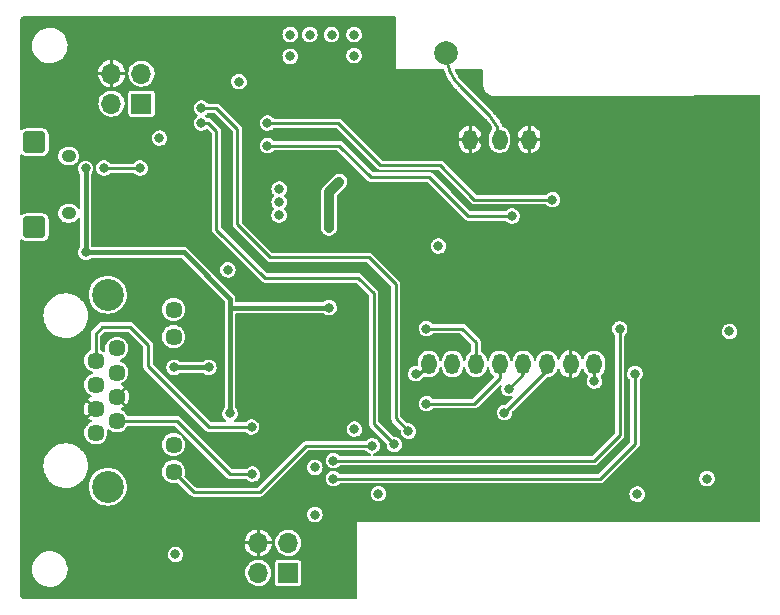
<source format=gbl>
G04 #@! TF.GenerationSoftware,KiCad,Pcbnew,(6.0.8-1)-1*
G04 #@! TF.CreationDate,2023-02-10T13:43:16+01:00*
G04 #@! TF.ProjectId,ithowifi_4l,6974686f-7769-4666-995f-346c2e6b6963,rev?*
G04 #@! TF.SameCoordinates,Original*
G04 #@! TF.FileFunction,Copper,L4,Bot*
G04 #@! TF.FilePolarity,Positive*
%FSLAX46Y46*%
G04 Gerber Fmt 4.6, Leading zero omitted, Abs format (unit mm)*
G04 Created by KiCad (PCBNEW (6.0.8-1)-1) date 2023-02-10 13:43:16*
%MOMM*%
%LPD*%
G01*
G04 APERTURE LIST*
G04 Aperture macros list*
%AMRoundRect*
0 Rectangle with rounded corners*
0 $1 Rounding radius*
0 $2 $3 $4 $5 $6 $7 $8 $9 X,Y pos of 4 corners*
0 Add a 4 corners polygon primitive as box body*
4,1,4,$2,$3,$4,$5,$6,$7,$8,$9,$2,$3,0*
0 Add four circle primitives for the rounded corners*
1,1,$1+$1,$2,$3*
1,1,$1+$1,$4,$5*
1,1,$1+$1,$6,$7*
1,1,$1+$1,$8,$9*
0 Add four rect primitives between the rounded corners*
20,1,$1+$1,$2,$3,$4,$5,0*
20,1,$1+$1,$4,$5,$6,$7,0*
20,1,$1+$1,$6,$7,$8,$9,0*
20,1,$1+$1,$8,$9,$2,$3,0*%
G04 Aperture macros list end*
G04 #@! TA.AperFunction,ComponentPad*
%ADD10R,1.700000X1.700000*%
G04 #@! TD*
G04 #@! TA.AperFunction,ComponentPad*
%ADD11O,1.700000X1.700000*%
G04 #@! TD*
G04 #@! TA.AperFunction,ComponentPad*
%ADD12RoundRect,0.273000X-0.677000X0.637000X-0.677000X-0.637000X0.677000X-0.637000X0.677000X0.637000X0*%
G04 #@! TD*
G04 #@! TA.AperFunction,ComponentPad*
%ADD13O,1.250000X1.050000*%
G04 #@! TD*
G04 #@! TA.AperFunction,ComponentPad*
%ADD14C,1.446000*%
G04 #@! TD*
G04 #@! TA.AperFunction,ComponentPad*
%ADD15C,2.700000*%
G04 #@! TD*
G04 #@! TA.AperFunction,ComponentPad*
%ADD16C,2.000000*%
G04 #@! TD*
G04 #@! TA.AperFunction,SMDPad,CuDef*
%ADD17O,1.300000X1.750000*%
G04 #@! TD*
G04 #@! TA.AperFunction,ViaPad*
%ADD18C,0.800000*%
G04 #@! TD*
G04 #@! TA.AperFunction,Conductor*
%ADD19C,0.406400*%
G04 #@! TD*
G04 #@! TA.AperFunction,Conductor*
%ADD20C,0.293370*%
G04 #@! TD*
G04 #@! TA.AperFunction,Conductor*
%ADD21C,0.812800*%
G04 #@! TD*
G04 #@! TA.AperFunction,Conductor*
%ADD22C,0.254000*%
G04 #@! TD*
G04 APERTURE END LIST*
D10*
X75666600Y-154025600D03*
D11*
X73126600Y-154025600D03*
X75666600Y-151485600D03*
X73126600Y-151485600D03*
D12*
X54178200Y-124768000D03*
D13*
X57078200Y-123593000D03*
D12*
X54178200Y-117568000D03*
D13*
X57078200Y-118743000D03*
D14*
X59372500Y-142176500D03*
X61152500Y-141156500D03*
X59372500Y-140136500D03*
X61152500Y-139116500D03*
X59372500Y-138096500D03*
X61152500Y-137076500D03*
X59372500Y-136056500D03*
X61152500Y-135036500D03*
X65962500Y-145466500D03*
X65962500Y-143176500D03*
X65962500Y-134036500D03*
X65962500Y-131746500D03*
D15*
X60392500Y-130476500D03*
X60392500Y-146736500D03*
D10*
X63246000Y-114300000D03*
D11*
X60706000Y-114300000D03*
X63246000Y-111760000D03*
X60706000Y-111760000D03*
D16*
X89052400Y-110032800D03*
D17*
X101570000Y-136347358D03*
X99570000Y-136347358D03*
X97570000Y-136347358D03*
X95570000Y-136347358D03*
X93570000Y-136347358D03*
X91570000Y-136347358D03*
X89570000Y-136347358D03*
X87570000Y-136347358D03*
X91070000Y-117347358D03*
X93570000Y-117347358D03*
X96070000Y-117347358D03*
D18*
X72567800Y-141681200D03*
X66014600Y-136626600D03*
X84996300Y-121531200D03*
X84996300Y-123731200D03*
X84996300Y-122631200D03*
X92202000Y-116078000D03*
X89027000Y-112776000D03*
X93599000Y-114935000D03*
X92710000Y-114046000D03*
X91567000Y-112903000D03*
X86995000Y-111887000D03*
X88265000Y-111887000D03*
X85598000Y-111887000D03*
X91694000Y-111887000D03*
X109270800Y-148844000D03*
X76225400Y-114427000D03*
X96578000Y-114173000D03*
X94488000Y-118745000D03*
X79121000Y-134112000D03*
X100177600Y-142824200D03*
X115062000Y-114173000D03*
X100177600Y-141300200D03*
X100177600Y-139750800D03*
X90043000Y-113919000D03*
X94488000Y-116078000D03*
X111838000Y-114173000D03*
X98679000Y-139750800D03*
X101678000Y-114173000D03*
X103378000Y-114173000D03*
X90551000Y-111887000D03*
X97155000Y-139725400D03*
X98679000Y-141300200D03*
X69088000Y-132969000D03*
X108438000Y-114173000D03*
X98278000Y-114173000D03*
X92202000Y-117348000D03*
X79121000Y-135255000D03*
X84201000Y-111887000D03*
X84201000Y-107442000D03*
X94878000Y-114173000D03*
X106738000Y-114173000D03*
X69088000Y-135255000D03*
X85344000Y-117348000D03*
X97155000Y-141274800D03*
X110138000Y-114173000D03*
X69088000Y-134112000D03*
X92710000Y-118745000D03*
X98679000Y-142824200D03*
X91059000Y-114935000D03*
X113538000Y-114173000D03*
X87630000Y-148590000D03*
X84201000Y-108966000D03*
X105038000Y-114173000D03*
X79121000Y-132969000D03*
X105308400Y-148640800D03*
X99978000Y-114173000D03*
X94869000Y-117348000D03*
X97155000Y-142798800D03*
X84201000Y-110490000D03*
X58510873Y-126883727D03*
X79121000Y-131572000D03*
X70739000Y-140538200D03*
X58510873Y-119790990D03*
X79121000Y-124815600D03*
X80010000Y-120904000D03*
X74896300Y-121531200D03*
X74896300Y-123731200D03*
X74896300Y-122631200D03*
X75844400Y-110299500D03*
X75844400Y-108458000D03*
X77495400Y-108458000D03*
X79336900Y-108458000D03*
X81241900Y-108458000D03*
X81241900Y-110236000D03*
X66120300Y-152467600D03*
X113030000Y-133578600D03*
X64770000Y-117221000D03*
X71501000Y-112445800D03*
X70561200Y-128371600D03*
X83312000Y-147320000D03*
X101600000Y-137795000D03*
X77927200Y-145097506D03*
X105206800Y-147370800D03*
X81280000Y-141859000D03*
X111125000Y-146050000D03*
X88392000Y-126365000D03*
X77927200Y-149098000D03*
X93980000Y-140462000D03*
X87376000Y-139700000D03*
X94361000Y-138430000D03*
X86487000Y-137160000D03*
X87376000Y-133350000D03*
X79502000Y-144526000D03*
X103733600Y-133375400D03*
X105029000Y-137160000D03*
X79502000Y-146050000D03*
X68943500Y-136634500D03*
X82778600Y-143281400D03*
X68326000Y-114681000D03*
X85852000Y-142036800D03*
X84658200Y-143154400D03*
X68326000Y-115951000D03*
X60071000Y-119761000D03*
X63119000Y-119761000D03*
X72644000Y-145669000D03*
X73914000Y-115951000D03*
X98044000Y-122428000D03*
X94615000Y-123825000D03*
X73914000Y-117856000D03*
D19*
X70739000Y-131572000D02*
X70739000Y-140538200D01*
D20*
X59372500Y-136056500D02*
X59372500Y-133769100D01*
X59944000Y-133197600D02*
X62280800Y-133197600D01*
X59372500Y-133769100D02*
X59944000Y-133197600D01*
X62280800Y-133197600D02*
X63804800Y-134721600D01*
X63804800Y-134721600D02*
X63804800Y-136525000D01*
X63804800Y-136525000D02*
X68961000Y-141681200D01*
X68961000Y-141681200D02*
X72567800Y-141681200D01*
D19*
X68943500Y-136634500D02*
X66022500Y-136634500D01*
X66022500Y-136634500D02*
X66014600Y-136626600D01*
X70739000Y-130810000D02*
X70739000Y-131572000D01*
D21*
X80010000Y-120904000D02*
X79121000Y-121793000D01*
D19*
X58510873Y-126883727D02*
X58510873Y-119790990D01*
X66812727Y-126883727D02*
X70739000Y-130810000D01*
D21*
X79121000Y-121793000D02*
X79121000Y-124815600D01*
D19*
X58510873Y-126883727D02*
X66812727Y-126883727D01*
X79121000Y-131572000D02*
X70739000Y-131572000D01*
D22*
X101570000Y-137765000D02*
X101600000Y-137795000D01*
X101570000Y-136347358D02*
X101570000Y-137765000D01*
D20*
X97570000Y-136872000D02*
X93980000Y-140462000D01*
X97570000Y-136347358D02*
X97570000Y-136872000D01*
X93570000Y-137570000D02*
X91440000Y-139700000D01*
X93570000Y-136347358D02*
X93570000Y-137570000D01*
X91440000Y-139700000D02*
X87376000Y-139700000D01*
X95570000Y-137221000D02*
X95570000Y-136347358D01*
X94361000Y-138430000D02*
X95570000Y-137221000D01*
D22*
X86757358Y-137160000D02*
X87570000Y-136347358D01*
X86487000Y-137160000D02*
X86757358Y-137160000D01*
D20*
X90424000Y-133350000D02*
X87376000Y-133350000D01*
X91570000Y-136347358D02*
X91570000Y-134496000D01*
X91570000Y-134496000D02*
X90424000Y-133350000D01*
X103733600Y-142392400D02*
X101600000Y-144526000D01*
X101600000Y-144526000D02*
X79502000Y-144526000D01*
X103733600Y-133375400D02*
X103733600Y-142392400D01*
X105029000Y-137160000D02*
X105029000Y-143129000D01*
X102108000Y-146050000D02*
X79502000Y-146050000D01*
X105029000Y-143129000D02*
X102108000Y-146050000D01*
D22*
X65962500Y-145466500D02*
X67689000Y-147193000D01*
X67689000Y-147193000D02*
X73279000Y-147193000D01*
X77190600Y-143281400D02*
X82778600Y-143281400D01*
X73279000Y-147193000D02*
X77190600Y-143281400D01*
X84759800Y-140944600D02*
X85852000Y-142036800D01*
X68326000Y-114681000D02*
X69570600Y-114681000D01*
X71374000Y-124536200D02*
X74168000Y-127330200D01*
X69570600Y-114681000D02*
X71374000Y-116484400D01*
X82473800Y-127330200D02*
X84759800Y-129616200D01*
X74168000Y-127330200D02*
X82473800Y-127330200D01*
X71374000Y-116484400D02*
X71374000Y-124536200D01*
X84759800Y-129616200D02*
X84759800Y-140944600D01*
D20*
X69596000Y-116636800D02*
X68910200Y-115951000D01*
X84658200Y-143154400D02*
X82905600Y-141401800D01*
X81584800Y-129057400D02*
X73685400Y-129057400D01*
X69596000Y-124968000D02*
X69596000Y-116636800D01*
X68910200Y-115951000D02*
X68326000Y-115951000D01*
X82905600Y-141401800D02*
X82905600Y-130378200D01*
X82905600Y-130378200D02*
X81584800Y-129057400D01*
X73685400Y-129057400D02*
X69596000Y-124968000D01*
D22*
X63119000Y-119761000D02*
X60071000Y-119761000D01*
D20*
X92741725Y-115347725D02*
X90201873Y-112807873D01*
X92741702Y-115347748D02*
G75*
G02*
X93570000Y-117347358I-1999602J-1999652D01*
G01*
X89052416Y-110032800D02*
G75*
G03*
X90201873Y-112807873I3924584J0D01*
G01*
X66226500Y-141156500D02*
X61152500Y-141156500D01*
X72644000Y-145669000D02*
X70739000Y-145669000D01*
X70739000Y-145669000D02*
X66226500Y-141156500D01*
D22*
X73914000Y-115951000D02*
X79883000Y-115951000D01*
X91440000Y-122428000D02*
X98044000Y-122428000D01*
X79883000Y-115951000D02*
X83439000Y-119507000D01*
X83439000Y-119507000D02*
X88519000Y-119507000D01*
X88519000Y-119507000D02*
X91440000Y-122428000D01*
D20*
X80010000Y-117856000D02*
X73914000Y-117856000D01*
X82677000Y-120523000D02*
X80010000Y-117856000D01*
X90932000Y-123825000D02*
X87630000Y-120523000D01*
X87630000Y-120523000D02*
X82677000Y-120523000D01*
X94615000Y-123825000D02*
X90932000Y-123825000D01*
G04 #@! TA.AperFunction,Conductor*
G36*
X84794531Y-106941713D02*
G01*
X84831076Y-106992013D01*
X84836000Y-107023100D01*
X84836000Y-111379000D01*
X88791997Y-111379000D01*
X88851128Y-111398213D01*
X88887941Y-111449349D01*
X88891597Y-111460943D01*
X88908228Y-111513692D01*
X89052777Y-111862669D01*
X89227191Y-112197721D01*
X89430143Y-112516296D01*
X89431470Y-112518025D01*
X89431476Y-112518034D01*
X89615451Y-112757798D01*
X89660088Y-112815971D01*
X89906238Y-113084602D01*
X89907657Y-113086339D01*
X89909726Y-113088409D01*
X89910086Y-113088801D01*
X89914653Y-113095087D01*
X89921056Y-113099739D01*
X89921057Y-113099740D01*
X89934112Y-113109225D01*
X89946115Y-113119477D01*
X92430122Y-115603483D01*
X92440373Y-115615485D01*
X92454512Y-115634945D01*
X92464774Y-115642401D01*
X92480650Y-115656750D01*
X92635601Y-115830136D01*
X92642635Y-115838956D01*
X92793572Y-116051676D01*
X92799574Y-116061228D01*
X92909177Y-116259532D01*
X92925747Y-116289513D01*
X92930641Y-116299675D01*
X92956444Y-116361965D01*
X92957704Y-116365008D01*
X92962583Y-116426990D01*
X92939524Y-116470819D01*
X92834214Y-116587778D01*
X92739147Y-116752438D01*
X92680392Y-116933266D01*
X92665500Y-117074957D01*
X92665500Y-117619759D01*
X92665775Y-117622375D01*
X92679645Y-117754339D01*
X92680392Y-117761450D01*
X92739147Y-117942278D01*
X92834214Y-118106938D01*
X92961438Y-118248235D01*
X92965705Y-118251335D01*
X92965706Y-118251336D01*
X92977707Y-118260055D01*
X93115259Y-118359993D01*
X93288955Y-118437327D01*
X93294105Y-118438422D01*
X93294106Y-118438422D01*
X93469779Y-118475763D01*
X93469784Y-118475764D01*
X93474933Y-118476858D01*
X93665067Y-118476858D01*
X93670216Y-118475764D01*
X93670221Y-118475763D01*
X93845894Y-118438422D01*
X93845895Y-118438422D01*
X93851045Y-118437327D01*
X94024741Y-118359993D01*
X94162293Y-118260055D01*
X94174294Y-118251336D01*
X94174295Y-118251335D01*
X94178562Y-118248235D01*
X94305786Y-118106938D01*
X94400853Y-117942278D01*
X94459608Y-117761450D01*
X94460356Y-117754339D01*
X94474225Y-117622375D01*
X94474500Y-117619759D01*
X94474500Y-117618290D01*
X95115200Y-117618290D01*
X95115457Y-117623365D01*
X95129363Y-117760266D01*
X95131402Y-117770199D01*
X95186363Y-117945579D01*
X95190351Y-117954885D01*
X95279454Y-118115632D01*
X95285239Y-118123955D01*
X95404840Y-118263494D01*
X95412181Y-118270485D01*
X95557395Y-118383125D01*
X95565999Y-118388501D01*
X95730895Y-118469640D01*
X95740396Y-118473174D01*
X95918248Y-118519500D01*
X95927372Y-118520913D01*
X95940181Y-118517481D01*
X95942659Y-118514420D01*
X95943000Y-118512581D01*
X95943000Y-118502887D01*
X96197000Y-118502887D01*
X96201188Y-118515777D01*
X96202243Y-118516543D01*
X96208598Y-118517066D01*
X96303635Y-118502693D01*
X96313459Y-118500170D01*
X96485931Y-118436712D01*
X96495046Y-118432267D01*
X96651241Y-118335422D01*
X96659274Y-118329235D01*
X96792798Y-118202967D01*
X96799431Y-118195283D01*
X96904845Y-118044738D01*
X96909786Y-118035895D01*
X96982776Y-117867227D01*
X96985842Y-117857561D01*
X97023677Y-117676458D01*
X97024669Y-117668817D01*
X97024732Y-117667624D01*
X97024800Y-117665020D01*
X97024800Y-117490291D01*
X97020612Y-117477401D01*
X97016423Y-117474358D01*
X96212933Y-117474358D01*
X96200043Y-117478546D01*
X96197000Y-117482735D01*
X96197000Y-118502887D01*
X95943000Y-118502887D01*
X95943000Y-117490291D01*
X95938812Y-117477401D01*
X95934623Y-117474358D01*
X95131133Y-117474358D01*
X95118243Y-117478546D01*
X95115200Y-117482735D01*
X95115200Y-117618290D01*
X94474500Y-117618290D01*
X94474500Y-117204425D01*
X95115200Y-117204425D01*
X95119388Y-117217315D01*
X95123577Y-117220358D01*
X95927067Y-117220358D01*
X95939957Y-117216170D01*
X95943000Y-117211981D01*
X95943000Y-117204425D01*
X96197000Y-117204425D01*
X96201188Y-117217315D01*
X96205377Y-117220358D01*
X97008867Y-117220358D01*
X97021757Y-117216170D01*
X97024800Y-117211981D01*
X97024800Y-117076426D01*
X97024543Y-117071351D01*
X97010637Y-116934450D01*
X97008598Y-116924517D01*
X96953637Y-116749137D01*
X96949649Y-116739831D01*
X96860546Y-116579084D01*
X96854761Y-116570761D01*
X96735160Y-116431222D01*
X96727819Y-116424231D01*
X96582605Y-116311591D01*
X96574001Y-116306215D01*
X96409105Y-116225076D01*
X96399604Y-116221542D01*
X96221752Y-116175216D01*
X96212628Y-116173803D01*
X96199819Y-116177235D01*
X96197341Y-116180296D01*
X96197000Y-116182135D01*
X96197000Y-117204425D01*
X95943000Y-117204425D01*
X95943000Y-116191829D01*
X95938812Y-116178939D01*
X95937757Y-116178173D01*
X95931402Y-116177650D01*
X95836365Y-116192023D01*
X95826541Y-116194546D01*
X95654069Y-116258004D01*
X95644954Y-116262449D01*
X95488759Y-116359294D01*
X95480726Y-116365481D01*
X95347202Y-116491749D01*
X95340569Y-116499433D01*
X95235155Y-116649978D01*
X95230214Y-116658821D01*
X95157224Y-116827489D01*
X95154158Y-116837155D01*
X95116323Y-117018258D01*
X95115331Y-117025899D01*
X95115268Y-117027092D01*
X95115200Y-117029696D01*
X95115200Y-117204425D01*
X94474500Y-117204425D01*
X94474500Y-117074957D01*
X94459608Y-116933266D01*
X94400853Y-116752438D01*
X94305786Y-116587778D01*
X94292195Y-116572683D01*
X94229110Y-116502620D01*
X94178562Y-116446481D01*
X94153507Y-116428277D01*
X94119404Y-116403500D01*
X94024741Y-116334723D01*
X93851045Y-116257389D01*
X93845892Y-116256294D01*
X93845887Y-116256292D01*
X93830830Y-116253091D01*
X93776987Y-116222002D01*
X93757030Y-116188583D01*
X93752970Y-116177235D01*
X93728966Y-116110152D01*
X93593313Y-115823346D01*
X93575157Y-115793056D01*
X93431471Y-115553338D01*
X93431468Y-115553334D01*
X93430200Y-115551218D01*
X93403890Y-115515743D01*
X93272302Y-115338323D01*
X93241200Y-115296388D01*
X93178101Y-115226770D01*
X93038788Y-115073066D01*
X93034634Y-115067953D01*
X93033593Y-115066912D01*
X93028938Y-115060505D01*
X93022531Y-115055850D01*
X93009482Y-115046369D01*
X92997480Y-115036118D01*
X90513480Y-112552118D01*
X90503228Y-112540114D01*
X90493749Y-112527067D01*
X90493747Y-112527065D01*
X90489093Y-112520659D01*
X90480549Y-112514451D01*
X90477769Y-112512431D01*
X90462364Y-112498605D01*
X90256679Y-112271662D01*
X90250416Y-112264031D01*
X90071888Y-112023310D01*
X90050328Y-111994240D01*
X90044846Y-111986035D01*
X90010619Y-111928929D01*
X89872171Y-111697941D01*
X89867518Y-111689236D01*
X89788712Y-111522611D01*
X89780799Y-111460943D01*
X89810645Y-111406401D01*
X89866850Y-111379818D01*
X89879654Y-111379000D01*
X92050487Y-111379000D01*
X92109618Y-111398213D01*
X92146163Y-111448513D01*
X92151086Y-111479631D01*
X92150746Y-112420433D01*
X92150714Y-112508011D01*
X92148272Y-112530003D01*
X92145791Y-112541059D01*
X92147486Y-112550822D01*
X92147431Y-112553089D01*
X92147848Y-112556699D01*
X92150495Y-112602047D01*
X92156960Y-112712830D01*
X92157738Y-112726169D01*
X92158661Y-112730227D01*
X92158662Y-112730231D01*
X92181921Y-112832443D01*
X92198874Y-112906945D01*
X92200454Y-112910796D01*
X92200455Y-112910801D01*
X92208081Y-112929395D01*
X92269223Y-113078477D01*
X92366863Y-113236080D01*
X92489128Y-113375448D01*
X92492352Y-113378083D01*
X92492355Y-113378086D01*
X92549673Y-113424934D01*
X92632676Y-113492776D01*
X92793589Y-113584859D01*
X92967471Y-113649181D01*
X93090338Y-113672665D01*
X93145480Y-113683205D01*
X93145482Y-113683205D01*
X93149572Y-113683987D01*
X93299345Y-113687491D01*
X93319207Y-113687956D01*
X93322934Y-113688255D01*
X93325171Y-113688122D01*
X93334986Y-113689476D01*
X93344571Y-113686970D01*
X93353760Y-113686425D01*
X93365238Y-113684950D01*
X99893290Y-113685292D01*
X109638246Y-113685802D01*
X109657853Y-113687734D01*
X109673223Y-113690791D01*
X109682941Y-113688858D01*
X109683757Y-113688858D01*
X109690418Y-113687873D01*
X109817372Y-113675470D01*
X109817374Y-113675470D01*
X109822252Y-113674993D01*
X109826943Y-113673582D01*
X109826945Y-113673582D01*
X109960961Y-113633284D01*
X109960964Y-113633283D01*
X109965649Y-113631874D01*
X109998693Y-113614384D01*
X110093658Y-113564120D01*
X110093662Y-113564117D01*
X110097993Y-113561825D01*
X110101799Y-113558738D01*
X110105890Y-113556033D01*
X110107084Y-113557839D01*
X110163036Y-113538000D01*
X115476900Y-113538000D01*
X115536031Y-113557213D01*
X115572576Y-113607513D01*
X115577500Y-113638600D01*
X115577500Y-149667400D01*
X115558287Y-149726531D01*
X115507987Y-149763076D01*
X115476900Y-149768000D01*
X106849836Y-149768000D01*
X106793947Y-149751047D01*
X106759854Y-149728266D01*
X106685620Y-149713500D01*
X106660553Y-149708514D01*
X106650835Y-149710447D01*
X106650834Y-149710447D01*
X106645203Y-149711567D01*
X106625578Y-149713500D01*
X89395528Y-149713500D01*
X89375903Y-149711567D01*
X89370272Y-149710447D01*
X89370271Y-149710447D01*
X89360553Y-149708514D01*
X89335486Y-149713500D01*
X89261252Y-149728266D01*
X89227159Y-149751047D01*
X89171270Y-149768000D01*
X81532000Y-149768000D01*
X81532000Y-156112900D01*
X81512787Y-156172031D01*
X81462487Y-156208576D01*
X81431400Y-156213500D01*
X53266975Y-156213500D01*
X53247350Y-156211567D01*
X53241719Y-156210447D01*
X53241718Y-156210447D01*
X53232000Y-156208514D01*
X53222283Y-156210447D01*
X53220639Y-156210447D01*
X53204911Y-156209210D01*
X53171867Y-156203976D01*
X53141944Y-156194253D01*
X53101894Y-156173847D01*
X53076433Y-156155348D01*
X53044652Y-156123567D01*
X53026152Y-156098104D01*
X53005747Y-156058056D01*
X52996024Y-156028133D01*
X52990790Y-155995089D01*
X52989553Y-155979361D01*
X52989553Y-155977717D01*
X52991486Y-155968000D01*
X52988433Y-155952650D01*
X52986500Y-155933025D01*
X52986500Y-153756677D01*
X53973524Y-153756677D01*
X53973989Y-153760695D01*
X53973989Y-153760698D01*
X53989776Y-153897135D01*
X54001351Y-153997176D01*
X54067271Y-154230133D01*
X54169589Y-154449553D01*
X54190815Y-154480786D01*
X54207172Y-154504854D01*
X54206824Y-154505091D01*
X54207925Y-154506303D01*
X54207935Y-154506321D01*
X54210393Y-154509595D01*
X54210445Y-154509672D01*
X54210935Y-154510450D01*
X54211734Y-154511568D01*
X54303393Y-154646442D01*
X54303397Y-154646447D01*
X54305671Y-154649793D01*
X54308454Y-154652735D01*
X54308454Y-154652736D01*
X54354137Y-154701044D01*
X54353758Y-154701403D01*
X54355303Y-154702597D01*
X54356083Y-154703636D01*
X54359066Y-154706487D01*
X54359495Y-154706897D01*
X54363067Y-154710488D01*
X54472018Y-154825699D01*
X54475224Y-154828150D01*
X54528410Y-154868814D01*
X54530608Y-154870544D01*
X54531489Y-154871257D01*
X54534468Y-154874104D01*
X54540221Y-154878028D01*
X54544611Y-154881200D01*
X54664348Y-154972747D01*
X54667904Y-154974654D01*
X54667906Y-154974655D01*
X54728442Y-155007114D01*
X54731274Y-155008832D01*
X54731301Y-155008784D01*
X54734889Y-155010822D01*
X54738300Y-155013149D01*
X54742044Y-155014887D01*
X54746092Y-155016766D01*
X54751269Y-155019354D01*
X54790548Y-155040415D01*
X54877715Y-155087153D01*
X54881542Y-155088471D01*
X54881545Y-155088472D01*
X54950318Y-155112152D01*
X54955599Y-155114280D01*
X54958352Y-155115293D01*
X54962104Y-155117035D01*
X54966084Y-155118139D01*
X54966090Y-155118141D01*
X54971452Y-155119628D01*
X54977316Y-155121449D01*
X55101451Y-155164192D01*
X55106629Y-155165975D01*
X55110606Y-155166662D01*
X55110610Y-155166663D01*
X55156302Y-155174555D01*
X55186397Y-155179753D01*
X55195472Y-155181790D01*
X55195888Y-155181869D01*
X55199871Y-155182974D01*
X55209944Y-155184051D01*
X55210209Y-155184079D01*
X55216635Y-155184977D01*
X55342079Y-155206644D01*
X55345200Y-155207183D01*
X55348359Y-155207326D01*
X55348364Y-155207327D01*
X55360707Y-155207887D01*
X55374203Y-155208500D01*
X55542841Y-155208500D01*
X55723324Y-155193979D01*
X55958439Y-155136229D01*
X56181297Y-155041631D01*
X56274184Y-154983137D01*
X56382743Y-154914774D01*
X56382746Y-154914772D01*
X56386163Y-154912620D01*
X56567768Y-154752514D01*
X56576225Y-154742219D01*
X56718871Y-154568558D01*
X56721439Y-154565432D01*
X56755843Y-154506321D01*
X56791018Y-154445884D01*
X56843222Y-154356188D01*
X56929984Y-154130165D01*
X56957894Y-153996564D01*
X72017748Y-153996564D01*
X72031024Y-154199122D01*
X72032157Y-154203583D01*
X72071802Y-154359682D01*
X72080992Y-154395869D01*
X72165977Y-154580216D01*
X72283133Y-154745989D01*
X72428538Y-154887635D01*
X72432374Y-154890198D01*
X72432375Y-154890199D01*
X72469154Y-154914774D01*
X72597320Y-155000412D01*
X72601556Y-155002232D01*
X72601558Y-155002233D01*
X72779589Y-155078721D01*
X72783828Y-155080542D01*
X72818874Y-155088472D01*
X72977316Y-155124324D01*
X72977319Y-155124324D01*
X72981816Y-155125342D01*
X73078348Y-155129135D01*
X73180044Y-155133131D01*
X73180045Y-155133131D01*
X73184653Y-155133312D01*
X73189210Y-155132651D01*
X73189215Y-155132651D01*
X73296913Y-155117035D01*
X73385545Y-155104184D01*
X73577765Y-155038934D01*
X73754876Y-154939747D01*
X73787493Y-154912620D01*
X73907398Y-154812895D01*
X73910945Y-154809945D01*
X73961305Y-154749394D01*
X74037799Y-154657421D01*
X74037801Y-154657418D01*
X74040747Y-154653876D01*
X74139934Y-154476765D01*
X74205184Y-154284545D01*
X74234312Y-154083653D01*
X74235832Y-154025600D01*
X74217258Y-153823459D01*
X74162157Y-153628087D01*
X74072376Y-153446028D01*
X73950920Y-153283379D01*
X73812560Y-153155480D01*
X74562100Y-153155480D01*
X74562101Y-154026397D01*
X74562101Y-154900666D01*
X74576866Y-154974901D01*
X74582369Y-154983136D01*
X74582369Y-154983137D01*
X74621454Y-155041631D01*
X74633116Y-155059084D01*
X74717299Y-155115334D01*
X74762495Y-155124324D01*
X74786681Y-155129135D01*
X74786682Y-155129135D01*
X74791533Y-155130100D01*
X74796480Y-155130100D01*
X75667396Y-155130099D01*
X76541666Y-155130099D01*
X76577148Y-155123042D01*
X76606184Y-155117267D01*
X76606186Y-155117266D01*
X76615901Y-155115334D01*
X76656103Y-155088472D01*
X76691847Y-155064588D01*
X76700084Y-155059084D01*
X76756334Y-154974901D01*
X76771100Y-154900667D01*
X76771100Y-154025600D01*
X76771099Y-153155472D01*
X76771099Y-153150534D01*
X76764042Y-153115052D01*
X76758267Y-153086016D01*
X76758266Y-153086014D01*
X76756334Y-153076299D01*
X76750830Y-153068061D01*
X76705588Y-153000353D01*
X76700084Y-152992116D01*
X76615901Y-152935866D01*
X76567361Y-152926211D01*
X76546519Y-152922065D01*
X76546518Y-152922065D01*
X76541667Y-152921100D01*
X76536720Y-152921100D01*
X75665804Y-152921101D01*
X74791534Y-152921101D01*
X74756052Y-152928158D01*
X74727016Y-152933933D01*
X74727014Y-152933934D01*
X74717299Y-152935866D01*
X74709064Y-152941369D01*
X74709063Y-152941369D01*
X74675559Y-152963756D01*
X74633116Y-152992116D01*
X74627612Y-153000353D01*
X74624494Y-153005019D01*
X74576866Y-153076299D01*
X74568319Y-153119268D01*
X74563574Y-153143125D01*
X74562100Y-153150533D01*
X74562100Y-153155480D01*
X73812560Y-153155480D01*
X73801858Y-153145587D01*
X73797962Y-153143129D01*
X73797957Y-153143125D01*
X73707447Y-153086018D01*
X73630181Y-153037267D01*
X73578758Y-153016751D01*
X73445925Y-152963756D01*
X73441639Y-152962046D01*
X73242546Y-152922444D01*
X73139951Y-152921101D01*
X73044185Y-152919847D01*
X73044181Y-152919847D01*
X73039571Y-152919787D01*
X72839510Y-152954164D01*
X72835188Y-152955758D01*
X72835186Y-152955759D01*
X72653391Y-153022827D01*
X72653388Y-153022828D01*
X72649063Y-153024424D01*
X72474610Y-153128212D01*
X72471144Y-153131251D01*
X72471142Y-153131253D01*
X72325459Y-153259014D01*
X72325456Y-153259017D01*
X72321992Y-153262055D01*
X72319139Y-153265674D01*
X72319138Y-153265675D01*
X72309552Y-153277835D01*
X72196320Y-153421469D01*
X72101803Y-153601115D01*
X72041607Y-153794978D01*
X72017748Y-153996564D01*
X56957894Y-153996564D01*
X56979493Y-153893177D01*
X56982861Y-153819025D01*
X56990292Y-153655368D01*
X56990476Y-153651323D01*
X56988301Y-153632526D01*
X56963114Y-153414840D01*
X56963113Y-153414836D01*
X56962649Y-153410824D01*
X56896729Y-153177867D01*
X56816128Y-153005019D01*
X56796122Y-152962116D01*
X56796121Y-152962115D01*
X56794411Y-152958447D01*
X56756828Y-152903146D01*
X56757176Y-152902909D01*
X56756075Y-152901697D01*
X56756065Y-152901679D01*
X56753607Y-152898405D01*
X56753555Y-152898328D01*
X56753065Y-152897550D01*
X56752266Y-152896432D01*
X56660607Y-152761558D01*
X56660603Y-152761553D01*
X56658329Y-152758207D01*
X56609863Y-152706956D01*
X56610242Y-152706597D01*
X56608697Y-152705403D01*
X56607917Y-152704364D01*
X56604504Y-152701102D01*
X56600927Y-152697506D01*
X56491982Y-152582301D01*
X56435581Y-152539179D01*
X56433392Y-152537456D01*
X56432511Y-152536743D01*
X56429532Y-152533896D01*
X56423779Y-152529972D01*
X56419384Y-152526796D01*
X56332930Y-152460696D01*
X65461029Y-152460696D01*
X65461694Y-152466720D01*
X65461694Y-152466724D01*
X65465414Y-152500415D01*
X65478413Y-152618153D01*
X65483509Y-152632078D01*
X65529665Y-152758207D01*
X65532853Y-152766919D01*
X65536239Y-152771958D01*
X65548462Y-152790147D01*
X65621208Y-152898405D01*
X65738376Y-153005019D01*
X65743703Y-153007911D01*
X65743704Y-153007912D01*
X65765004Y-153019477D01*
X65877593Y-153080608D01*
X65883463Y-153082148D01*
X66024955Y-153119268D01*
X66024956Y-153119268D01*
X66030822Y-153120807D01*
X66103016Y-153121941D01*
X66183152Y-153123200D01*
X66183154Y-153123200D01*
X66189216Y-153123295D01*
X66195127Y-153121941D01*
X66195129Y-153121941D01*
X66337722Y-153089283D01*
X66337725Y-153089282D01*
X66343632Y-153087929D01*
X66485155Y-153016751D01*
X66559348Y-152953384D01*
X66601005Y-152917806D01*
X66601007Y-152917804D01*
X66605614Y-152913869D01*
X66656849Y-152842568D01*
X66694518Y-152790147D01*
X66694520Y-152790144D01*
X66698055Y-152785224D01*
X66757142Y-152638241D01*
X66779462Y-152481407D01*
X66779607Y-152467600D01*
X66778428Y-152457852D01*
X66761305Y-152316355D01*
X66761304Y-152316353D01*
X66760576Y-152310333D01*
X66755103Y-152295848D01*
X66706725Y-152167822D01*
X66706724Y-152167821D01*
X66704580Y-152162146D01*
X66614853Y-152031592D01*
X66496575Y-151926211D01*
X66356574Y-151852084D01*
X66202933Y-151813492D01*
X66196876Y-151813460D01*
X66196874Y-151813460D01*
X66119750Y-151813056D01*
X66044521Y-151812662D01*
X66038624Y-151814078D01*
X66038622Y-151814078D01*
X65896382Y-151848227D01*
X65890484Y-151849643D01*
X65885098Y-151852423D01*
X65885095Y-151852424D01*
X65755102Y-151919519D01*
X65749714Y-151922300D01*
X65630339Y-152026438D01*
X65626853Y-152031398D01*
X65623203Y-152036592D01*
X65539250Y-152156044D01*
X65511431Y-152227395D01*
X65486647Y-152290965D01*
X65481706Y-152303637D01*
X65461029Y-152460696D01*
X56332930Y-152460696D01*
X56299652Y-152435253D01*
X56235558Y-152400886D01*
X56232726Y-152399168D01*
X56232699Y-152399216D01*
X56229111Y-152397178D01*
X56225700Y-152394851D01*
X56217905Y-152391233D01*
X56212731Y-152388646D01*
X56089853Y-152322760D01*
X56089852Y-152322759D01*
X56086285Y-152320847D01*
X56082458Y-152319529D01*
X56082455Y-152319528D01*
X56013682Y-152295848D01*
X56008401Y-152293720D01*
X56005648Y-152292707D01*
X56001896Y-152290965D01*
X55997916Y-152289861D01*
X55997910Y-152289859D01*
X55992548Y-152288372D01*
X55986684Y-152286551D01*
X55861190Y-152243340D01*
X55857371Y-152242025D01*
X55853394Y-152241338D01*
X55853390Y-152241337D01*
X55807698Y-152233445D01*
X55777603Y-152228247D01*
X55768528Y-152226210D01*
X55768112Y-152226131D01*
X55764129Y-152225026D01*
X55753792Y-152223921D01*
X55747365Y-152223023D01*
X55621921Y-152201356D01*
X55621920Y-152201356D01*
X55618800Y-152200817D01*
X55615641Y-152200674D01*
X55615636Y-152200673D01*
X55603293Y-152200113D01*
X55589797Y-152199500D01*
X55421159Y-152199500D01*
X55240676Y-152214021D01*
X55005561Y-152271771D01*
X54782703Y-152366369D01*
X54747328Y-152388646D01*
X54594843Y-152484671D01*
X54577837Y-152495380D01*
X54396232Y-152655486D01*
X54242561Y-152842568D01*
X54240528Y-152846062D01*
X54240526Y-152846064D01*
X54207687Y-152902488D01*
X54120778Y-153051812D01*
X54034016Y-153277835D01*
X53984507Y-153514823D01*
X53984324Y-153518858D01*
X53984323Y-153518864D01*
X53980588Y-153601115D01*
X53973524Y-153756677D01*
X52986500Y-153756677D01*
X52986500Y-151622155D01*
X71978190Y-151622155D01*
X71980830Y-151662431D01*
X71982264Y-151671485D01*
X72032240Y-151868268D01*
X72035303Y-151876915D01*
X72120302Y-152061291D01*
X72124889Y-152069235D01*
X72242056Y-152235024D01*
X72248028Y-152242016D01*
X72393446Y-152383677D01*
X72400582Y-152389455D01*
X72569382Y-152502244D01*
X72577457Y-152506627D01*
X72763979Y-152586764D01*
X72772718Y-152589603D01*
X72970723Y-152634407D01*
X72979833Y-152635606D01*
X72983679Y-152635757D01*
X72996724Y-152632078D01*
X72999379Y-152628710D01*
X72999600Y-152627473D01*
X72999600Y-152618211D01*
X73253600Y-152618211D01*
X73257788Y-152631101D01*
X73258978Y-152631965D01*
X73265053Y-152632483D01*
X73392776Y-152613964D01*
X73401703Y-152611821D01*
X73593949Y-152546563D01*
X73602333Y-152542830D01*
X73779465Y-152443631D01*
X73787033Y-152438430D01*
X73943118Y-152308615D01*
X73949615Y-152302118D01*
X74079430Y-152146033D01*
X74084631Y-152138465D01*
X74183830Y-151961333D01*
X74187563Y-151952949D01*
X74252821Y-151760703D01*
X74254964Y-151751776D01*
X74272858Y-151628368D01*
X74270563Y-151615011D01*
X74269509Y-151613985D01*
X74263569Y-151612600D01*
X73269533Y-151612600D01*
X73256643Y-151616788D01*
X73253600Y-151620977D01*
X73253600Y-152618211D01*
X72999600Y-152618211D01*
X72999600Y-151628533D01*
X72995412Y-151615643D01*
X72991223Y-151612600D01*
X71993497Y-151612600D01*
X71980607Y-151616788D01*
X71978498Y-151619691D01*
X71978190Y-151622155D01*
X52986500Y-151622155D01*
X52986500Y-151456564D01*
X74557748Y-151456564D01*
X74571024Y-151659122D01*
X74572157Y-151663583D01*
X74610605Y-151814969D01*
X74620992Y-151855869D01*
X74705977Y-152040216D01*
X74823133Y-152205989D01*
X74968538Y-152347635D01*
X74972374Y-152350198D01*
X74972375Y-152350199D01*
X74996575Y-152366369D01*
X75137320Y-152460412D01*
X75141556Y-152462232D01*
X75141558Y-152462233D01*
X75316021Y-152537188D01*
X75323828Y-152540542D01*
X75421761Y-152562702D01*
X75517316Y-152584324D01*
X75517319Y-152584324D01*
X75521816Y-152585342D01*
X75623235Y-152589327D01*
X75720044Y-152593131D01*
X75720045Y-152593131D01*
X75724653Y-152593312D01*
X75729210Y-152592651D01*
X75729215Y-152592651D01*
X75825099Y-152578748D01*
X75925545Y-152564184D01*
X76117765Y-152498934D01*
X76294876Y-152399747D01*
X76302853Y-152393113D01*
X76447398Y-152272895D01*
X76450945Y-152269945D01*
X76497726Y-152213697D01*
X76577799Y-152117421D01*
X76577801Y-152117418D01*
X76580747Y-152113876D01*
X76679934Y-151936765D01*
X76745184Y-151744545D01*
X76774312Y-151543653D01*
X76775832Y-151485600D01*
X76772743Y-151451982D01*
X76757680Y-151288047D01*
X76757679Y-151288042D01*
X76757258Y-151283459D01*
X76702157Y-151088087D01*
X76612376Y-150906028D01*
X76490920Y-150743379D01*
X76341858Y-150605587D01*
X76337962Y-150603129D01*
X76337957Y-150603125D01*
X76245811Y-150544986D01*
X76170181Y-150497267D01*
X75981639Y-150422046D01*
X75782546Y-150382444D01*
X75681059Y-150381116D01*
X75584185Y-150379847D01*
X75584181Y-150379847D01*
X75579571Y-150379787D01*
X75379510Y-150414164D01*
X75375188Y-150415758D01*
X75375186Y-150415759D01*
X75193391Y-150482827D01*
X75193388Y-150482828D01*
X75189063Y-150484424D01*
X75014610Y-150588212D01*
X75011144Y-150591251D01*
X75011142Y-150591253D01*
X74865459Y-150719014D01*
X74865456Y-150719017D01*
X74861992Y-150722055D01*
X74736320Y-150881469D01*
X74641803Y-151061115D01*
X74634712Y-151083953D01*
X74583448Y-151249050D01*
X74581607Y-151254978D01*
X74557748Y-151456564D01*
X52986500Y-151456564D01*
X52986500Y-151342777D01*
X71980561Y-151342777D01*
X71983205Y-151356070D01*
X71984804Y-151357548D01*
X71989597Y-151358600D01*
X72983667Y-151358600D01*
X72996557Y-151354412D01*
X72999600Y-151350223D01*
X72999600Y-151342667D01*
X73253600Y-151342667D01*
X73257788Y-151355557D01*
X73261977Y-151358600D01*
X74258744Y-151358600D01*
X74271634Y-151354412D01*
X74273329Y-151352079D01*
X74273740Y-151348401D01*
X74267349Y-151278841D01*
X74265676Y-151269819D01*
X74210568Y-151074421D01*
X74207277Y-151065847D01*
X74117486Y-150883768D01*
X74112691Y-150875943D01*
X73991218Y-150713272D01*
X73985073Y-150706447D01*
X73835997Y-150568643D01*
X73828708Y-150563049D01*
X73657015Y-150454720D01*
X73648828Y-150450548D01*
X73460268Y-150375320D01*
X73451467Y-150372713D01*
X73269228Y-150336463D01*
X73255768Y-150338056D01*
X73255734Y-150338087D01*
X73253600Y-150346265D01*
X73253600Y-151342667D01*
X72999600Y-151342667D01*
X72999600Y-150351548D01*
X72995412Y-150338658D01*
X72994797Y-150338211D01*
X72987537Y-150337688D01*
X72830980Y-150364589D01*
X72822108Y-150366966D01*
X72631647Y-150437231D01*
X72623348Y-150441190D01*
X72448882Y-150544986D01*
X72441450Y-150550386D01*
X72288816Y-150684242D01*
X72282495Y-150690903D01*
X72156808Y-150850337D01*
X72151808Y-150858036D01*
X72057279Y-151037705D01*
X72053766Y-151046187D01*
X71993563Y-151240073D01*
X71991655Y-151249050D01*
X71980561Y-151342777D01*
X52986500Y-151342777D01*
X52986500Y-149091096D01*
X77267929Y-149091096D01*
X77268594Y-149097120D01*
X77268594Y-149097124D01*
X77270576Y-149115071D01*
X77285313Y-149248553D01*
X77339753Y-149397319D01*
X77343139Y-149402358D01*
X77355362Y-149420547D01*
X77428108Y-149528805D01*
X77545276Y-149635419D01*
X77550603Y-149638311D01*
X77550604Y-149638312D01*
X77571904Y-149649877D01*
X77684493Y-149711008D01*
X77690363Y-149712548D01*
X77831855Y-149749668D01*
X77831856Y-149749668D01*
X77837722Y-149751207D01*
X77909916Y-149752341D01*
X77990052Y-149753600D01*
X77990054Y-149753600D01*
X77996116Y-149753695D01*
X78002027Y-149752341D01*
X78002029Y-149752341D01*
X78144622Y-149719683D01*
X78144625Y-149719682D01*
X78150532Y-149718329D01*
X78292055Y-149647151D01*
X78359006Y-149589970D01*
X78407905Y-149548206D01*
X78407907Y-149548204D01*
X78412514Y-149544269D01*
X78443754Y-149500794D01*
X78501418Y-149420547D01*
X78501420Y-149420544D01*
X78504955Y-149415624D01*
X78564042Y-149268641D01*
X78586362Y-149111807D01*
X78586507Y-149098000D01*
X78567476Y-148940733D01*
X78511480Y-148792546D01*
X78421753Y-148661992D01*
X78303475Y-148556611D01*
X78163474Y-148482484D01*
X78009833Y-148443892D01*
X78003776Y-148443860D01*
X78003774Y-148443860D01*
X77926650Y-148443456D01*
X77851421Y-148443062D01*
X77845524Y-148444478D01*
X77845522Y-148444478D01*
X77703282Y-148478627D01*
X77697384Y-148480043D01*
X77691998Y-148482823D01*
X77691995Y-148482824D01*
X77562002Y-148549919D01*
X77556614Y-148552700D01*
X77437239Y-148656838D01*
X77346150Y-148786444D01*
X77288606Y-148934037D01*
X77267929Y-149091096D01*
X52986500Y-149091096D01*
X52986500Y-144999255D01*
X54948458Y-144999255D01*
X54948804Y-145002881D01*
X54948804Y-145002884D01*
X54971236Y-145237992D01*
X54974364Y-145270780D01*
X54975228Y-145274310D01*
X54975229Y-145274317D01*
X55031937Y-145506061D01*
X55039195Y-145535722D01*
X55141592Y-145788530D01*
X55143430Y-145791670D01*
X55143432Y-145791673D01*
X55171519Y-145839641D01*
X55279412Y-146023908D01*
X55294757Y-146043096D01*
X55441243Y-146226267D01*
X55449766Y-146236925D01*
X55452428Y-146239411D01*
X55452431Y-146239415D01*
X55541060Y-146322207D01*
X55649087Y-146423120D01*
X55652077Y-146425195D01*
X55652078Y-146425195D01*
X55870202Y-146576514D01*
X55870206Y-146576516D01*
X55873198Y-146578592D01*
X55876460Y-146580215D01*
X55876462Y-146580216D01*
X56114142Y-146698460D01*
X56114146Y-146698461D01*
X56117405Y-146700083D01*
X56120863Y-146701217D01*
X56120869Y-146701219D01*
X56294457Y-146758123D01*
X56376592Y-146785048D01*
X56418284Y-146792287D01*
X56642309Y-146831185D01*
X56642315Y-146831186D01*
X56645329Y-146831709D01*
X56680220Y-146833446D01*
X56730290Y-146835939D01*
X56730303Y-146835939D01*
X56731522Y-146836000D01*
X56901782Y-146836000D01*
X56903596Y-146835868D01*
X56903606Y-146835868D01*
X57100906Y-146821552D01*
X57100907Y-146821552D01*
X57104543Y-146821288D01*
X57108101Y-146820502D01*
X57108104Y-146820502D01*
X57367323Y-146763272D01*
X57367325Y-146763271D01*
X57370887Y-146762485D01*
X57439473Y-146736500D01*
X58783039Y-146736500D01*
X58802854Y-146988275D01*
X58803776Y-146992117D01*
X58803777Y-146992121D01*
X58858380Y-147219555D01*
X58861812Y-147233851D01*
X58863323Y-147237499D01*
X58863324Y-147237502D01*
X58918175Y-147369924D01*
X58958460Y-147467180D01*
X59090419Y-147682517D01*
X59254439Y-147874561D01*
X59446483Y-148038581D01*
X59661820Y-148170540D01*
X59665469Y-148172051D01*
X59665468Y-148172051D01*
X59891498Y-148265676D01*
X59891501Y-148265677D01*
X59895149Y-148267188D01*
X59898988Y-148268110D01*
X59898992Y-148268111D01*
X60136879Y-148325223D01*
X60136883Y-148325224D01*
X60140725Y-148326146D01*
X60392500Y-148345961D01*
X60644275Y-148326146D01*
X60648117Y-148325224D01*
X60648121Y-148325223D01*
X60886008Y-148268111D01*
X60886012Y-148268110D01*
X60889851Y-148267188D01*
X60893499Y-148265677D01*
X60893502Y-148265676D01*
X61119532Y-148172051D01*
X61119531Y-148172051D01*
X61123180Y-148170540D01*
X61338517Y-148038581D01*
X61530561Y-147874561D01*
X61694581Y-147682517D01*
X61826540Y-147467180D01*
X61866825Y-147369924D01*
X61921676Y-147237502D01*
X61921677Y-147237499D01*
X61923188Y-147233851D01*
X61926621Y-147219555D01*
X61981223Y-146992121D01*
X61981224Y-146992117D01*
X61982146Y-146988275D01*
X62001961Y-146736500D01*
X61982146Y-146484725D01*
X61974094Y-146451185D01*
X61924111Y-146242992D01*
X61924110Y-146242988D01*
X61923188Y-146239149D01*
X61915620Y-146220877D01*
X61835212Y-146026755D01*
X61826540Y-146005820D01*
X61694581Y-145790483D01*
X61530561Y-145598439D01*
X61360022Y-145452786D01*
X64980366Y-145452786D01*
X64996407Y-145643811D01*
X65016852Y-145715110D01*
X65038806Y-145791673D01*
X65049246Y-145828083D01*
X65111453Y-145949125D01*
X65133495Y-145992014D01*
X65136870Y-145998582D01*
X65139921Y-146002432D01*
X65139924Y-146002436D01*
X65252883Y-146144954D01*
X65252886Y-146144957D01*
X65255943Y-146148814D01*
X65401928Y-146273057D01*
X65569265Y-146366579D01*
X65573946Y-146368100D01*
X65589070Y-146373014D01*
X65751581Y-146425817D01*
X65756465Y-146426399D01*
X65756468Y-146426400D01*
X65937040Y-146447932D01*
X65937041Y-146447932D01*
X65941930Y-146448515D01*
X66003791Y-146443755D01*
X66128153Y-146434186D01*
X66128156Y-146434186D01*
X66133062Y-146433808D01*
X66137802Y-146432484D01*
X66137805Y-146432484D01*
X66277523Y-146393474D01*
X66339642Y-146396077D01*
X66375711Y-146419233D01*
X67382870Y-147426392D01*
X67396248Y-147442957D01*
X67402929Y-147453304D01*
X67409459Y-147458452D01*
X67430648Y-147475156D01*
X67436597Y-147480442D01*
X67438713Y-147482235D01*
X67441649Y-147485171D01*
X67457934Y-147496809D01*
X67461710Y-147499644D01*
X67502670Y-147531934D01*
X67510004Y-147534509D01*
X67512518Y-147535815D01*
X67518843Y-147540335D01*
X67526808Y-147542717D01*
X67526810Y-147542718D01*
X67568790Y-147555272D01*
X67573291Y-147556734D01*
X67582355Y-147559917D01*
X67616532Y-147571920D01*
X67616536Y-147571921D01*
X67622502Y-147574016D01*
X67628091Y-147574500D01*
X67630256Y-147574500D01*
X67631505Y-147574554D01*
X67633959Y-147574762D01*
X67640524Y-147576725D01*
X67648830Y-147576399D01*
X67648833Y-147576399D01*
X67695172Y-147574578D01*
X67699121Y-147574500D01*
X73227567Y-147574500D01*
X73248739Y-147576753D01*
X73252654Y-147577596D01*
X73252656Y-147577596D01*
X73260780Y-147579345D01*
X73290086Y-147575877D01*
X73295829Y-147575197D01*
X73303788Y-147574728D01*
X73306547Y-147574500D01*
X73310692Y-147574500D01*
X73314780Y-147573820D01*
X73314787Y-147573819D01*
X73330433Y-147571215D01*
X73335124Y-147570547D01*
X73378654Y-147565395D01*
X73378655Y-147565395D01*
X73386907Y-147564418D01*
X73393916Y-147561052D01*
X73396617Y-147560198D01*
X73404283Y-147558922D01*
X73450181Y-147534156D01*
X73454370Y-147532022D01*
X73476589Y-147521353D01*
X73495693Y-147512180D01*
X73495696Y-147512178D01*
X73501398Y-147509440D01*
X73505692Y-147505830D01*
X73507237Y-147504285D01*
X73508132Y-147503464D01*
X73510024Y-147501867D01*
X73516057Y-147498612D01*
X73553185Y-147458447D01*
X73555923Y-147455599D01*
X73698426Y-147313096D01*
X82652729Y-147313096D01*
X82653394Y-147319120D01*
X82653394Y-147319124D01*
X82661421Y-147391825D01*
X82670113Y-147470553D01*
X82685346Y-147512180D01*
X82709925Y-147579345D01*
X82724553Y-147619319D01*
X82727939Y-147624358D01*
X82770990Y-147688424D01*
X82812908Y-147750805D01*
X82930076Y-147857419D01*
X82935403Y-147860311D01*
X82935404Y-147860312D01*
X82956107Y-147871553D01*
X83069293Y-147933008D01*
X83075163Y-147934548D01*
X83216655Y-147971668D01*
X83216656Y-147971668D01*
X83222522Y-147973207D01*
X83294716Y-147974341D01*
X83374852Y-147975600D01*
X83374854Y-147975600D01*
X83380916Y-147975695D01*
X83386827Y-147974341D01*
X83386829Y-147974341D01*
X83529422Y-147941683D01*
X83529425Y-147941682D01*
X83535332Y-147940329D01*
X83676855Y-147869151D01*
X83743806Y-147811970D01*
X83792705Y-147770206D01*
X83792707Y-147770204D01*
X83797314Y-147766269D01*
X83849714Y-147693347D01*
X83886218Y-147642547D01*
X83886220Y-147642544D01*
X83889755Y-147637624D01*
X83948842Y-147490641D01*
X83966880Y-147363896D01*
X104547529Y-147363896D01*
X104548194Y-147369920D01*
X104548194Y-147369924D01*
X104550176Y-147387871D01*
X104564913Y-147521353D01*
X104577574Y-147555952D01*
X104607462Y-147637624D01*
X104619353Y-147670119D01*
X104622739Y-147675158D01*
X104634962Y-147693347D01*
X104707708Y-147801605D01*
X104824876Y-147908219D01*
X104830203Y-147911111D01*
X104830204Y-147911112D01*
X104851504Y-147922677D01*
X104964093Y-147983808D01*
X104969963Y-147985348D01*
X105111455Y-148022468D01*
X105111456Y-148022468D01*
X105117322Y-148024007D01*
X105189516Y-148025141D01*
X105269652Y-148026400D01*
X105269654Y-148026400D01*
X105275716Y-148026495D01*
X105281627Y-148025141D01*
X105281629Y-148025141D01*
X105424222Y-147992483D01*
X105424225Y-147992482D01*
X105430132Y-147991129D01*
X105528445Y-147941683D01*
X105566235Y-147922677D01*
X105571655Y-147919951D01*
X105644870Y-147857419D01*
X105687505Y-147821006D01*
X105687507Y-147821004D01*
X105692114Y-147817069D01*
X105743349Y-147745768D01*
X105781018Y-147693347D01*
X105781020Y-147693344D01*
X105784555Y-147688424D01*
X105810310Y-147624358D01*
X105814626Y-147613620D01*
X105843642Y-147541441D01*
X105865962Y-147384607D01*
X105866107Y-147370800D01*
X105862026Y-147337071D01*
X105847805Y-147219555D01*
X105847804Y-147219553D01*
X105847076Y-147213533D01*
X105791080Y-147065346D01*
X105701353Y-146934792D01*
X105634076Y-146874851D01*
X105587604Y-146833446D01*
X105587603Y-146833445D01*
X105583075Y-146829411D01*
X105499288Y-146785048D01*
X105448436Y-146758123D01*
X105443074Y-146755284D01*
X105289433Y-146716692D01*
X105283376Y-146716660D01*
X105283374Y-146716660D01*
X105206250Y-146716256D01*
X105131021Y-146715862D01*
X105125124Y-146717278D01*
X105125122Y-146717278D01*
X105028650Y-146740439D01*
X104976984Y-146752843D01*
X104971598Y-146755623D01*
X104971595Y-146755624D01*
X104843863Y-146821552D01*
X104836214Y-146825500D01*
X104716839Y-146929638D01*
X104625750Y-147059244D01*
X104623547Y-147064895D01*
X104583054Y-147168755D01*
X104568206Y-147206837D01*
X104547529Y-147363896D01*
X83966880Y-147363896D01*
X83971162Y-147333807D01*
X83971307Y-147320000D01*
X83958424Y-147213533D01*
X83953005Y-147168755D01*
X83953004Y-147168753D01*
X83952276Y-147162733D01*
X83913586Y-147060343D01*
X83898425Y-147020222D01*
X83898424Y-147020221D01*
X83896280Y-147014546D01*
X83806553Y-146883992D01*
X83742107Y-146826573D01*
X83692804Y-146782646D01*
X83692803Y-146782645D01*
X83688275Y-146778611D01*
X83616181Y-146740439D01*
X83553636Y-146707323D01*
X83548274Y-146704484D01*
X83394633Y-146665892D01*
X83388576Y-146665860D01*
X83388574Y-146665860D01*
X83311450Y-146665456D01*
X83236221Y-146665062D01*
X83230324Y-146666478D01*
X83230322Y-146666478D01*
X83097108Y-146698460D01*
X83082184Y-146702043D01*
X83076798Y-146704823D01*
X83076795Y-146704824D01*
X82978373Y-146755624D01*
X82941414Y-146774700D01*
X82822039Y-146878838D01*
X82730950Y-147008444D01*
X82673406Y-147156037D01*
X82652729Y-147313096D01*
X73698426Y-147313096D01*
X74968426Y-146043096D01*
X78842729Y-146043096D01*
X78843394Y-146049120D01*
X78843394Y-146049124D01*
X78847841Y-146089398D01*
X78860113Y-146200553D01*
X78869523Y-146226267D01*
X78905047Y-146323341D01*
X78914553Y-146349319D01*
X78917939Y-146354358D01*
X78981361Y-146448739D01*
X79002908Y-146480805D01*
X79120076Y-146587419D01*
X79125403Y-146590311D01*
X79125404Y-146590312D01*
X79146704Y-146601877D01*
X79259293Y-146663008D01*
X79265163Y-146664548D01*
X79406655Y-146701668D01*
X79406656Y-146701668D01*
X79412522Y-146703207D01*
X79484716Y-146704341D01*
X79564852Y-146705600D01*
X79564854Y-146705600D01*
X79570916Y-146705695D01*
X79576827Y-146704341D01*
X79576829Y-146704341D01*
X79719422Y-146671683D01*
X79719425Y-146671682D01*
X79725332Y-146670329D01*
X79866855Y-146599151D01*
X79933806Y-146541970D01*
X79982705Y-146500206D01*
X79982707Y-146500204D01*
X79987314Y-146496269D01*
X79990851Y-146491346D01*
X79994958Y-146486880D01*
X79996329Y-146488141D01*
X80039717Y-146456272D01*
X80071301Y-146451185D01*
X102171541Y-146451185D01*
X102194416Y-146443752D01*
X102209757Y-146440069D01*
X102233518Y-146436306D01*
X102242816Y-146431568D01*
X102254944Y-146425389D01*
X102269527Y-146419348D01*
X102284875Y-146414361D01*
X102284878Y-146414360D01*
X102292405Y-146411914D01*
X102298808Y-146407262D01*
X102298812Y-146407260D01*
X102311867Y-146397775D01*
X102325327Y-146389527D01*
X102339695Y-146382206D01*
X102339696Y-146382205D01*
X102346750Y-146378611D01*
X102369350Y-146356011D01*
X102369354Y-146356008D01*
X102682266Y-146043096D01*
X110465729Y-146043096D01*
X110466394Y-146049120D01*
X110466394Y-146049124D01*
X110470841Y-146089398D01*
X110483113Y-146200553D01*
X110492523Y-146226267D01*
X110528047Y-146323341D01*
X110537553Y-146349319D01*
X110540939Y-146354358D01*
X110604361Y-146448739D01*
X110625908Y-146480805D01*
X110743076Y-146587419D01*
X110748403Y-146590311D01*
X110748404Y-146590312D01*
X110769704Y-146601877D01*
X110882293Y-146663008D01*
X110888163Y-146664548D01*
X111029655Y-146701668D01*
X111029656Y-146701668D01*
X111035522Y-146703207D01*
X111107716Y-146704341D01*
X111187852Y-146705600D01*
X111187854Y-146705600D01*
X111193916Y-146705695D01*
X111199827Y-146704341D01*
X111199829Y-146704341D01*
X111342422Y-146671683D01*
X111342425Y-146671682D01*
X111348332Y-146670329D01*
X111489855Y-146599151D01*
X111556806Y-146541970D01*
X111605705Y-146500206D01*
X111605707Y-146500204D01*
X111610314Y-146496269D01*
X111664666Y-146420631D01*
X111699218Y-146372547D01*
X111699220Y-146372544D01*
X111702755Y-146367624D01*
X111707424Y-146356011D01*
X111733685Y-146290683D01*
X111761842Y-146220641D01*
X111784162Y-146063807D01*
X111784307Y-146050000D01*
X111781998Y-146030914D01*
X111766005Y-145898755D01*
X111766004Y-145898753D01*
X111765276Y-145892733D01*
X111759950Y-145878637D01*
X111711425Y-145750222D01*
X111711424Y-145750221D01*
X111709280Y-145744546D01*
X111619553Y-145613992D01*
X111501275Y-145508611D01*
X111427056Y-145469314D01*
X111366636Y-145437323D01*
X111361274Y-145434484D01*
X111207633Y-145395892D01*
X111201576Y-145395860D01*
X111201574Y-145395860D01*
X111124450Y-145395456D01*
X111049221Y-145395062D01*
X111043324Y-145396478D01*
X111043322Y-145396478D01*
X110945126Y-145420053D01*
X110895184Y-145432043D01*
X110889798Y-145434823D01*
X110889795Y-145434824D01*
X110775290Y-145493925D01*
X110754414Y-145504700D01*
X110722910Y-145532183D01*
X110646960Y-145598439D01*
X110635039Y-145608838D01*
X110543950Y-145738444D01*
X110529406Y-145775748D01*
X110502302Y-145845267D01*
X110486406Y-145886037D01*
X110465729Y-146043096D01*
X102682266Y-146043096D01*
X105335008Y-143390354D01*
X105335011Y-143390350D01*
X105357611Y-143367750D01*
X105361206Y-143360695D01*
X105368527Y-143346327D01*
X105376775Y-143332867D01*
X105386260Y-143319812D01*
X105386262Y-143319808D01*
X105390914Y-143313405D01*
X105393361Y-143305875D01*
X105398348Y-143290527D01*
X105404389Y-143275944D01*
X105411710Y-143261575D01*
X105415306Y-143254518D01*
X105419069Y-143230757D01*
X105422752Y-143215416D01*
X105430185Y-143192541D01*
X105430185Y-137724499D01*
X105449398Y-137665368D01*
X105465446Y-137648006D01*
X105514314Y-137606269D01*
X105578789Y-137516543D01*
X105603218Y-137482547D01*
X105603220Y-137482544D01*
X105606755Y-137477624D01*
X105609282Y-137471340D01*
X105647294Y-137376781D01*
X105665842Y-137330641D01*
X105688162Y-137173807D01*
X105688307Y-137160000D01*
X105683389Y-137119354D01*
X105670005Y-137008755D01*
X105670004Y-137008753D01*
X105669276Y-137002733D01*
X105658260Y-136973579D01*
X105615425Y-136860222D01*
X105615424Y-136860221D01*
X105613280Y-136854546D01*
X105523553Y-136723992D01*
X105413259Y-136625724D01*
X105409804Y-136622646D01*
X105409803Y-136622645D01*
X105405275Y-136618611D01*
X105265274Y-136544484D01*
X105111633Y-136505892D01*
X105105576Y-136505860D01*
X105105574Y-136505860D01*
X105028450Y-136505456D01*
X104953221Y-136505062D01*
X104947324Y-136506478D01*
X104947322Y-136506478D01*
X104852966Y-136529131D01*
X104799184Y-136542043D01*
X104793798Y-136544823D01*
X104793795Y-136544824D01*
X104674801Y-136606242D01*
X104658414Y-136614700D01*
X104626318Y-136642699D01*
X104552707Y-136706915D01*
X104539039Y-136718838D01*
X104447950Y-136848444D01*
X104435256Y-136881002D01*
X104400543Y-136970038D01*
X104390406Y-136996037D01*
X104369729Y-137153096D01*
X104370394Y-137159120D01*
X104370394Y-137159124D01*
X104375235Y-137202967D01*
X104387113Y-137310553D01*
X104393950Y-137329235D01*
X104439131Y-137452700D01*
X104441553Y-137459319D01*
X104444939Y-137464358D01*
X104477344Y-137512581D01*
X104529908Y-137590805D01*
X104586928Y-137642689D01*
X104594920Y-137649961D01*
X104625725Y-137703967D01*
X104627815Y-137724368D01*
X104627815Y-142921153D01*
X104608602Y-142980284D01*
X104598350Y-142992288D01*
X101971288Y-145619350D01*
X101915890Y-145647576D01*
X101900153Y-145648815D01*
X80071705Y-145648815D01*
X80012574Y-145629602D01*
X79998447Y-145616747D01*
X79996553Y-145613992D01*
X79992029Y-145609961D01*
X79992026Y-145609958D01*
X79882804Y-145512646D01*
X79882803Y-145512645D01*
X79878275Y-145508611D01*
X79804056Y-145469314D01*
X79743636Y-145437323D01*
X79738274Y-145434484D01*
X79584633Y-145395892D01*
X79578576Y-145395860D01*
X79578574Y-145395860D01*
X79501450Y-145395456D01*
X79426221Y-145395062D01*
X79420324Y-145396478D01*
X79420322Y-145396478D01*
X79322126Y-145420053D01*
X79272184Y-145432043D01*
X79266798Y-145434823D01*
X79266795Y-145434824D01*
X79152290Y-145493925D01*
X79131414Y-145504700D01*
X79099910Y-145532183D01*
X79023960Y-145598439D01*
X79012039Y-145608838D01*
X78920950Y-145738444D01*
X78906406Y-145775748D01*
X78879302Y-145845267D01*
X78863406Y-145886037D01*
X78842729Y-146043096D01*
X74968426Y-146043096D01*
X75920920Y-145090602D01*
X77267929Y-145090602D01*
X77268594Y-145096626D01*
X77268594Y-145096630D01*
X77274105Y-145146544D01*
X77285313Y-145248059D01*
X77287397Y-145253753D01*
X77329652Y-145369222D01*
X77339753Y-145396825D01*
X77343139Y-145401864D01*
X77421015Y-145517755D01*
X77428108Y-145528311D01*
X77545276Y-145634925D01*
X77550603Y-145637817D01*
X77550604Y-145637818D01*
X77568576Y-145647576D01*
X77684493Y-145710514D01*
X77690363Y-145712054D01*
X77831855Y-145749174D01*
X77831856Y-145749174D01*
X77837722Y-145750713D01*
X77909916Y-145751847D01*
X77990052Y-145753106D01*
X77990054Y-145753106D01*
X77996116Y-145753201D01*
X78002027Y-145751847D01*
X78002029Y-145751847D01*
X78144622Y-145719189D01*
X78144625Y-145719188D01*
X78150532Y-145717835D01*
X78241073Y-145672298D01*
X78286635Y-145649383D01*
X78292055Y-145646657D01*
X78359006Y-145589476D01*
X78407905Y-145547712D01*
X78407907Y-145547710D01*
X78412514Y-145543775D01*
X78468042Y-145466500D01*
X78501418Y-145420053D01*
X78501420Y-145420050D01*
X78504955Y-145415130D01*
X78513010Y-145395094D01*
X78550248Y-145302460D01*
X78564042Y-145268147D01*
X78586362Y-145111313D01*
X78586507Y-145097506D01*
X78583326Y-145071213D01*
X78568205Y-144946261D01*
X78568204Y-144946259D01*
X78567476Y-144940239D01*
X78564466Y-144932272D01*
X78513625Y-144797728D01*
X78513624Y-144797727D01*
X78511480Y-144792052D01*
X78421753Y-144661498D01*
X78303475Y-144556117D01*
X78204700Y-144503818D01*
X78168836Y-144484829D01*
X78163474Y-144481990D01*
X78009833Y-144443398D01*
X78003776Y-144443366D01*
X78003774Y-144443366D01*
X77926650Y-144442962D01*
X77851421Y-144442568D01*
X77845524Y-144443984D01*
X77845522Y-144443984D01*
X77767165Y-144462796D01*
X77697384Y-144479549D01*
X77691998Y-144482329D01*
X77691995Y-144482330D01*
X77632411Y-144513084D01*
X77556614Y-144552206D01*
X77546513Y-144561018D01*
X77447156Y-144647693D01*
X77437239Y-144656344D01*
X77346150Y-144785950D01*
X77343947Y-144791601D01*
X77292039Y-144924739D01*
X77288606Y-144933543D01*
X77267929Y-145090602D01*
X75920920Y-145090602D01*
X77319157Y-143692365D01*
X77374555Y-143664139D01*
X77390292Y-143662900D01*
X82192773Y-143662900D01*
X82251904Y-143682113D01*
X82271875Y-143702828D01*
X82272162Y-143702580D01*
X82276126Y-143707173D01*
X82279508Y-143712205D01*
X82283993Y-143716286D01*
X82313430Y-143743071D01*
X82396676Y-143818819D01*
X82402003Y-143821711D01*
X82402004Y-143821712D01*
X82423304Y-143833277D01*
X82535893Y-143894408D01*
X82541763Y-143895948D01*
X82659775Y-143926908D01*
X82712095Y-143960497D01*
X82734680Y-144018424D01*
X82718903Y-144078563D01*
X82670790Y-144117943D01*
X82634247Y-144124815D01*
X80071705Y-144124815D01*
X80012574Y-144105602D01*
X79998447Y-144092747D01*
X79996553Y-144089992D01*
X79992029Y-144085961D01*
X79992026Y-144085958D01*
X79882804Y-143988646D01*
X79882803Y-143988645D01*
X79878275Y-143984611D01*
X79832732Y-143960497D01*
X79743636Y-143913323D01*
X79738274Y-143910484D01*
X79584633Y-143871892D01*
X79578576Y-143871860D01*
X79578574Y-143871860D01*
X79501450Y-143871456D01*
X79426221Y-143871062D01*
X79420324Y-143872478D01*
X79420322Y-143872478D01*
X79338008Y-143892240D01*
X79272184Y-143908043D01*
X79266798Y-143910823D01*
X79266795Y-143910824D01*
X79164012Y-143963875D01*
X79131414Y-143980700D01*
X79071726Y-144032769D01*
X79024258Y-144074179D01*
X79012039Y-144084838D01*
X79008553Y-144089798D01*
X79005896Y-144093579D01*
X78920950Y-144214444D01*
X78863406Y-144362037D01*
X78842729Y-144519096D01*
X78843394Y-144525120D01*
X78843394Y-144525124D01*
X78847032Y-144558070D01*
X78860113Y-144676553D01*
X78862197Y-144682247D01*
X78891248Y-144761633D01*
X78914553Y-144825319D01*
X78917939Y-144830358D01*
X78995823Y-144946261D01*
X79002908Y-144956805D01*
X79102691Y-145047600D01*
X79112278Y-145056323D01*
X79120076Y-145063419D01*
X79125403Y-145066311D01*
X79125404Y-145066312D01*
X79141862Y-145075248D01*
X79259293Y-145139008D01*
X79265163Y-145140548D01*
X79406655Y-145177668D01*
X79406656Y-145177668D01*
X79412522Y-145179207D01*
X79484716Y-145180341D01*
X79564852Y-145181600D01*
X79564854Y-145181600D01*
X79570916Y-145181695D01*
X79576827Y-145180341D01*
X79576829Y-145180341D01*
X79719422Y-145147683D01*
X79719425Y-145147682D01*
X79725332Y-145146329D01*
X79841602Y-145087852D01*
X79861435Y-145077877D01*
X79866855Y-145075151D01*
X79937409Y-145014892D01*
X79982705Y-144976206D01*
X79982707Y-144976204D01*
X79987314Y-144972269D01*
X79990851Y-144967346D01*
X79994958Y-144962880D01*
X79996329Y-144964141D01*
X80039717Y-144932272D01*
X80071301Y-144927185D01*
X101663541Y-144927185D01*
X101686416Y-144919752D01*
X101701757Y-144916069D01*
X101725518Y-144912306D01*
X101734816Y-144907568D01*
X101746944Y-144901389D01*
X101761527Y-144895348D01*
X101776875Y-144890361D01*
X101776878Y-144890360D01*
X101784405Y-144887914D01*
X101790808Y-144883262D01*
X101790812Y-144883260D01*
X101803867Y-144873775D01*
X101817327Y-144865527D01*
X101831695Y-144858206D01*
X101831696Y-144858205D01*
X101838750Y-144854611D01*
X101861350Y-144832011D01*
X101861354Y-144832008D01*
X104039607Y-142653754D01*
X104062211Y-142631150D01*
X104073135Y-142609712D01*
X104081370Y-142596273D01*
X104095514Y-142576805D01*
X104097958Y-142569283D01*
X104097961Y-142569277D01*
X104102948Y-142553927D01*
X104108989Y-142539344D01*
X104116310Y-142524975D01*
X104119906Y-142517918D01*
X104123669Y-142494157D01*
X104127352Y-142478816D01*
X104134785Y-142455941D01*
X104134785Y-133939899D01*
X104153998Y-133880768D01*
X104170046Y-133863406D01*
X104218914Y-133821669D01*
X104288238Y-133725195D01*
X104307818Y-133697947D01*
X104307820Y-133697944D01*
X104311355Y-133693024D01*
X104315508Y-133682695D01*
X104354903Y-133584695D01*
X104360129Y-133571696D01*
X112370729Y-133571696D01*
X112371394Y-133577720D01*
X112371394Y-133577724D01*
X112374690Y-133607573D01*
X112388113Y-133729153D01*
X112406958Y-133780650D01*
X112437241Y-133863402D01*
X112442553Y-133877919D01*
X112445939Y-133882958D01*
X112501640Y-133965849D01*
X112530908Y-134009405D01*
X112648076Y-134116019D01*
X112653403Y-134118911D01*
X112653404Y-134118912D01*
X112670271Y-134128070D01*
X112787293Y-134191608D01*
X112793163Y-134193148D01*
X112934655Y-134230268D01*
X112934656Y-134230268D01*
X112940522Y-134231807D01*
X113012716Y-134232941D01*
X113092852Y-134234200D01*
X113092854Y-134234200D01*
X113098916Y-134234295D01*
X113104827Y-134232941D01*
X113104829Y-134232941D01*
X113247422Y-134200283D01*
X113247425Y-134200282D01*
X113253332Y-134198929D01*
X113394855Y-134127751D01*
X113466328Y-134066707D01*
X113510705Y-134028806D01*
X113510707Y-134028804D01*
X113515314Y-134024869D01*
X113561847Y-133960112D01*
X113604218Y-133901147D01*
X113604220Y-133901144D01*
X113607755Y-133896224D01*
X113613969Y-133880768D01*
X113642301Y-133810288D01*
X113666842Y-133749241D01*
X113689162Y-133592407D01*
X113689307Y-133578600D01*
X113687690Y-133565233D01*
X113671005Y-133427355D01*
X113671004Y-133427353D01*
X113670276Y-133421333D01*
X113658137Y-133389207D01*
X113616425Y-133278822D01*
X113616424Y-133278821D01*
X113614280Y-133273146D01*
X113524553Y-133142592D01*
X113437401Y-133064943D01*
X113410804Y-133041246D01*
X113410803Y-133041245D01*
X113406275Y-133037211D01*
X113266274Y-132963084D01*
X113112633Y-132924492D01*
X113106576Y-132924460D01*
X113106574Y-132924460D01*
X113029450Y-132924056D01*
X112954221Y-132923662D01*
X112948324Y-132925078D01*
X112948322Y-132925078D01*
X112867874Y-132944392D01*
X112800184Y-132960643D01*
X112794798Y-132963423D01*
X112794795Y-132963424D01*
X112710607Y-133006877D01*
X112659414Y-133033300D01*
X112599967Y-133085159D01*
X112550778Y-133128070D01*
X112540039Y-133137438D01*
X112448950Y-133267044D01*
X112391406Y-133414637D01*
X112370729Y-133571696D01*
X104360129Y-133571696D01*
X104370442Y-133546041D01*
X104392762Y-133389207D01*
X104392907Y-133375400D01*
X104389728Y-133349124D01*
X104374605Y-133224155D01*
X104374604Y-133224153D01*
X104373876Y-133218133D01*
X104347221Y-133147592D01*
X104320025Y-133075622D01*
X104320024Y-133075621D01*
X104317880Y-133069946D01*
X104228153Y-132939392D01*
X104132845Y-132854476D01*
X104114404Y-132838046D01*
X104114403Y-132838045D01*
X104109875Y-132834011D01*
X104064632Y-132810056D01*
X103975236Y-132762723D01*
X103969874Y-132759884D01*
X103816233Y-132721292D01*
X103810176Y-132721260D01*
X103810174Y-132721260D01*
X103733050Y-132720856D01*
X103657821Y-132720462D01*
X103651924Y-132721878D01*
X103651922Y-132721878D01*
X103519058Y-132753776D01*
X103503784Y-132757443D01*
X103498398Y-132760223D01*
X103498395Y-132760224D01*
X103368402Y-132827319D01*
X103363014Y-132830100D01*
X103335070Y-132854477D01*
X103254848Y-132924460D01*
X103243639Y-132934238D01*
X103152550Y-133063844D01*
X103095006Y-133211437D01*
X103074329Y-133368496D01*
X103074994Y-133374520D01*
X103074994Y-133374524D01*
X103079423Y-133414637D01*
X103091713Y-133525953D01*
X103096867Y-133540037D01*
X103143668Y-133667927D01*
X103146153Y-133674719D01*
X103149539Y-133679758D01*
X103220184Y-133784888D01*
X103234508Y-133806205D01*
X103297367Y-133863402D01*
X103299520Y-133865361D01*
X103330325Y-133919367D01*
X103332415Y-133939768D01*
X103332415Y-142184554D01*
X103313202Y-142243685D01*
X103302950Y-142255689D01*
X101463288Y-144095350D01*
X101407890Y-144123576D01*
X101392153Y-144124815D01*
X82917746Y-144124815D01*
X82858615Y-144105602D01*
X82822070Y-144055302D01*
X82822070Y-143993128D01*
X82858615Y-143942828D01*
X82895287Y-143926154D01*
X82996022Y-143903083D01*
X82996025Y-143903082D01*
X83001932Y-143901729D01*
X83143455Y-143830551D01*
X83246328Y-143742689D01*
X83259305Y-143731606D01*
X83259307Y-143731604D01*
X83263914Y-143727669D01*
X83352344Y-143604606D01*
X83352818Y-143603947D01*
X83352820Y-143603944D01*
X83356355Y-143599024D01*
X83361911Y-143585205D01*
X83407409Y-143472024D01*
X83415442Y-143452041D01*
X83437762Y-143295207D01*
X83437907Y-143281400D01*
X83433977Y-143248918D01*
X83419605Y-143130155D01*
X83419604Y-143130153D01*
X83418876Y-143124133D01*
X83407331Y-143093579D01*
X83365025Y-142981622D01*
X83365024Y-142981621D01*
X83362880Y-142975946D01*
X83273153Y-142845392D01*
X83154875Y-142740011D01*
X83014874Y-142665884D01*
X82861233Y-142627292D01*
X82855176Y-142627260D01*
X82855174Y-142627260D01*
X82778050Y-142626856D01*
X82702821Y-142626462D01*
X82696924Y-142627878D01*
X82696922Y-142627878D01*
X82586434Y-142654404D01*
X82548784Y-142663443D01*
X82543398Y-142666223D01*
X82543395Y-142666224D01*
X82432635Y-142723392D01*
X82408014Y-142736100D01*
X82396192Y-142746413D01*
X82293211Y-142836249D01*
X82293209Y-142836252D01*
X82288639Y-142840238D01*
X82276757Y-142857145D01*
X82227039Y-142894476D01*
X82194451Y-142899900D01*
X77242037Y-142899900D01*
X77220864Y-142897647D01*
X77216945Y-142896803D01*
X77216944Y-142896803D01*
X77208820Y-142895054D01*
X77173765Y-142899203D01*
X77165825Y-142899671D01*
X77163055Y-142899900D01*
X77158908Y-142899900D01*
X77154818Y-142900581D01*
X77154816Y-142900581D01*
X77139170Y-142903185D01*
X77134477Y-142903853D01*
X77090946Y-142909005D01*
X77090945Y-142909005D01*
X77082693Y-142909982D01*
X77075684Y-142913348D01*
X77072983Y-142914202D01*
X77065317Y-142915478D01*
X77019419Y-142940244D01*
X77015230Y-142942378D01*
X76968202Y-142964960D01*
X76963908Y-142968569D01*
X76962375Y-142970102D01*
X76961458Y-142970943D01*
X76959572Y-142972535D01*
X76953543Y-142975788D01*
X76947898Y-142981895D01*
X76916428Y-143015939D01*
X76913690Y-143018787D01*
X73150442Y-146782035D01*
X73095044Y-146810261D01*
X73079307Y-146811500D01*
X67888693Y-146811500D01*
X67829562Y-146792287D01*
X67817558Y-146782035D01*
X66914160Y-145878637D01*
X66885934Y-145823239D01*
X66889838Y-145775748D01*
X66918768Y-145688781D01*
X66918768Y-145688779D01*
X66920321Y-145684112D01*
X66920937Y-145679237D01*
X66920938Y-145679232D01*
X66943996Y-145496707D01*
X66943997Y-145496699D01*
X66944347Y-145493925D01*
X66944730Y-145466500D01*
X66943483Y-145453776D01*
X66935192Y-145369222D01*
X66926024Y-145275717D01*
X66924602Y-145271007D01*
X66924601Y-145271002D01*
X66880127Y-145123700D01*
X66870617Y-145092201D01*
X66780620Y-144922942D01*
X66776086Y-144917382D01*
X66706450Y-144832000D01*
X66659462Y-144774387D01*
X66652346Y-144768500D01*
X66515544Y-144655327D01*
X66515539Y-144655324D01*
X66511756Y-144652194D01*
X66347452Y-144563355D01*
X66347448Y-144563353D01*
X66343129Y-144561018D01*
X66338432Y-144559564D01*
X66164706Y-144505787D01*
X66164704Y-144505787D01*
X66160005Y-144504332D01*
X65969357Y-144484294D01*
X65964456Y-144484740D01*
X65964453Y-144484740D01*
X65783347Y-144501222D01*
X65783345Y-144501222D01*
X65778448Y-144501668D01*
X65773730Y-144503057D01*
X65773728Y-144503057D01*
X65698751Y-144525124D01*
X65594550Y-144555792D01*
X65590195Y-144558069D01*
X65590192Y-144558070D01*
X65580083Y-144563355D01*
X65424667Y-144644605D01*
X65420828Y-144647692D01*
X65420826Y-144647693D01*
X65392429Y-144670525D01*
X65275270Y-144764723D01*
X65272104Y-144768496D01*
X65272100Y-144768500D01*
X65218805Y-144832015D01*
X65152049Y-144911572D01*
X65149680Y-144915881D01*
X65149678Y-144915884D01*
X65116516Y-144976206D01*
X65059698Y-145079558D01*
X65001734Y-145262283D01*
X65001186Y-145267170D01*
X65001185Y-145267174D01*
X64982138Y-145436988D01*
X64980366Y-145452786D01*
X61360022Y-145452786D01*
X61338517Y-145434419D01*
X61307041Y-145415130D01*
X61214699Y-145358543D01*
X61123180Y-145302460D01*
X61055237Y-145274317D01*
X60893502Y-145207324D01*
X60893499Y-145207323D01*
X60889851Y-145205812D01*
X60886012Y-145204890D01*
X60886008Y-145204889D01*
X60648121Y-145147777D01*
X60648117Y-145147776D01*
X60644275Y-145146854D01*
X60392500Y-145127039D01*
X60140725Y-145146854D01*
X60136883Y-145147776D01*
X60136879Y-145147777D01*
X59898992Y-145204889D01*
X59898988Y-145204890D01*
X59895149Y-145205812D01*
X59891501Y-145207323D01*
X59891498Y-145207324D01*
X59729763Y-145274317D01*
X59661820Y-145302460D01*
X59570301Y-145358543D01*
X59477960Y-145415130D01*
X59446483Y-145434419D01*
X59254439Y-145598439D01*
X59090419Y-145790483D01*
X58958460Y-146005820D01*
X58949788Y-146026755D01*
X58869381Y-146220877D01*
X58861812Y-146239149D01*
X58860890Y-146242988D01*
X58860889Y-146242992D01*
X58810906Y-146451185D01*
X58802854Y-146484725D01*
X58783039Y-146736500D01*
X57439473Y-146736500D01*
X57625953Y-146665849D01*
X57864398Y-146533405D01*
X57965466Y-146456272D01*
X58078319Y-146370145D01*
X58078321Y-146370144D01*
X58081225Y-146367927D01*
X58231076Y-146214637D01*
X58269341Y-146175494D01*
X58269344Y-146175491D01*
X58271894Y-146172882D01*
X58274040Y-146169934D01*
X58274044Y-146169929D01*
X58430258Y-145955312D01*
X58432410Y-145952356D01*
X58559410Y-145710969D01*
X58560624Y-145707532D01*
X58649022Y-145457209D01*
X58649023Y-145457205D01*
X58650234Y-145453776D01*
X58702980Y-145186166D01*
X58716542Y-144913745D01*
X58714078Y-144887914D01*
X58690982Y-144645846D01*
X58690982Y-144645845D01*
X58690636Y-144642220D01*
X58670411Y-144559564D01*
X58626671Y-144380817D01*
X58625805Y-144377278D01*
X58523408Y-144124470D01*
X58519587Y-144117943D01*
X58427484Y-143960644D01*
X58385588Y-143889092D01*
X58268507Y-143742689D01*
X58217511Y-143678922D01*
X58217510Y-143678920D01*
X58215234Y-143676075D01*
X58212572Y-143673589D01*
X58212569Y-143673585D01*
X58074997Y-143545073D01*
X58015913Y-143489880D01*
X57971051Y-143458758D01*
X57794798Y-143336486D01*
X57794794Y-143336484D01*
X57791802Y-143334408D01*
X57788538Y-143332784D01*
X57550858Y-143214540D01*
X57550854Y-143214539D01*
X57547595Y-143212917D01*
X57544137Y-143211783D01*
X57544131Y-143211781D01*
X57394670Y-143162786D01*
X64980366Y-143162786D01*
X64996407Y-143353811D01*
X65006886Y-143390354D01*
X65031716Y-143476947D01*
X65049246Y-143538083D01*
X65136870Y-143708582D01*
X65139921Y-143712432D01*
X65139924Y-143712436D01*
X65252883Y-143854954D01*
X65252886Y-143854957D01*
X65255943Y-143858814D01*
X65401928Y-143983057D01*
X65569265Y-144076579D01*
X65573946Y-144078100D01*
X65612857Y-144090743D01*
X65751581Y-144135817D01*
X65756465Y-144136399D01*
X65756468Y-144136400D01*
X65937040Y-144157932D01*
X65937041Y-144157932D01*
X65941930Y-144158515D01*
X66000995Y-144153970D01*
X66128153Y-144144186D01*
X66128156Y-144144186D01*
X66133062Y-144143808D01*
X66137798Y-144142486D01*
X66137802Y-144142485D01*
X66312962Y-144093579D01*
X66312966Y-144093578D01*
X66317699Y-144092256D01*
X66322086Y-144090040D01*
X66322091Y-144090038D01*
X66484411Y-144008044D01*
X66484414Y-144008042D01*
X66488805Y-144005824D01*
X66639865Y-143887803D01*
X66765124Y-143742689D01*
X66846738Y-143599024D01*
X66857382Y-143580287D01*
X66857383Y-143580285D01*
X66859812Y-143576009D01*
X66920321Y-143394112D01*
X66920937Y-143389237D01*
X66920938Y-143389232D01*
X66943996Y-143206707D01*
X66943997Y-143206699D01*
X66944347Y-143203925D01*
X66944730Y-143176500D01*
X66943386Y-143162786D01*
X66927995Y-143005824D01*
X66926024Y-142985717D01*
X66924602Y-142981007D01*
X66924601Y-142981002D01*
X66872040Y-142806915D01*
X66870617Y-142802201D01*
X66796085Y-142662027D01*
X66782931Y-142637288D01*
X66782930Y-142637287D01*
X66780620Y-142632942D01*
X66744519Y-142588677D01*
X66710040Y-142546402D01*
X66659462Y-142484387D01*
X66650054Y-142476604D01*
X66515544Y-142365327D01*
X66515539Y-142365324D01*
X66511756Y-142362194D01*
X66472851Y-142341158D01*
X66347452Y-142273355D01*
X66347448Y-142273353D01*
X66343129Y-142271018D01*
X66338432Y-142269564D01*
X66164706Y-142215787D01*
X66164704Y-142215787D01*
X66160005Y-142214332D01*
X65969357Y-142194294D01*
X65964456Y-142194740D01*
X65964453Y-142194740D01*
X65783347Y-142211222D01*
X65783345Y-142211222D01*
X65778448Y-142211668D01*
X65773730Y-142213057D01*
X65773728Y-142213057D01*
X65714968Y-142230351D01*
X65594550Y-142265792D01*
X65590195Y-142268069D01*
X65590192Y-142268070D01*
X65511507Y-142309206D01*
X65424667Y-142354605D01*
X65420828Y-142357692D01*
X65420826Y-142357693D01*
X65418769Y-142359347D01*
X65275270Y-142474723D01*
X65272104Y-142478496D01*
X65272100Y-142478500D01*
X65219050Y-142541723D01*
X65152049Y-142621572D01*
X65149680Y-142625881D01*
X65149678Y-142625884D01*
X65115273Y-142688468D01*
X65059698Y-142789558D01*
X65001734Y-142972283D01*
X65001186Y-142977170D01*
X65001185Y-142977174D01*
X64980914Y-143157898D01*
X64980366Y-143162786D01*
X57394670Y-143162786D01*
X57291867Y-143129086D01*
X57291868Y-143129086D01*
X57288408Y-143127952D01*
X57204668Y-143113412D01*
X57022691Y-143081815D01*
X57022685Y-143081814D01*
X57019671Y-143081291D01*
X56982473Y-143079439D01*
X56934710Y-143077061D01*
X56934697Y-143077061D01*
X56933478Y-143077000D01*
X56763218Y-143077000D01*
X56761404Y-143077132D01*
X56761394Y-143077132D01*
X56564094Y-143091448D01*
X56564093Y-143091448D01*
X56560457Y-143091712D01*
X56556899Y-143092498D01*
X56556896Y-143092498D01*
X56297677Y-143149728D01*
X56297675Y-143149729D01*
X56294113Y-143150515D01*
X56039047Y-143247151D01*
X55800602Y-143379595D01*
X55583775Y-143545073D01*
X55529426Y-143600669D01*
X55405276Y-143727669D01*
X55393106Y-143740118D01*
X55390960Y-143743066D01*
X55390956Y-143743071D01*
X55309519Y-143854954D01*
X55232590Y-143960644D01*
X55105590Y-144202031D01*
X55104377Y-144205465D01*
X55104376Y-144205468D01*
X55020148Y-144443984D01*
X55014766Y-144459224D01*
X54962020Y-144726834D01*
X54948458Y-144999255D01*
X52986500Y-144999255D01*
X52986500Y-140126982D01*
X58340240Y-140126982D01*
X58356282Y-140318026D01*
X58358052Y-140327669D01*
X58410895Y-140511958D01*
X58414503Y-140521068D01*
X58502138Y-140691588D01*
X58507440Y-140699816D01*
X58551547Y-140755464D01*
X58562836Y-140762965D01*
X58565085Y-140762870D01*
X58569107Y-140760288D01*
X59181627Y-140147768D01*
X59187782Y-140135689D01*
X59186972Y-140130577D01*
X58572250Y-139515855D01*
X58560171Y-139509700D01*
X58557208Y-139510170D01*
X58554471Y-139512346D01*
X58523508Y-139549247D01*
X58517972Y-139557334D01*
X58425615Y-139725331D01*
X58421753Y-139734340D01*
X58363785Y-139917080D01*
X58361747Y-139926667D01*
X58340376Y-140117192D01*
X58340240Y-140126982D01*
X52986500Y-140126982D01*
X52986500Y-132299255D01*
X54948458Y-132299255D01*
X54948804Y-132302881D01*
X54948804Y-132302884D01*
X54963229Y-132454077D01*
X54974364Y-132570780D01*
X54975228Y-132574310D01*
X54975229Y-132574317D01*
X55031994Y-132806293D01*
X55039195Y-132835722D01*
X55141592Y-133088530D01*
X55143430Y-133091670D01*
X55143432Y-133091673D01*
X55165618Y-133129564D01*
X55279412Y-133323908D01*
X55299578Y-133349124D01*
X55420679Y-133500553D01*
X55449766Y-133536925D01*
X55452428Y-133539411D01*
X55452431Y-133539415D01*
X55505630Y-133589110D01*
X55649087Y-133723120D01*
X55652077Y-133725195D01*
X55652078Y-133725195D01*
X55870202Y-133876514D01*
X55870206Y-133876516D01*
X55873198Y-133878592D01*
X55876460Y-133880215D01*
X55876462Y-133880216D01*
X56114142Y-133998460D01*
X56114146Y-133998461D01*
X56117405Y-134000083D01*
X56120863Y-134001217D01*
X56120869Y-134001219D01*
X56330216Y-134069845D01*
X56376592Y-134085048D01*
X56460332Y-134099588D01*
X56642309Y-134131185D01*
X56642315Y-134131186D01*
X56645329Y-134131709D01*
X56682527Y-134133561D01*
X56730290Y-134135939D01*
X56730303Y-134135939D01*
X56731522Y-134136000D01*
X56901782Y-134136000D01*
X56903596Y-134135868D01*
X56903606Y-134135868D01*
X57100906Y-134121552D01*
X57100907Y-134121552D01*
X57104543Y-134121288D01*
X57108101Y-134120502D01*
X57108104Y-134120502D01*
X57367323Y-134063272D01*
X57367325Y-134063271D01*
X57370887Y-134062485D01*
X57625953Y-133965849D01*
X57864398Y-133833405D01*
X57967307Y-133754867D01*
X58078319Y-133670145D01*
X58078321Y-133670144D01*
X58081225Y-133667927D01*
X58194877Y-133551667D01*
X58269341Y-133475494D01*
X58269344Y-133475491D01*
X58271894Y-133472882D01*
X58274040Y-133469934D01*
X58274044Y-133469929D01*
X58417277Y-133273146D01*
X58432410Y-133252356D01*
X58559410Y-133010969D01*
X58562498Y-133002225D01*
X58649022Y-132757209D01*
X58649023Y-132757205D01*
X58650234Y-132753776D01*
X58702980Y-132486166D01*
X58716542Y-132213745D01*
X58710080Y-132146009D01*
X58690982Y-131945846D01*
X58690982Y-131945845D01*
X58690636Y-131942220D01*
X58686132Y-131923811D01*
X58626671Y-131680817D01*
X58625805Y-131677278D01*
X58523408Y-131424470D01*
X58495564Y-131376915D01*
X58394043Y-131203532D01*
X58385588Y-131189092D01*
X58267360Y-131041255D01*
X58217511Y-130978922D01*
X58217510Y-130978920D01*
X58215234Y-130976075D01*
X58212572Y-130973589D01*
X58212569Y-130973585D01*
X58072939Y-130843151D01*
X58015913Y-130789880D01*
X58003433Y-130781222D01*
X57794798Y-130636486D01*
X57794794Y-130636484D01*
X57791802Y-130634408D01*
X57788538Y-130632784D01*
X57550858Y-130514540D01*
X57550854Y-130514539D01*
X57547595Y-130512917D01*
X57544137Y-130511783D01*
X57544131Y-130511781D01*
X57436505Y-130476500D01*
X58783039Y-130476500D01*
X58802854Y-130728275D01*
X58803776Y-130732117D01*
X58803777Y-130732121D01*
X58857643Y-130956484D01*
X58861812Y-130973851D01*
X58863323Y-130977499D01*
X58863324Y-130977502D01*
X58919823Y-131113902D01*
X58958460Y-131207180D01*
X59090419Y-131422517D01*
X59254439Y-131614561D01*
X59257447Y-131617130D01*
X59412216Y-131749314D01*
X59446483Y-131778581D01*
X59661820Y-131910540D01*
X59665469Y-131912051D01*
X59665468Y-131912051D01*
X59891498Y-132005676D01*
X59891501Y-132005677D01*
X59895149Y-132007188D01*
X59898988Y-132008110D01*
X59898992Y-132008111D01*
X60136879Y-132065223D01*
X60136883Y-132065224D01*
X60140725Y-132066146D01*
X60392500Y-132085961D01*
X60644275Y-132066146D01*
X60648117Y-132065224D01*
X60648121Y-132065223D01*
X60886008Y-132008111D01*
X60886012Y-132008110D01*
X60889851Y-132007188D01*
X60893499Y-132005677D01*
X60893502Y-132005676D01*
X61119532Y-131912051D01*
X61119531Y-131912051D01*
X61123180Y-131910540D01*
X61338517Y-131778581D01*
X61372785Y-131749314D01*
X61392137Y-131732786D01*
X64980366Y-131732786D01*
X64996407Y-131923811D01*
X65006564Y-131959232D01*
X65042903Y-132085961D01*
X65049246Y-132108083D01*
X65136870Y-132278582D01*
X65139921Y-132282432D01*
X65139924Y-132282436D01*
X65252883Y-132424954D01*
X65252886Y-132424957D01*
X65255943Y-132428814D01*
X65401928Y-132553057D01*
X65569265Y-132646579D01*
X65573946Y-132648100D01*
X65617514Y-132662256D01*
X65751581Y-132705817D01*
X65756465Y-132706399D01*
X65756468Y-132706400D01*
X65937040Y-132727932D01*
X65937041Y-132727932D01*
X65941930Y-132728515D01*
X66016605Y-132722769D01*
X66128153Y-132714186D01*
X66128156Y-132714186D01*
X66133062Y-132713808D01*
X66137798Y-132712486D01*
X66137802Y-132712485D01*
X66312962Y-132663579D01*
X66312966Y-132663578D01*
X66317699Y-132662256D01*
X66322086Y-132660040D01*
X66322091Y-132660038D01*
X66484411Y-132578044D01*
X66484414Y-132578042D01*
X66488805Y-132575824D01*
X66639865Y-132457803D01*
X66765124Y-132312689D01*
X66832729Y-132193683D01*
X66857382Y-132150287D01*
X66857383Y-132150285D01*
X66859812Y-132146009D01*
X66920321Y-131964112D01*
X66920937Y-131959237D01*
X66920938Y-131959232D01*
X66943996Y-131776707D01*
X66943997Y-131776699D01*
X66944347Y-131773925D01*
X66944730Y-131746500D01*
X66943386Y-131732786D01*
X66932045Y-131617130D01*
X66926024Y-131555717D01*
X66924602Y-131551007D01*
X66924601Y-131551002D01*
X66872040Y-131376915D01*
X66870617Y-131372201D01*
X66780620Y-131202942D01*
X66659462Y-131054387D01*
X66647858Y-131044787D01*
X66515544Y-130935327D01*
X66515539Y-130935324D01*
X66511756Y-130932194D01*
X66483770Y-130917062D01*
X66347452Y-130843355D01*
X66347448Y-130843353D01*
X66343129Y-130841018D01*
X66338432Y-130839564D01*
X66164706Y-130785787D01*
X66164704Y-130785787D01*
X66160005Y-130784332D01*
X65969357Y-130764294D01*
X65964456Y-130764740D01*
X65964453Y-130764740D01*
X65783347Y-130781222D01*
X65783345Y-130781222D01*
X65778448Y-130781668D01*
X65773730Y-130783057D01*
X65773728Y-130783057D01*
X65599269Y-130834403D01*
X65594550Y-130835792D01*
X65590195Y-130838069D01*
X65590192Y-130838070D01*
X65429032Y-130922323D01*
X65424667Y-130924605D01*
X65275270Y-131044723D01*
X65272104Y-131048496D01*
X65272100Y-131048500D01*
X65217222Y-131113902D01*
X65152049Y-131191572D01*
X65059698Y-131359558D01*
X65001734Y-131542283D01*
X65001186Y-131547170D01*
X65001185Y-131547174D01*
X64986592Y-131677278D01*
X64980366Y-131732786D01*
X61392137Y-131732786D01*
X61527553Y-131617130D01*
X61530561Y-131614561D01*
X61694581Y-131422517D01*
X61826540Y-131207180D01*
X61865177Y-131113902D01*
X61921676Y-130977502D01*
X61921677Y-130977499D01*
X61923188Y-130973851D01*
X61927358Y-130956484D01*
X61981223Y-130732121D01*
X61981224Y-130732117D01*
X61982146Y-130728275D01*
X62001961Y-130476500D01*
X61982146Y-130224725D01*
X61976528Y-130201324D01*
X61924111Y-129982992D01*
X61924110Y-129982988D01*
X61923188Y-129979149D01*
X61826540Y-129745820D01*
X61694581Y-129530483D01*
X61530561Y-129338439D01*
X61338517Y-129174419D01*
X61123180Y-129042460D01*
X61004456Y-128993283D01*
X60893502Y-128947324D01*
X60893499Y-128947323D01*
X60889851Y-128945812D01*
X60886012Y-128944890D01*
X60886008Y-128944889D01*
X60648121Y-128887777D01*
X60648117Y-128887776D01*
X60644275Y-128886854D01*
X60392500Y-128867039D01*
X60140725Y-128886854D01*
X60136883Y-128887776D01*
X60136879Y-128887777D01*
X59898992Y-128944889D01*
X59898988Y-128944890D01*
X59895149Y-128945812D01*
X59891501Y-128947323D01*
X59891498Y-128947324D01*
X59780544Y-128993283D01*
X59661820Y-129042460D01*
X59446483Y-129174419D01*
X59254439Y-129338439D01*
X59090419Y-129530483D01*
X58958460Y-129745820D01*
X58861812Y-129979149D01*
X58860890Y-129982988D01*
X58860889Y-129982992D01*
X58808472Y-130201324D01*
X58802854Y-130224725D01*
X58783039Y-130476500D01*
X57436505Y-130476500D01*
X57291867Y-130429086D01*
X57291868Y-130429086D01*
X57288408Y-130427952D01*
X57204668Y-130413412D01*
X57022691Y-130381815D01*
X57022685Y-130381814D01*
X57019671Y-130381291D01*
X56982473Y-130379439D01*
X56934710Y-130377061D01*
X56934697Y-130377061D01*
X56933478Y-130377000D01*
X56763218Y-130377000D01*
X56761404Y-130377132D01*
X56761394Y-130377132D01*
X56564094Y-130391448D01*
X56564093Y-130391448D01*
X56560457Y-130391712D01*
X56556899Y-130392498D01*
X56556896Y-130392498D01*
X56297677Y-130449728D01*
X56297675Y-130449729D01*
X56294113Y-130450515D01*
X56039047Y-130547151D01*
X55800602Y-130679595D01*
X55583775Y-130845073D01*
X55581219Y-130847688D01*
X55402400Y-131030611D01*
X55393106Y-131040118D01*
X55390960Y-131043066D01*
X55390956Y-131043071D01*
X55326258Y-131131957D01*
X55232590Y-131260644D01*
X55230891Y-131263874D01*
X55230890Y-131263875D01*
X55202887Y-131317100D01*
X55105590Y-131502031D01*
X55104377Y-131505465D01*
X55104376Y-131505468D01*
X55018266Y-131749314D01*
X55014766Y-131759224D01*
X54962020Y-132026834D01*
X54948458Y-132299255D01*
X52986500Y-132299255D01*
X52986500Y-125879267D01*
X53005713Y-125820136D01*
X53056013Y-125783591D01*
X53118187Y-125783591D01*
X53147922Y-125799136D01*
X53239814Y-125868886D01*
X53246186Y-125871409D01*
X53246188Y-125871410D01*
X53368187Y-125919712D01*
X53374191Y-125922089D01*
X53460222Y-125932500D01*
X54896178Y-125932500D01*
X54982209Y-125922089D01*
X54988213Y-125919712D01*
X55110212Y-125871410D01*
X55110214Y-125871409D01*
X55116586Y-125868886D01*
X55181386Y-125819700D01*
X55226243Y-125785651D01*
X55231705Y-125781505D01*
X55253856Y-125752323D01*
X55314941Y-125671847D01*
X55314941Y-125671846D01*
X55319086Y-125666386D01*
X55372289Y-125532009D01*
X55382700Y-125445978D01*
X55382700Y-124090022D01*
X55372289Y-124003991D01*
X55355453Y-123961468D01*
X55321610Y-123875988D01*
X55321609Y-123875986D01*
X55319086Y-123869614D01*
X55293200Y-123835510D01*
X55235851Y-123759957D01*
X55231705Y-123754495D01*
X55116586Y-123667114D01*
X55110214Y-123664591D01*
X55110212Y-123664590D01*
X54988213Y-123616288D01*
X54988212Y-123616288D01*
X54982209Y-123613911D01*
X54896178Y-123603500D01*
X53460222Y-123603500D01*
X53374191Y-123613911D01*
X53368188Y-123616288D01*
X53368187Y-123616288D01*
X53246188Y-123664590D01*
X53246186Y-123664591D01*
X53239814Y-123667114D01*
X53159700Y-123727925D01*
X53147923Y-123736864D01*
X53089207Y-123757311D01*
X53029687Y-123739341D01*
X52992096Y-123689818D01*
X52986500Y-123656733D01*
X52986500Y-123587524D01*
X56193787Y-123587524D01*
X56194375Y-123593119D01*
X56194375Y-123593122D01*
X56211479Y-123755854D01*
X56212067Y-123761445D01*
X56213879Y-123766767D01*
X56265340Y-123917932D01*
X56268425Y-123926995D01*
X56360059Y-124075945D01*
X56363988Y-124079957D01*
X56363991Y-124079961D01*
X56478402Y-124196792D01*
X56482416Y-124200891D01*
X56487143Y-124203937D01*
X56487145Y-124203939D01*
X56551477Y-124245398D01*
X56629414Y-124295625D01*
X56793747Y-124355437D01*
X56799324Y-124356142D01*
X56799326Y-124356142D01*
X56925672Y-124372104D01*
X56925679Y-124372104D01*
X56928810Y-124372500D01*
X57222169Y-124372500D01*
X57224959Y-124372187D01*
X57224960Y-124372187D01*
X57286250Y-124365312D01*
X57351990Y-124357938D01*
X57399733Y-124341312D01*
X57511828Y-124302277D01*
X57511832Y-124302275D01*
X57517142Y-124300426D01*
X57653742Y-124215069D01*
X57660676Y-124210736D01*
X57660677Y-124210735D01*
X57665448Y-124207754D01*
X57672865Y-124200389D01*
X57785549Y-124088490D01*
X57785552Y-124088486D01*
X57789538Y-124084528D01*
X57867634Y-123961468D01*
X57915540Y-123921837D01*
X57977591Y-123917932D01*
X58030087Y-123951247D01*
X58052974Y-124009055D01*
X58053173Y-124015372D01*
X58053173Y-126369207D01*
X58033960Y-126428338D01*
X58027334Y-126436521D01*
X58025480Y-126438580D01*
X58020912Y-126442565D01*
X57929823Y-126572171D01*
X57872279Y-126719764D01*
X57851602Y-126876823D01*
X57852267Y-126882847D01*
X57852267Y-126882851D01*
X57853977Y-126898339D01*
X57868986Y-127034280D01*
X57923426Y-127183046D01*
X58011781Y-127314532D01*
X58128949Y-127421146D01*
X58134276Y-127424038D01*
X58134277Y-127424039D01*
X58155577Y-127435604D01*
X58268166Y-127496735D01*
X58274036Y-127498275D01*
X58415528Y-127535395D01*
X58415529Y-127535395D01*
X58421395Y-127536934D01*
X58493589Y-127538068D01*
X58573725Y-127539327D01*
X58573727Y-127539327D01*
X58579789Y-127539422D01*
X58585700Y-127538068D01*
X58585702Y-127538068D01*
X58728295Y-127505410D01*
X58728298Y-127505409D01*
X58734205Y-127504056D01*
X58875728Y-127432878D01*
X58954582Y-127365530D01*
X59012024Y-127341737D01*
X59019917Y-127341427D01*
X66581472Y-127341427D01*
X66640603Y-127360640D01*
X66652607Y-127370892D01*
X70251835Y-130970120D01*
X70280061Y-131025518D01*
X70281300Y-131041255D01*
X70281300Y-131508029D01*
X70279832Y-131520861D01*
X70279845Y-131520862D01*
X70279255Y-131528358D01*
X70277557Y-131535684D01*
X70278088Y-131543185D01*
X70281049Y-131585006D01*
X70281300Y-131592111D01*
X70281300Y-140023680D01*
X70262087Y-140082811D01*
X70255461Y-140090994D01*
X70253607Y-140093053D01*
X70249039Y-140097038D01*
X70245553Y-140101998D01*
X70221037Y-140136880D01*
X70157950Y-140226644D01*
X70155747Y-140232295D01*
X70111678Y-140345327D01*
X70100406Y-140374237D01*
X70079729Y-140531296D01*
X70080394Y-140537320D01*
X70080394Y-140537324D01*
X70082376Y-140555271D01*
X70097113Y-140688753D01*
X70101940Y-140701944D01*
X70148029Y-140827889D01*
X70151553Y-140837519D01*
X70154939Y-140842558D01*
X70228603Y-140952181D01*
X70239908Y-140969005D01*
X70322606Y-141044254D01*
X70349278Y-141068523D01*
X70357076Y-141075619D01*
X70385417Y-141091007D01*
X70428213Y-141136106D01*
X70436328Y-141197748D01*
X70406661Y-141252388D01*
X70350543Y-141279154D01*
X70337413Y-141280015D01*
X69168847Y-141280015D01*
X69109716Y-141260802D01*
X69097712Y-141250550D01*
X64466858Y-136619696D01*
X65355329Y-136619696D01*
X65355994Y-136625720D01*
X65355994Y-136625724D01*
X65358732Y-136650518D01*
X65372713Y-136777153D01*
X65382955Y-136805141D01*
X65403112Y-136860222D01*
X65427153Y-136925919D01*
X65430539Y-136930958D01*
X65482817Y-137008755D01*
X65515508Y-137057405D01*
X65632676Y-137164019D01*
X65638003Y-137166911D01*
X65638004Y-137166912D01*
X65656715Y-137177071D01*
X65771893Y-137239608D01*
X65777763Y-137241148D01*
X65919255Y-137278268D01*
X65919256Y-137278268D01*
X65925122Y-137279807D01*
X65997316Y-137280941D01*
X66077452Y-137282200D01*
X66077454Y-137282200D01*
X66083516Y-137282295D01*
X66089427Y-137280941D01*
X66089429Y-137280941D01*
X66232022Y-137248283D01*
X66232025Y-137248282D01*
X66237932Y-137246929D01*
X66362250Y-137184404D01*
X66374035Y-137178477D01*
X66379455Y-137175751D01*
X66449059Y-137116303D01*
X66506501Y-137092510D01*
X66514394Y-137092200D01*
X68435046Y-137092200D01*
X68494177Y-137111413D01*
X68502751Y-137118393D01*
X68552102Y-137163298D01*
X68561576Y-137171919D01*
X68566903Y-137174811D01*
X68566904Y-137174812D01*
X68584570Y-137184404D01*
X68700793Y-137247508D01*
X68706663Y-137249048D01*
X68848155Y-137286168D01*
X68848156Y-137286168D01*
X68854022Y-137287707D01*
X68926216Y-137288841D01*
X69006352Y-137290100D01*
X69006354Y-137290100D01*
X69012416Y-137290195D01*
X69018327Y-137288841D01*
X69018329Y-137288841D01*
X69160922Y-137256183D01*
X69160925Y-137256182D01*
X69166832Y-137254829D01*
X69308355Y-137183651D01*
X69387995Y-137115632D01*
X69424205Y-137084706D01*
X69424207Y-137084704D01*
X69428814Y-137080769D01*
X69475487Y-137015817D01*
X69517718Y-136957047D01*
X69517720Y-136957044D01*
X69521255Y-136952124D01*
X69531790Y-136925919D01*
X69557060Y-136863057D01*
X69580342Y-136805141D01*
X69602662Y-136648307D01*
X69602807Y-136634500D01*
X69601447Y-136623256D01*
X69584505Y-136483255D01*
X69584504Y-136483253D01*
X69583776Y-136477233D01*
X69578926Y-136464396D01*
X69529925Y-136334722D01*
X69529924Y-136334721D01*
X69527780Y-136329046D01*
X69438053Y-136198492D01*
X69347152Y-136117503D01*
X69324304Y-136097146D01*
X69324303Y-136097145D01*
X69319775Y-136093111D01*
X69179774Y-136018984D01*
X69026133Y-135980392D01*
X69020076Y-135980360D01*
X69020074Y-135980360D01*
X68942950Y-135979956D01*
X68867721Y-135979562D01*
X68861824Y-135980978D01*
X68861822Y-135980978D01*
X68736422Y-136011084D01*
X68713684Y-136016543D01*
X68708298Y-136019323D01*
X68708295Y-136019324D01*
X68580495Y-136085287D01*
X68572914Y-136089200D01*
X68547159Y-136111668D01*
X68500916Y-136152008D01*
X68443727Y-136176402D01*
X68434784Y-136176800D01*
X66531988Y-136176800D01*
X66472857Y-136157587D01*
X66465066Y-136151312D01*
X66395404Y-136089246D01*
X66395403Y-136089245D01*
X66390875Y-136085211D01*
X66301517Y-136037898D01*
X66256236Y-136013923D01*
X66250874Y-136011084D01*
X66097233Y-135972492D01*
X66091176Y-135972460D01*
X66091174Y-135972460D01*
X66014050Y-135972056D01*
X65938821Y-135971662D01*
X65932924Y-135973078D01*
X65932922Y-135973078D01*
X65823900Y-135999252D01*
X65784784Y-136008643D01*
X65779398Y-136011423D01*
X65779395Y-136011424D01*
X65661372Y-136072341D01*
X65644014Y-136081300D01*
X65602514Y-136117503D01*
X65542836Y-136169564D01*
X65524639Y-136185438D01*
X65433550Y-136315044D01*
X65417339Y-136356623D01*
X65391670Y-136422462D01*
X65376006Y-136462637D01*
X65355329Y-136619696D01*
X64466858Y-136619696D01*
X64235450Y-136388288D01*
X64207224Y-136332890D01*
X64205985Y-136317153D01*
X64205985Y-134690025D01*
X64205984Y-134690019D01*
X64205984Y-134658058D01*
X64198552Y-134635182D01*
X64194869Y-134619840D01*
X64192742Y-134606413D01*
X64191106Y-134596082D01*
X64180184Y-134574647D01*
X64174145Y-134560065D01*
X64169161Y-134544726D01*
X64166714Y-134537195D01*
X64152570Y-134517727D01*
X64144335Y-134504288D01*
X64133411Y-134482850D01*
X64043550Y-134392989D01*
X63673347Y-134022786D01*
X64980366Y-134022786D01*
X64996407Y-134213811D01*
X65022609Y-134305188D01*
X65043574Y-134378301D01*
X65049246Y-134398083D01*
X65136870Y-134568582D01*
X65139921Y-134572432D01*
X65139924Y-134572436D01*
X65252883Y-134714954D01*
X65252886Y-134714957D01*
X65255943Y-134718814D01*
X65401928Y-134843057D01*
X65569265Y-134936579D01*
X65573946Y-134938100D01*
X65617514Y-134952256D01*
X65751581Y-134995817D01*
X65756465Y-134996399D01*
X65756468Y-134996400D01*
X65937040Y-135017932D01*
X65937041Y-135017932D01*
X65941930Y-135018515D01*
X66000995Y-135013970D01*
X66128153Y-135004186D01*
X66128156Y-135004186D01*
X66133062Y-135003808D01*
X66137798Y-135002486D01*
X66137802Y-135002485D01*
X66312962Y-134953579D01*
X66312966Y-134953578D01*
X66317699Y-134952256D01*
X66322086Y-134950040D01*
X66322091Y-134950038D01*
X66484411Y-134868044D01*
X66484414Y-134868042D01*
X66488805Y-134865824D01*
X66639865Y-134747803D01*
X66765124Y-134602689D01*
X66821030Y-134504277D01*
X66857382Y-134440287D01*
X66857383Y-134440285D01*
X66859812Y-134436009D01*
X66920321Y-134254112D01*
X66920937Y-134249237D01*
X66920938Y-134249232D01*
X66943996Y-134066707D01*
X66943997Y-134066699D01*
X66944347Y-134063925D01*
X66944730Y-134036500D01*
X66943386Y-134022786D01*
X66930711Y-133893522D01*
X66926024Y-133845717D01*
X66924602Y-133841007D01*
X66924601Y-133841002D01*
X66878224Y-133687398D01*
X66870617Y-133662201D01*
X66788494Y-133507750D01*
X66782931Y-133497288D01*
X66782930Y-133497287D01*
X66780620Y-133492942D01*
X66659462Y-133344387D01*
X66652346Y-133338500D01*
X66515544Y-133225327D01*
X66515539Y-133225324D01*
X66511756Y-133222194D01*
X66444885Y-133186037D01*
X66347452Y-133133355D01*
X66347448Y-133133353D01*
X66343129Y-133131018D01*
X66338432Y-133129564D01*
X66164706Y-133075787D01*
X66164704Y-133075787D01*
X66160005Y-133074332D01*
X65969357Y-133054294D01*
X65964456Y-133054740D01*
X65964453Y-133054740D01*
X65783347Y-133071222D01*
X65783345Y-133071222D01*
X65778448Y-133071668D01*
X65773730Y-133073057D01*
X65773728Y-133073057D01*
X65599269Y-133124403D01*
X65594550Y-133125792D01*
X65590195Y-133128069D01*
X65590192Y-133128070D01*
X65490131Y-133180381D01*
X65424667Y-133214605D01*
X65275270Y-133334723D01*
X65272104Y-133338496D01*
X65272100Y-133338500D01*
X65197542Y-133427355D01*
X65152049Y-133481572D01*
X65149680Y-133485881D01*
X65149678Y-133485884D01*
X65119908Y-133540037D01*
X65059698Y-133649558D01*
X65001734Y-133832283D01*
X64994562Y-133896224D01*
X64982294Y-134005600D01*
X64980366Y-134022786D01*
X63673347Y-134022786D01*
X62542154Y-132891592D01*
X62542150Y-132891589D01*
X62519550Y-132868989D01*
X62512495Y-132865394D01*
X62498127Y-132858073D01*
X62484667Y-132849825D01*
X62471612Y-132840340D01*
X62471608Y-132840338D01*
X62465205Y-132835686D01*
X62457678Y-132833240D01*
X62457675Y-132833239D01*
X62442327Y-132828252D01*
X62427744Y-132822211D01*
X62413375Y-132814890D01*
X62413376Y-132814890D01*
X62406318Y-132811294D01*
X62382557Y-132807531D01*
X62367216Y-132803848D01*
X62344341Y-132796415D01*
X59880459Y-132796415D01*
X59857584Y-132803848D01*
X59842243Y-132807531D01*
X59818482Y-132811294D01*
X59811424Y-132814890D01*
X59811425Y-132814890D01*
X59797056Y-132822211D01*
X59782473Y-132828252D01*
X59767123Y-132833239D01*
X59767117Y-132833242D01*
X59759595Y-132835686D01*
X59740127Y-132849830D01*
X59726688Y-132858065D01*
X59705250Y-132868989D01*
X59682646Y-132891593D01*
X59066492Y-133507746D01*
X59066489Y-133507750D01*
X59043889Y-133530350D01*
X59040295Y-133537404D01*
X59040294Y-133537405D01*
X59032973Y-133551773D01*
X59024725Y-133565233D01*
X59015240Y-133578288D01*
X59015238Y-133578292D01*
X59010586Y-133584695D01*
X59008140Y-133592222D01*
X59008139Y-133592225D01*
X59003152Y-133607573D01*
X58997111Y-133622156D01*
X58994006Y-133628250D01*
X58986194Y-133643582D01*
X58982499Y-133666915D01*
X58982431Y-133667342D01*
X58978748Y-133682684D01*
X58971315Y-133705559D01*
X58971315Y-135102241D01*
X58952102Y-135161372D01*
X58917323Y-135191393D01*
X58839032Y-135232323D01*
X58834667Y-135234605D01*
X58830828Y-135237692D01*
X58830826Y-135237693D01*
X58810405Y-135254112D01*
X58685270Y-135354723D01*
X58682104Y-135358496D01*
X58682100Y-135358500D01*
X58617063Y-135436009D01*
X58562049Y-135501572D01*
X58469698Y-135669558D01*
X58411734Y-135852283D01*
X58411186Y-135857170D01*
X58411185Y-135857174D01*
X58392717Y-136021823D01*
X58390366Y-136042786D01*
X58406407Y-136233811D01*
X58414546Y-136262194D01*
X58455571Y-136405265D01*
X58459246Y-136418083D01*
X58546870Y-136588582D01*
X58549921Y-136592432D01*
X58549924Y-136592436D01*
X58662883Y-136734954D01*
X58662886Y-136734957D01*
X58665943Y-136738814D01*
X58811928Y-136863057D01*
X58979265Y-136956579D01*
X59052359Y-136980329D01*
X59102658Y-137016872D01*
X59121871Y-137076004D01*
X59102658Y-137135135D01*
X59049675Y-137172511D01*
X59009266Y-137184404D01*
X59004550Y-137185792D01*
X59000195Y-137188069D01*
X59000192Y-137188070D01*
X58846865Y-137268228D01*
X58834667Y-137274605D01*
X58830828Y-137277692D01*
X58830826Y-137277693D01*
X58815395Y-137290100D01*
X58685270Y-137394723D01*
X58682104Y-137398496D01*
X58682100Y-137398500D01*
X58615708Y-137477624D01*
X58562049Y-137541572D01*
X58559680Y-137545881D01*
X58559678Y-137545884D01*
X58525210Y-137608582D01*
X58469698Y-137709558D01*
X58411734Y-137892283D01*
X58411186Y-137897170D01*
X58411185Y-137897174D01*
X58390914Y-138077898D01*
X58390366Y-138082786D01*
X58406407Y-138273811D01*
X58425697Y-138341083D01*
X58457128Y-138450695D01*
X58459246Y-138458083D01*
X58546870Y-138628582D01*
X58549921Y-138632432D01*
X58549924Y-138632436D01*
X58662883Y-138774954D01*
X58662886Y-138774957D01*
X58665943Y-138778814D01*
X58811928Y-138903057D01*
X58979265Y-138996579D01*
X58981668Y-138997360D01*
X59027596Y-139038137D01*
X59040947Y-139098861D01*
X59016055Y-139155835D01*
X58984994Y-139177740D01*
X58985616Y-139178930D01*
X58811350Y-139270033D01*
X58803160Y-139275392D01*
X58753403Y-139315397D01*
X58745982Y-139326739D01*
X58746101Y-139329173D01*
X58748525Y-139332920D01*
X59480970Y-140065365D01*
X59509196Y-140120763D01*
X59499470Y-140182171D01*
X59480970Y-140207635D01*
X58751651Y-140936954D01*
X58745496Y-140949033D01*
X58745995Y-140952181D01*
X58747963Y-140954673D01*
X58779334Y-140981371D01*
X58787376Y-140986961D01*
X58954736Y-141080495D01*
X58963705Y-141084413D01*
X58975252Y-141088165D01*
X59025553Y-141124710D01*
X59044766Y-141183841D01*
X59025554Y-141242972D01*
X58990774Y-141272994D01*
X58834667Y-141354605D01*
X58830828Y-141357692D01*
X58830826Y-141357693D01*
X58799734Y-141382692D01*
X58685270Y-141474723D01*
X58682104Y-141478496D01*
X58682100Y-141478500D01*
X58614367Y-141559222D01*
X58562049Y-141621572D01*
X58559680Y-141625881D01*
X58559678Y-141625884D01*
X58539191Y-141663150D01*
X58469698Y-141789558D01*
X58411734Y-141972283D01*
X58411186Y-141977170D01*
X58411185Y-141977174D01*
X58393131Y-142138137D01*
X58390366Y-142162786D01*
X58406407Y-142353811D01*
X58433422Y-142448025D01*
X58453464Y-142517918D01*
X58459246Y-142538083D01*
X58546870Y-142708582D01*
X58549921Y-142712432D01*
X58549924Y-142712436D01*
X58662883Y-142854954D01*
X58662886Y-142854957D01*
X58665943Y-142858814D01*
X58811928Y-142983057D01*
X58979265Y-143076579D01*
X58983946Y-143078100D01*
X59025027Y-143091448D01*
X59161581Y-143135817D01*
X59166465Y-143136399D01*
X59166468Y-143136400D01*
X59347040Y-143157932D01*
X59347041Y-143157932D01*
X59351930Y-143158515D01*
X59416793Y-143153524D01*
X59538153Y-143144186D01*
X59538156Y-143144186D01*
X59543062Y-143143808D01*
X59547798Y-143142486D01*
X59547802Y-143142485D01*
X59722962Y-143093579D01*
X59722966Y-143093578D01*
X59727699Y-143092256D01*
X59732086Y-143090040D01*
X59732091Y-143090038D01*
X59894411Y-143008044D01*
X59894414Y-143008042D01*
X59898805Y-143005824D01*
X60049865Y-142887803D01*
X60175124Y-142742689D01*
X60229533Y-142646912D01*
X60267382Y-142580287D01*
X60267383Y-142580285D01*
X60269812Y-142576009D01*
X60330321Y-142394112D01*
X60330937Y-142389237D01*
X60330938Y-142389232D01*
X60353996Y-142206707D01*
X60353997Y-142206699D01*
X60354347Y-142203925D01*
X60354514Y-142191995D01*
X60354691Y-142179314D01*
X60354691Y-142179309D01*
X60354730Y-142176500D01*
X60353442Y-142163358D01*
X60336504Y-141990611D01*
X60336504Y-141990609D01*
X60336024Y-141985717D01*
X60334603Y-141981010D01*
X60334287Y-141979415D01*
X60341649Y-141917678D01*
X60383893Y-141872059D01*
X60444883Y-141859983D01*
X60498171Y-141883264D01*
X60591928Y-141963057D01*
X60759265Y-142056579D01*
X60763946Y-142058100D01*
X60804476Y-142071269D01*
X60941581Y-142115817D01*
X60946465Y-142116399D01*
X60946468Y-142116400D01*
X61127040Y-142137932D01*
X61127041Y-142137932D01*
X61131930Y-142138515D01*
X61190995Y-142133970D01*
X61318153Y-142124186D01*
X61318156Y-142124186D01*
X61323062Y-142123808D01*
X61327798Y-142122486D01*
X61327802Y-142122485D01*
X61502962Y-142073579D01*
X61502966Y-142073578D01*
X61507699Y-142072256D01*
X61512086Y-142070040D01*
X61512091Y-142070038D01*
X61674411Y-141988044D01*
X61674414Y-141988042D01*
X61678805Y-141985824D01*
X61829865Y-141867803D01*
X61955124Y-141722689D01*
X62019940Y-141608593D01*
X62065852Y-141566670D01*
X62107410Y-141557685D01*
X66018653Y-141557685D01*
X66077784Y-141576898D01*
X66089788Y-141587150D01*
X70477646Y-145975008D01*
X70477650Y-145975011D01*
X70500250Y-145997611D01*
X70507304Y-146001205D01*
X70507305Y-146001206D01*
X70521673Y-146008527D01*
X70535133Y-146016775D01*
X70548188Y-146026260D01*
X70548192Y-146026262D01*
X70554595Y-146030914D01*
X70562122Y-146033360D01*
X70562125Y-146033361D01*
X70577473Y-146038348D01*
X70592056Y-146044389D01*
X70603069Y-146050000D01*
X70613482Y-146055306D01*
X70637243Y-146059069D01*
X70652584Y-146062752D01*
X70675459Y-146070185D01*
X72074245Y-146070185D01*
X72133376Y-146089398D01*
X72144810Y-146099912D01*
X72144908Y-146099805D01*
X72249005Y-146194525D01*
X72262076Y-146206419D01*
X72267403Y-146209311D01*
X72267404Y-146209312D01*
X72288704Y-146220877D01*
X72401293Y-146282008D01*
X72407163Y-146283548D01*
X72548655Y-146320668D01*
X72548656Y-146320668D01*
X72554522Y-146322207D01*
X72626716Y-146323341D01*
X72706852Y-146324600D01*
X72706854Y-146324600D01*
X72712916Y-146324695D01*
X72718827Y-146323341D01*
X72718829Y-146323341D01*
X72861422Y-146290683D01*
X72861425Y-146290682D01*
X72867332Y-146289329D01*
X73008855Y-146218151D01*
X73090038Y-146148814D01*
X73124705Y-146119206D01*
X73124707Y-146119204D01*
X73129314Y-146115269D01*
X73182831Y-146040792D01*
X73218218Y-145991547D01*
X73218220Y-145991544D01*
X73221755Y-145986624D01*
X73226424Y-145975011D01*
X73262191Y-145886037D01*
X73280842Y-145839641D01*
X73303162Y-145682807D01*
X73303307Y-145669000D01*
X73300865Y-145648815D01*
X73285005Y-145517755D01*
X73285004Y-145517753D01*
X73284276Y-145511733D01*
X73281619Y-145504700D01*
X73230425Y-145369222D01*
X73230424Y-145369221D01*
X73228280Y-145363546D01*
X73138553Y-145232992D01*
X73033067Y-145139008D01*
X73024804Y-145131646D01*
X73024803Y-145131645D01*
X73020275Y-145127611D01*
X72880274Y-145053484D01*
X72726633Y-145014892D01*
X72720576Y-145014860D01*
X72720574Y-145014860D01*
X72643450Y-145014456D01*
X72568221Y-145014062D01*
X72562324Y-145015478D01*
X72562322Y-145015478D01*
X72420082Y-145049627D01*
X72414184Y-145051043D01*
X72408798Y-145053823D01*
X72408795Y-145053824D01*
X72317774Y-145100804D01*
X72273414Y-145123700D01*
X72259186Y-145136112D01*
X72158610Y-145223850D01*
X72158608Y-145223852D01*
X72154039Y-145227838D01*
X72150552Y-145232799D01*
X72148993Y-145234531D01*
X72095149Y-145265617D01*
X72074234Y-145267815D01*
X70946847Y-145267815D01*
X70887716Y-145248602D01*
X70875712Y-145238350D01*
X66487854Y-140850492D01*
X66487850Y-140850489D01*
X66465250Y-140827889D01*
X66458195Y-140824294D01*
X66443827Y-140816973D01*
X66430367Y-140808725D01*
X66417312Y-140799240D01*
X66417308Y-140799238D01*
X66410905Y-140794586D01*
X66403378Y-140792140D01*
X66403375Y-140792139D01*
X66388027Y-140787152D01*
X66373444Y-140781111D01*
X66359075Y-140773790D01*
X66359076Y-140773790D01*
X66352018Y-140770194D01*
X66328257Y-140766431D01*
X66312916Y-140762748D01*
X66290041Y-140755315D01*
X62106768Y-140755315D01*
X62047637Y-140736102D01*
X62017943Y-140701944D01*
X62007724Y-140682725D01*
X61970620Y-140612942D01*
X61849462Y-140464387D01*
X61838231Y-140455096D01*
X61705544Y-140345327D01*
X61705539Y-140345324D01*
X61701756Y-140342194D01*
X61534827Y-140251936D01*
X61491952Y-140206912D01*
X61483729Y-140145284D01*
X61513300Y-140090593D01*
X61537317Y-140073650D01*
X61701495Y-139990717D01*
X61709768Y-139985467D01*
X61771367Y-139937340D01*
X61778947Y-139926101D01*
X61778875Y-139924042D01*
X61776133Y-139919738D01*
X61044030Y-139187635D01*
X61015804Y-139132237D01*
X61018168Y-139117311D01*
X61337218Y-139117311D01*
X61338028Y-139122423D01*
X61953192Y-139737587D01*
X61965271Y-139743742D01*
X61968605Y-139743214D01*
X61970847Y-139741455D01*
X61993211Y-139715547D01*
X61998854Y-139707547D01*
X62093555Y-139540845D01*
X62097538Y-139531898D01*
X62158055Y-139349977D01*
X62160225Y-139340429D01*
X62184518Y-139148120D01*
X62184909Y-139142529D01*
X62185234Y-139119314D01*
X62184999Y-139113702D01*
X62166084Y-138920799D01*
X62164181Y-138911185D01*
X62108770Y-138727656D01*
X62105035Y-138718595D01*
X62015028Y-138549315D01*
X62009609Y-138541159D01*
X61973785Y-138497235D01*
X61962394Y-138489894D01*
X61959773Y-138490040D01*
X61956302Y-138492303D01*
X61343373Y-139105232D01*
X61337218Y-139117311D01*
X61018168Y-139117311D01*
X61025530Y-139070829D01*
X61044030Y-139045365D01*
X61772976Y-138316419D01*
X61779131Y-138304340D01*
X61778691Y-138301563D01*
X61776301Y-138298580D01*
X61733807Y-138263425D01*
X61725695Y-138257954D01*
X61557039Y-138166762D01*
X61543482Y-138161064D01*
X61544325Y-138159059D01*
X61500515Y-138128142D01*
X61480489Y-138069282D01*
X61498885Y-138009891D01*
X61535721Y-137978101D01*
X61674411Y-137908044D01*
X61674414Y-137908042D01*
X61678805Y-137905824D01*
X61829865Y-137787803D01*
X61955124Y-137642689D01*
X62025106Y-137519500D01*
X62047382Y-137480287D01*
X62047383Y-137480285D01*
X62049812Y-137476009D01*
X62110321Y-137294112D01*
X62110937Y-137289237D01*
X62110938Y-137289232D01*
X62133996Y-137106707D01*
X62133997Y-137106699D01*
X62134347Y-137103925D01*
X62134514Y-137091995D01*
X62134691Y-137079314D01*
X62134691Y-137079309D01*
X62134730Y-137076500D01*
X62133386Y-137062786D01*
X62122806Y-136954885D01*
X62116024Y-136885717D01*
X62114602Y-136881007D01*
X62114601Y-136881002D01*
X62067196Y-136723992D01*
X62060617Y-136702201D01*
X61970620Y-136532942D01*
X61849462Y-136384387D01*
X61845674Y-136381253D01*
X61705544Y-136265327D01*
X61705539Y-136265324D01*
X61701756Y-136262194D01*
X61593189Y-136203492D01*
X61537452Y-136173355D01*
X61537448Y-136173353D01*
X61533129Y-136171018D01*
X61528432Y-136169564D01*
X61476027Y-136153342D01*
X61425221Y-136117503D01*
X61405185Y-136058646D01*
X61423570Y-135999252D01*
X61478721Y-135960347D01*
X61502961Y-135953579D01*
X61502962Y-135953579D01*
X61507699Y-135952256D01*
X61512086Y-135950040D01*
X61512091Y-135950038D01*
X61674411Y-135868044D01*
X61674414Y-135868042D01*
X61678805Y-135865824D01*
X61829865Y-135747803D01*
X61955124Y-135602689D01*
X62049812Y-135436009D01*
X62110321Y-135254112D01*
X62110937Y-135249237D01*
X62110938Y-135249232D01*
X62133996Y-135066707D01*
X62133997Y-135066699D01*
X62134347Y-135063925D01*
X62134730Y-135036500D01*
X62133386Y-135022786D01*
X62124698Y-134934179D01*
X62116024Y-134845717D01*
X62114602Y-134841007D01*
X62114601Y-134841002D01*
X62069021Y-134690037D01*
X62060617Y-134662201D01*
X61970620Y-134492942D01*
X61957825Y-134477253D01*
X61902644Y-134409595D01*
X61849462Y-134344387D01*
X61842346Y-134338500D01*
X61705544Y-134225327D01*
X61705539Y-134225324D01*
X61701756Y-134222194D01*
X61677173Y-134208902D01*
X61537452Y-134133355D01*
X61537448Y-134133353D01*
X61533129Y-134131018D01*
X61528432Y-134129564D01*
X61354706Y-134075787D01*
X61354704Y-134075787D01*
X61350005Y-134074332D01*
X61159357Y-134054294D01*
X61154456Y-134054740D01*
X61154453Y-134054740D01*
X60973347Y-134071222D01*
X60973345Y-134071222D01*
X60968448Y-134071668D01*
X60963730Y-134073057D01*
X60963728Y-134073057D01*
X60799853Y-134121288D01*
X60784550Y-134125792D01*
X60780195Y-134128069D01*
X60780192Y-134128070D01*
X60658656Y-134191608D01*
X60614667Y-134214605D01*
X60610828Y-134217692D01*
X60610826Y-134217693D01*
X60589741Y-134234646D01*
X60465270Y-134334723D01*
X60462104Y-134338496D01*
X60462100Y-134338500D01*
X60408769Y-134402058D01*
X60342049Y-134481572D01*
X60339680Y-134485881D01*
X60339678Y-134485884D01*
X60311470Y-134537195D01*
X60249698Y-134649558D01*
X60191734Y-134832283D01*
X60191186Y-134837170D01*
X60191185Y-134837174D01*
X60172452Y-135004186D01*
X60170366Y-135022786D01*
X60186407Y-135213811D01*
X60187764Y-135218543D01*
X60187765Y-135218549D01*
X60189802Y-135225653D01*
X60187630Y-135287789D01*
X60149350Y-135336781D01*
X60089583Y-135353917D01*
X60028973Y-135330891D01*
X59925555Y-135245336D01*
X59925550Y-135245332D01*
X59921756Y-135242194D01*
X59826436Y-135190655D01*
X59783561Y-135145631D01*
X59773685Y-135102163D01*
X59773685Y-133976947D01*
X59792898Y-133917816D01*
X59803150Y-133905812D01*
X60080711Y-133628250D01*
X60136109Y-133600024D01*
X60151846Y-133598785D01*
X62072953Y-133598785D01*
X62132084Y-133617998D01*
X62144088Y-133628250D01*
X63374150Y-134858311D01*
X63402376Y-134913709D01*
X63403615Y-134929446D01*
X63403615Y-136588541D01*
X63411048Y-136611416D01*
X63414731Y-136626757D01*
X63418494Y-136650518D01*
X63422090Y-136657575D01*
X63429411Y-136671944D01*
X63435452Y-136686527D01*
X63439132Y-136697852D01*
X63442886Y-136709405D01*
X63447538Y-136715808D01*
X63447540Y-136715812D01*
X63457025Y-136728867D01*
X63465273Y-136742327D01*
X63472347Y-136756210D01*
X63476189Y-136763750D01*
X63498789Y-136786350D01*
X63498792Y-136786354D01*
X68699646Y-141987208D01*
X68699650Y-141987211D01*
X68722250Y-142009811D01*
X68729304Y-142013405D01*
X68729305Y-142013406D01*
X68743673Y-142020727D01*
X68757133Y-142028975D01*
X68770188Y-142038460D01*
X68770192Y-142038462D01*
X68776595Y-142043114D01*
X68784122Y-142045560D01*
X68784125Y-142045561D01*
X68799473Y-142050548D01*
X68814056Y-142056589D01*
X68826184Y-142062768D01*
X68835482Y-142067506D01*
X68859243Y-142071269D01*
X68874584Y-142074952D01*
X68897459Y-142082385D01*
X71998045Y-142082385D01*
X72057176Y-142101598D01*
X72068610Y-142112112D01*
X72068708Y-142112005D01*
X72157773Y-142193047D01*
X72185876Y-142218619D01*
X72191203Y-142221511D01*
X72191204Y-142221512D01*
X72212504Y-142233077D01*
X72325093Y-142294208D01*
X72330963Y-142295748D01*
X72472455Y-142332868D01*
X72472456Y-142332868D01*
X72478322Y-142334407D01*
X72550516Y-142335541D01*
X72630652Y-142336800D01*
X72630654Y-142336800D01*
X72636716Y-142336895D01*
X72642627Y-142335541D01*
X72642629Y-142335541D01*
X72785222Y-142302883D01*
X72785225Y-142302882D01*
X72791132Y-142301529D01*
X72932655Y-142230351D01*
X73011763Y-142162786D01*
X73048505Y-142131406D01*
X73048507Y-142131404D01*
X73053114Y-142127469D01*
X73093498Y-142071269D01*
X73142018Y-142003747D01*
X73142020Y-142003744D01*
X73145555Y-141998824D01*
X73150224Y-141987211D01*
X73193510Y-141879533D01*
X73204539Y-141852096D01*
X80620729Y-141852096D01*
X80621394Y-141858120D01*
X80621394Y-141858124D01*
X80629350Y-141930179D01*
X80638113Y-142009553D01*
X80658005Y-142063910D01*
X80685306Y-142138515D01*
X80692553Y-142158319D01*
X80695939Y-142163358D01*
X80768284Y-142271018D01*
X80780908Y-142289805D01*
X80856453Y-142358545D01*
X80890178Y-142389232D01*
X80898076Y-142396419D01*
X80903403Y-142399311D01*
X80903404Y-142399312D01*
X80924704Y-142410877D01*
X81037293Y-142472008D01*
X81043163Y-142473548D01*
X81184655Y-142510668D01*
X81184656Y-142510668D01*
X81190522Y-142512207D01*
X81262716Y-142513341D01*
X81342852Y-142514600D01*
X81342854Y-142514600D01*
X81348916Y-142514695D01*
X81354827Y-142513341D01*
X81354829Y-142513341D01*
X81497422Y-142480683D01*
X81497425Y-142480682D01*
X81503332Y-142479329D01*
X81644855Y-142408151D01*
X81728396Y-142336800D01*
X81760705Y-142309206D01*
X81760707Y-142309204D01*
X81765314Y-142305269D01*
X81809567Y-142243685D01*
X81854218Y-142181547D01*
X81854220Y-142181544D01*
X81857755Y-142176624D01*
X81861348Y-142167688D01*
X81899711Y-142072256D01*
X81916842Y-142029641D01*
X81939162Y-141872807D01*
X81939307Y-141859000D01*
X81936865Y-141838814D01*
X81921005Y-141707755D01*
X81921004Y-141707753D01*
X81920276Y-141701733D01*
X81917735Y-141695007D01*
X81866425Y-141559222D01*
X81866424Y-141559221D01*
X81864280Y-141553546D01*
X81774553Y-141422992D01*
X81701262Y-141357693D01*
X81660804Y-141321646D01*
X81660803Y-141321645D01*
X81656275Y-141317611D01*
X81581118Y-141277817D01*
X81521636Y-141246323D01*
X81516274Y-141243484D01*
X81362633Y-141204892D01*
X81356576Y-141204860D01*
X81356574Y-141204860D01*
X81279450Y-141204456D01*
X81204221Y-141204062D01*
X81198324Y-141205478D01*
X81198322Y-141205478D01*
X81072760Y-141235623D01*
X81050184Y-141241043D01*
X81044798Y-141243823D01*
X81044795Y-141243824D01*
X80976345Y-141279154D01*
X80909414Y-141313700D01*
X80790039Y-141417838D01*
X80698950Y-141547444D01*
X80641406Y-141695037D01*
X80620729Y-141852096D01*
X73204539Y-141852096D01*
X73204642Y-141851841D01*
X73226962Y-141695007D01*
X73227030Y-141688582D01*
X73227072Y-141684498D01*
X73227107Y-141681200D01*
X73224924Y-141663154D01*
X73208805Y-141529955D01*
X73208804Y-141529953D01*
X73208076Y-141523933D01*
X73205866Y-141518083D01*
X73154225Y-141381422D01*
X73154224Y-141381421D01*
X73152080Y-141375746D01*
X73062353Y-141245192D01*
X72956867Y-141151208D01*
X72948604Y-141143846D01*
X72948603Y-141143845D01*
X72944075Y-141139811D01*
X72938715Y-141136973D01*
X72809436Y-141068523D01*
X72804074Y-141065684D01*
X72650433Y-141027092D01*
X72644376Y-141027060D01*
X72644374Y-141027060D01*
X72567250Y-141026656D01*
X72492021Y-141026262D01*
X72486124Y-141027678D01*
X72486122Y-141027678D01*
X72366712Y-141056346D01*
X72337984Y-141063243D01*
X72332598Y-141066023D01*
X72332595Y-141066024D01*
X72232485Y-141117695D01*
X72197214Y-141135900D01*
X72182968Y-141148328D01*
X72082410Y-141236050D01*
X72082408Y-141236052D01*
X72077839Y-141240038D01*
X72074352Y-141244999D01*
X72072793Y-141246731D01*
X72018949Y-141277817D01*
X71998034Y-141280015D01*
X71144700Y-141280015D01*
X71085569Y-141260802D01*
X71049024Y-141210502D01*
X71049024Y-141148328D01*
X71085569Y-141098028D01*
X71096395Y-141091432D01*
X71098433Y-141090078D01*
X71103855Y-141087351D01*
X71174409Y-141027092D01*
X71219705Y-140988406D01*
X71219707Y-140988404D01*
X71224314Y-140984469D01*
X71260878Y-140933585D01*
X71313218Y-140860747D01*
X71313220Y-140860744D01*
X71316755Y-140855824D01*
X71375842Y-140708841D01*
X71398162Y-140552007D01*
X71398307Y-140538200D01*
X71395132Y-140511958D01*
X71380005Y-140386955D01*
X71380004Y-140386953D01*
X71379276Y-140380933D01*
X71369740Y-140355695D01*
X71325425Y-140238422D01*
X71325424Y-140238421D01*
X71323280Y-140232746D01*
X71233553Y-140102192D01*
X71229024Y-140098156D01*
X71225013Y-140093607D01*
X71226333Y-140092443D01*
X71199009Y-140045679D01*
X71196700Y-140024251D01*
X71196700Y-132130300D01*
X71215913Y-132071169D01*
X71266213Y-132034624D01*
X71297300Y-132029700D01*
X78612546Y-132029700D01*
X78671677Y-132048913D01*
X78680251Y-132055893D01*
X78739076Y-132109419D01*
X78744403Y-132112311D01*
X78744404Y-132112312D01*
X78765704Y-132123877D01*
X78878293Y-132185008D01*
X78884163Y-132186548D01*
X79025655Y-132223668D01*
X79025656Y-132223668D01*
X79031522Y-132225207D01*
X79103716Y-132226341D01*
X79183852Y-132227600D01*
X79183854Y-132227600D01*
X79189916Y-132227695D01*
X79195827Y-132226341D01*
X79195829Y-132226341D01*
X79338422Y-132193683D01*
X79338425Y-132193682D01*
X79344332Y-132192329D01*
X79485855Y-132121151D01*
X79592023Y-132030475D01*
X79601705Y-132022206D01*
X79601707Y-132022204D01*
X79606314Y-132018269D01*
X79645230Y-131964112D01*
X79695218Y-131894547D01*
X79695220Y-131894544D01*
X79698755Y-131889624D01*
X79757842Y-131742641D01*
X79780162Y-131585807D01*
X79780307Y-131572000D01*
X79778930Y-131560616D01*
X79762005Y-131420755D01*
X79762004Y-131420753D01*
X79761276Y-131414733D01*
X79745205Y-131372201D01*
X79707425Y-131272222D01*
X79707424Y-131272221D01*
X79705280Y-131266546D01*
X79615553Y-131135992D01*
X79497275Y-131030611D01*
X79357274Y-130956484D01*
X79203633Y-130917892D01*
X79197576Y-130917860D01*
X79197574Y-130917860D01*
X79120450Y-130917456D01*
X79045221Y-130917062D01*
X79039324Y-130918478D01*
X79039322Y-130918478D01*
X78897082Y-130952627D01*
X78891184Y-130954043D01*
X78885798Y-130956823D01*
X78885795Y-130956824D01*
X78802948Y-130999585D01*
X78750414Y-131026700D01*
X78722269Y-131051253D01*
X78678416Y-131089508D01*
X78621227Y-131113902D01*
X78612284Y-131114300D01*
X71297300Y-131114300D01*
X71238169Y-131095087D01*
X71201624Y-131044787D01*
X71196700Y-131013700D01*
X71196700Y-130843151D01*
X71197397Y-130831327D01*
X71200759Y-130802925D01*
X71200759Y-130802922D01*
X71201642Y-130795461D01*
X71190848Y-130736361D01*
X71190333Y-130733265D01*
X71189583Y-130728275D01*
X71181408Y-130673898D01*
X71178233Y-130667286D01*
X71176915Y-130660069D01*
X71149231Y-130606775D01*
X71147819Y-130603948D01*
X71125085Y-130556604D01*
X71125084Y-130556603D01*
X71121831Y-130549828D01*
X71117658Y-130545314D01*
X71116112Y-130543019D01*
X71113470Y-130537933D01*
X71109092Y-130532806D01*
X71070869Y-130494583D01*
X71068131Y-130491736D01*
X71033507Y-130454280D01*
X71033506Y-130454279D01*
X71028406Y-130448762D01*
X71022249Y-130445186D01*
X71014807Y-130438521D01*
X68940982Y-128364696D01*
X69901929Y-128364696D01*
X69902594Y-128370720D01*
X69902594Y-128370724D01*
X69904576Y-128388671D01*
X69919313Y-128522153D01*
X69921397Y-128527847D01*
X69957590Y-128626750D01*
X69973753Y-128670919D01*
X69977139Y-128675958D01*
X70027829Y-128751392D01*
X70062108Y-128802405D01*
X70179276Y-128909019D01*
X70184603Y-128911911D01*
X70184604Y-128911912D01*
X70205904Y-128923477D01*
X70318493Y-128984608D01*
X70324363Y-128986148D01*
X70465855Y-129023268D01*
X70465856Y-129023268D01*
X70471722Y-129024807D01*
X70543916Y-129025941D01*
X70624052Y-129027200D01*
X70624054Y-129027200D01*
X70630116Y-129027295D01*
X70636027Y-129025941D01*
X70636029Y-129025941D01*
X70778622Y-128993283D01*
X70778625Y-128993282D01*
X70784532Y-128991929D01*
X70876226Y-128945812D01*
X70920635Y-128923477D01*
X70926055Y-128920751D01*
X70993006Y-128863570D01*
X71041905Y-128821806D01*
X71041907Y-128821804D01*
X71046514Y-128817869D01*
X71120953Y-128714277D01*
X71135418Y-128694147D01*
X71135420Y-128694144D01*
X71138955Y-128689224D01*
X71146244Y-128671094D01*
X71195780Y-128547867D01*
X71198042Y-128542241D01*
X71220362Y-128385407D01*
X71220507Y-128371600D01*
X71201476Y-128214333D01*
X71145480Y-128066146D01*
X71055753Y-127935592D01*
X70937475Y-127830211D01*
X70797474Y-127756084D01*
X70643833Y-127717492D01*
X70637776Y-127717460D01*
X70637774Y-127717460D01*
X70560650Y-127717056D01*
X70485421Y-127716662D01*
X70479524Y-127718078D01*
X70479522Y-127718078D01*
X70337282Y-127752227D01*
X70331384Y-127753643D01*
X70325998Y-127756423D01*
X70325995Y-127756424D01*
X70196002Y-127823519D01*
X70190614Y-127826300D01*
X70071239Y-127930438D01*
X69980150Y-128060044D01*
X69922606Y-128207637D01*
X69901929Y-128364696D01*
X68940982Y-128364696D01*
X67159805Y-126583519D01*
X67151937Y-126574665D01*
X67134239Y-126552215D01*
X67129583Y-126546309D01*
X67123396Y-126542033D01*
X67123393Y-126542030D01*
X67080172Y-126512159D01*
X67077654Y-126510360D01*
X67029318Y-126474659D01*
X67022398Y-126472229D01*
X67016362Y-126468057D01*
X66959056Y-126449933D01*
X66956173Y-126448971D01*
X66899460Y-126429055D01*
X66893310Y-126428813D01*
X66890610Y-126428287D01*
X66885136Y-126426556D01*
X66878415Y-126426027D01*
X66824350Y-126426027D01*
X66820401Y-126425949D01*
X66769453Y-126423947D01*
X66769450Y-126423947D01*
X66761934Y-126423652D01*
X66755045Y-126425479D01*
X66745074Y-126426027D01*
X59069173Y-126426027D01*
X59010042Y-126406814D01*
X58973497Y-126356514D01*
X58968573Y-126325427D01*
X58968573Y-120305435D01*
X58987786Y-120246304D01*
X58992871Y-120240091D01*
X58996187Y-120237259D01*
X59047579Y-120165740D01*
X59085091Y-120113537D01*
X59085093Y-120113534D01*
X59088628Y-120108614D01*
X59147715Y-119961631D01*
X59170035Y-119804797D01*
X59170180Y-119790990D01*
X59165716Y-119754096D01*
X59411729Y-119754096D01*
X59412394Y-119760120D01*
X59412394Y-119760124D01*
X59418305Y-119813656D01*
X59429113Y-119911553D01*
X59483553Y-120060319D01*
X59486939Y-120065358D01*
X59563893Y-120179877D01*
X59571908Y-120191805D01*
X59689076Y-120298419D01*
X59694403Y-120301311D01*
X59694404Y-120301312D01*
X59715704Y-120312877D01*
X59828293Y-120374008D01*
X59834163Y-120375548D01*
X59975655Y-120412668D01*
X59975656Y-120412668D01*
X59981522Y-120414207D01*
X60053716Y-120415341D01*
X60133852Y-120416600D01*
X60133854Y-120416600D01*
X60139916Y-120416695D01*
X60145827Y-120415341D01*
X60145829Y-120415341D01*
X60288422Y-120382683D01*
X60288425Y-120382682D01*
X60294332Y-120381329D01*
X60435855Y-120310151D01*
X60517757Y-120240200D01*
X60551705Y-120211206D01*
X60551707Y-120211204D01*
X60556314Y-120207269D01*
X60559852Y-120202345D01*
X60559857Y-120202340D01*
X60572751Y-120184396D01*
X60622859Y-120147588D01*
X60654446Y-120142500D01*
X62533173Y-120142500D01*
X62592304Y-120161713D01*
X62612275Y-120182428D01*
X62612562Y-120182180D01*
X62616526Y-120186773D01*
X62619908Y-120191805D01*
X62737076Y-120298419D01*
X62742403Y-120301311D01*
X62742404Y-120301312D01*
X62763704Y-120312877D01*
X62876293Y-120374008D01*
X62882163Y-120375548D01*
X63023655Y-120412668D01*
X63023656Y-120412668D01*
X63029522Y-120414207D01*
X63101716Y-120415341D01*
X63181852Y-120416600D01*
X63181854Y-120416600D01*
X63187916Y-120416695D01*
X63193827Y-120415341D01*
X63193829Y-120415341D01*
X63336422Y-120382683D01*
X63336425Y-120382682D01*
X63342332Y-120381329D01*
X63483855Y-120310151D01*
X63565757Y-120240200D01*
X63599705Y-120211206D01*
X63599707Y-120211204D01*
X63604314Y-120207269D01*
X63650855Y-120142500D01*
X63693218Y-120083547D01*
X63693220Y-120083544D01*
X63696755Y-120078624D01*
X63755842Y-119931641D01*
X63778162Y-119774807D01*
X63778307Y-119761000D01*
X63777819Y-119756961D01*
X63760005Y-119609755D01*
X63760004Y-119609753D01*
X63759276Y-119603733D01*
X63723315Y-119508565D01*
X63705425Y-119461222D01*
X63705424Y-119461221D01*
X63703280Y-119455546D01*
X63613553Y-119324992D01*
X63519897Y-119241548D01*
X63499804Y-119223646D01*
X63499803Y-119223645D01*
X63495275Y-119219611D01*
X63407305Y-119173033D01*
X63360636Y-119148323D01*
X63355274Y-119145484D01*
X63201633Y-119106892D01*
X63195576Y-119106860D01*
X63195574Y-119106860D01*
X63118450Y-119106456D01*
X63043221Y-119106062D01*
X63037324Y-119107478D01*
X63037322Y-119107478D01*
X62908694Y-119138359D01*
X62889184Y-119143043D01*
X62883798Y-119145823D01*
X62883795Y-119145824D01*
X62772640Y-119203196D01*
X62748414Y-119215700D01*
X62718784Y-119241548D01*
X62633611Y-119315849D01*
X62633609Y-119315851D01*
X62629039Y-119319838D01*
X62617157Y-119336745D01*
X62567439Y-119374076D01*
X62534851Y-119379500D01*
X60655943Y-119379500D01*
X60596812Y-119360287D01*
X60573039Y-119335884D01*
X60565553Y-119324992D01*
X60471897Y-119241548D01*
X60451804Y-119223646D01*
X60451803Y-119223645D01*
X60447275Y-119219611D01*
X60359305Y-119173033D01*
X60312636Y-119148323D01*
X60307274Y-119145484D01*
X60153633Y-119106892D01*
X60147576Y-119106860D01*
X60147574Y-119106860D01*
X60070450Y-119106456D01*
X59995221Y-119106062D01*
X59989324Y-119107478D01*
X59989322Y-119107478D01*
X59860694Y-119138359D01*
X59841184Y-119143043D01*
X59835798Y-119145823D01*
X59835795Y-119145824D01*
X59724640Y-119203196D01*
X59700414Y-119215700D01*
X59642714Y-119266035D01*
X59585612Y-119315849D01*
X59581039Y-119319838D01*
X59489950Y-119449444D01*
X59432406Y-119597037D01*
X59411729Y-119754096D01*
X59165716Y-119754096D01*
X59151878Y-119639745D01*
X59151877Y-119639743D01*
X59151149Y-119633723D01*
X59137674Y-119598061D01*
X59097298Y-119491212D01*
X59097297Y-119491211D01*
X59095153Y-119485536D01*
X59005426Y-119354982D01*
X58887148Y-119249601D01*
X58817868Y-119212919D01*
X58752509Y-119178313D01*
X58747147Y-119175474D01*
X58593506Y-119136882D01*
X58587449Y-119136850D01*
X58587447Y-119136850D01*
X58510323Y-119136446D01*
X58435094Y-119136052D01*
X58429197Y-119137468D01*
X58429195Y-119137468D01*
X58320219Y-119163631D01*
X58281057Y-119173033D01*
X58275671Y-119175813D01*
X58275668Y-119175814D01*
X58182996Y-119223646D01*
X58140287Y-119245690D01*
X58020912Y-119349828D01*
X57929823Y-119479434D01*
X57919410Y-119506142D01*
X57883972Y-119597037D01*
X57872279Y-119627027D01*
X57851602Y-119784086D01*
X57852267Y-119790110D01*
X57852267Y-119790114D01*
X57859010Y-119851181D01*
X57868986Y-119941543D01*
X57871070Y-119947237D01*
X57919150Y-120078624D01*
X57923426Y-120090309D01*
X57926812Y-120095348D01*
X57991629Y-120191805D01*
X58011781Y-120221795D01*
X58016269Y-120225879D01*
X58016270Y-120225880D01*
X58020280Y-120229529D01*
X58051083Y-120283536D01*
X58053173Y-120303934D01*
X58053173Y-123172017D01*
X58033960Y-123231148D01*
X57983660Y-123267693D01*
X57921486Y-123267693D01*
X57871186Y-123231148D01*
X57866889Y-123224730D01*
X57839587Y-123180351D01*
X57796341Y-123110055D01*
X57792412Y-123106043D01*
X57792409Y-123106039D01*
X57677921Y-122989129D01*
X57677920Y-122989128D01*
X57673984Y-122985109D01*
X57669257Y-122982063D01*
X57669255Y-122982061D01*
X57531712Y-122893421D01*
X57526986Y-122890375D01*
X57362653Y-122830563D01*
X57357076Y-122829858D01*
X57357074Y-122829858D01*
X57230728Y-122813896D01*
X57230721Y-122813896D01*
X57227590Y-122813500D01*
X56934231Y-122813500D01*
X56931441Y-122813813D01*
X56931440Y-122813813D01*
X56906369Y-122816625D01*
X56804410Y-122828062D01*
X56799094Y-122829913D01*
X56799095Y-122829913D01*
X56644572Y-122883723D01*
X56644568Y-122883725D01*
X56639258Y-122885574D01*
X56490952Y-122978246D01*
X56486959Y-122982211D01*
X56486958Y-122982212D01*
X56370851Y-123097510D01*
X56370848Y-123097514D01*
X56366862Y-123101472D01*
X56363849Y-123106220D01*
X56290179Y-123222306D01*
X56273157Y-123249128D01*
X56271272Y-123254422D01*
X56271270Y-123254426D01*
X56256754Y-123295192D01*
X56214494Y-123413874D01*
X56193787Y-123587524D01*
X52986500Y-123587524D01*
X52986500Y-118737524D01*
X56193787Y-118737524D01*
X56194375Y-118743119D01*
X56194375Y-118743122D01*
X56211479Y-118905854D01*
X56212067Y-118911445D01*
X56268425Y-119076995D01*
X56360059Y-119225945D01*
X56363988Y-119229957D01*
X56363991Y-119229961D01*
X56478479Y-119346871D01*
X56482416Y-119350891D01*
X56487143Y-119353937D01*
X56487145Y-119353939D01*
X56497692Y-119360736D01*
X56629414Y-119445625D01*
X56793747Y-119505437D01*
X56799324Y-119506142D01*
X56799326Y-119506142D01*
X56925672Y-119522104D01*
X56925679Y-119522104D01*
X56928810Y-119522500D01*
X57222169Y-119522500D01*
X57224959Y-119522187D01*
X57224960Y-119522187D01*
X57250031Y-119519375D01*
X57351990Y-119507938D01*
X57417615Y-119485085D01*
X57511828Y-119452277D01*
X57511832Y-119452275D01*
X57517142Y-119450426D01*
X57665448Y-119357754D01*
X57673430Y-119349828D01*
X57785549Y-119238490D01*
X57785552Y-119238486D01*
X57789538Y-119234528D01*
X57834451Y-119163756D01*
X57880229Y-119091622D01*
X57880230Y-119091619D01*
X57883243Y-119086872D01*
X57888657Y-119071670D01*
X57940019Y-118927425D01*
X57941906Y-118922126D01*
X57962613Y-118748476D01*
X57960875Y-118731933D01*
X57944921Y-118580146D01*
X57944920Y-118580143D01*
X57944333Y-118574555D01*
X57905339Y-118460012D01*
X57889788Y-118414330D01*
X57889787Y-118414328D01*
X57887975Y-118409005D01*
X57796341Y-118260055D01*
X57792412Y-118256043D01*
X57792409Y-118256039D01*
X57677921Y-118139129D01*
X57677920Y-118139128D01*
X57673984Y-118135109D01*
X57669257Y-118132063D01*
X57669255Y-118132061D01*
X57531712Y-118043421D01*
X57526986Y-118040375D01*
X57362653Y-117980563D01*
X57357076Y-117979858D01*
X57357074Y-117979858D01*
X57230728Y-117963896D01*
X57230721Y-117963896D01*
X57227590Y-117963500D01*
X56934231Y-117963500D01*
X56931441Y-117963813D01*
X56931440Y-117963813D01*
X56906369Y-117966625D01*
X56804410Y-117978062D01*
X56799094Y-117979913D01*
X56799095Y-117979913D01*
X56644572Y-118033723D01*
X56644568Y-118033725D01*
X56639258Y-118035574D01*
X56624593Y-118044738D01*
X56511139Y-118115632D01*
X56490952Y-118128246D01*
X56486959Y-118132211D01*
X56486958Y-118132212D01*
X56370851Y-118247510D01*
X56370848Y-118247514D01*
X56366862Y-118251472D01*
X56361415Y-118260055D01*
X56283313Y-118383125D01*
X56273157Y-118399128D01*
X56271272Y-118404422D01*
X56271270Y-118404426D01*
X56245667Y-118476329D01*
X56214494Y-118563874D01*
X56193787Y-118737524D01*
X52986500Y-118737524D01*
X52986500Y-118679267D01*
X53005713Y-118620136D01*
X53056013Y-118583591D01*
X53118187Y-118583591D01*
X53147922Y-118599136D01*
X53239814Y-118668886D01*
X53246186Y-118671409D01*
X53246188Y-118671410D01*
X53368187Y-118719712D01*
X53374191Y-118722089D01*
X53460222Y-118732500D01*
X54896178Y-118732500D01*
X54982209Y-118722089D01*
X54988213Y-118719712D01*
X55110212Y-118671410D01*
X55110214Y-118671409D01*
X55116586Y-118668886D01*
X55231705Y-118581505D01*
X55278770Y-118519500D01*
X55314941Y-118471847D01*
X55314941Y-118471846D01*
X55319086Y-118466386D01*
X55331440Y-118435185D01*
X55369912Y-118338013D01*
X55369912Y-118338012D01*
X55372289Y-118332009D01*
X55382700Y-118245978D01*
X55382700Y-117214096D01*
X64110729Y-117214096D01*
X64111394Y-117220120D01*
X64111394Y-117220124D01*
X64119421Y-117292825D01*
X64128113Y-117371553D01*
X64130197Y-117377247D01*
X64179830Y-117512877D01*
X64182553Y-117520319D01*
X64185939Y-117525358D01*
X64247607Y-117617129D01*
X64270908Y-117651805D01*
X64388076Y-117758419D01*
X64393403Y-117761311D01*
X64393404Y-117761312D01*
X64409772Y-117770199D01*
X64527293Y-117834008D01*
X64533163Y-117835548D01*
X64674655Y-117872668D01*
X64674656Y-117872668D01*
X64680522Y-117874207D01*
X64752716Y-117875341D01*
X64832852Y-117876600D01*
X64832854Y-117876600D01*
X64838916Y-117876695D01*
X64844827Y-117875341D01*
X64844829Y-117875341D01*
X64987422Y-117842683D01*
X64987425Y-117842682D01*
X64993332Y-117841329D01*
X65134855Y-117770151D01*
X65219267Y-117698056D01*
X65250705Y-117671206D01*
X65250707Y-117671204D01*
X65255314Y-117667269D01*
X65291343Y-117617129D01*
X65344218Y-117543547D01*
X65344220Y-117543544D01*
X65347755Y-117538624D01*
X65350022Y-117532986D01*
X65395523Y-117419798D01*
X65406842Y-117391641D01*
X65429162Y-117234807D01*
X65429307Y-117221000D01*
X65427302Y-117204425D01*
X65411005Y-117069755D01*
X65411004Y-117069753D01*
X65410276Y-117063733D01*
X65397415Y-117029696D01*
X65356425Y-116921222D01*
X65356424Y-116921221D01*
X65354280Y-116915546D01*
X65264553Y-116784992D01*
X65205414Y-116732302D01*
X65150804Y-116683646D01*
X65150803Y-116683645D01*
X65146275Y-116679611D01*
X65090308Y-116649978D01*
X65011636Y-116608323D01*
X65006274Y-116605484D01*
X64852633Y-116566892D01*
X64846576Y-116566860D01*
X64846574Y-116566860D01*
X64769450Y-116566456D01*
X64694221Y-116566062D01*
X64688324Y-116567478D01*
X64688322Y-116567478D01*
X64603767Y-116587778D01*
X64540184Y-116603043D01*
X64534798Y-116605823D01*
X64534795Y-116605824D01*
X64449249Y-116649978D01*
X64399414Y-116675700D01*
X64389794Y-116684092D01*
X64287292Y-116773511D01*
X64280039Y-116779838D01*
X64188950Y-116909444D01*
X64131406Y-117057037D01*
X64110729Y-117214096D01*
X55382700Y-117214096D01*
X55382700Y-116890022D01*
X55372289Y-116803991D01*
X55369900Y-116797957D01*
X55321610Y-116675988D01*
X55321609Y-116675986D01*
X55319086Y-116669614D01*
X55256969Y-116587778D01*
X55235851Y-116559957D01*
X55231705Y-116554495D01*
X55174067Y-116510745D01*
X55122047Y-116471259D01*
X55122046Y-116471259D01*
X55116586Y-116467114D01*
X55110214Y-116464591D01*
X55110212Y-116464590D01*
X54988213Y-116416288D01*
X54988212Y-116416288D01*
X54982209Y-116413911D01*
X54896178Y-116403500D01*
X53460222Y-116403500D01*
X53374191Y-116413911D01*
X53368188Y-116416288D01*
X53368187Y-116416288D01*
X53246188Y-116464590D01*
X53246186Y-116464591D01*
X53239814Y-116467114D01*
X53234354Y-116471259D01*
X53234353Y-116471259D01*
X53229065Y-116475273D01*
X53171325Y-116519101D01*
X53147923Y-116536864D01*
X53089207Y-116557311D01*
X53029687Y-116539341D01*
X52992096Y-116489818D01*
X52986500Y-116456733D01*
X52986500Y-115944096D01*
X67666729Y-115944096D01*
X67667394Y-115950120D01*
X67667394Y-115950124D01*
X67675421Y-116022825D01*
X67684113Y-116101553D01*
X67686197Y-116107247D01*
X67735298Y-116241424D01*
X67738553Y-116250319D01*
X67741939Y-116255358D01*
X67815939Y-116365481D01*
X67826908Y-116381805D01*
X67900333Y-116448616D01*
X67937899Y-116482798D01*
X67944076Y-116488419D01*
X67949403Y-116491311D01*
X67949404Y-116491312D01*
X67970231Y-116502620D01*
X68083293Y-116564008D01*
X68089163Y-116565548D01*
X68230655Y-116602668D01*
X68230656Y-116602668D01*
X68236522Y-116604207D01*
X68308716Y-116605341D01*
X68388852Y-116606600D01*
X68388854Y-116606600D01*
X68394916Y-116606695D01*
X68400827Y-116605341D01*
X68400829Y-116605341D01*
X68543422Y-116572683D01*
X68543425Y-116572682D01*
X68549332Y-116571329D01*
X68690855Y-116500151D01*
X68728626Y-116467892D01*
X68786065Y-116444100D01*
X68846521Y-116458614D01*
X68865093Y-116473255D01*
X69165350Y-116773511D01*
X69193576Y-116828909D01*
X69194815Y-116844646D01*
X69194815Y-125031541D01*
X69202248Y-125054416D01*
X69205931Y-125069757D01*
X69209694Y-125093518D01*
X69213290Y-125100575D01*
X69220611Y-125114944D01*
X69226652Y-125129527D01*
X69231639Y-125144875D01*
X69234086Y-125152405D01*
X69238738Y-125158808D01*
X69238740Y-125158812D01*
X69248225Y-125171867D01*
X69256473Y-125185327D01*
X69267389Y-125206750D01*
X69289989Y-125229350D01*
X69289992Y-125229354D01*
X73424046Y-129363408D01*
X73424050Y-129363411D01*
X73446650Y-129386011D01*
X73453704Y-129389605D01*
X73453705Y-129389606D01*
X73468073Y-129396927D01*
X73481533Y-129405175D01*
X73494588Y-129414660D01*
X73494592Y-129414662D01*
X73500995Y-129419314D01*
X73508522Y-129421760D01*
X73508525Y-129421761D01*
X73523873Y-129426748D01*
X73538456Y-129432789D01*
X73550584Y-129438968D01*
X73559882Y-129443706D01*
X73583643Y-129447469D01*
X73598984Y-129451152D01*
X73621859Y-129458585D01*
X81376953Y-129458585D01*
X81436084Y-129477798D01*
X81448088Y-129488050D01*
X82474950Y-130514911D01*
X82503176Y-130570309D01*
X82504415Y-130586046D01*
X82504415Y-141465341D01*
X82511848Y-141488216D01*
X82515531Y-141503557D01*
X82519294Y-141527318D01*
X82522890Y-141534375D01*
X82530211Y-141548744D01*
X82536252Y-141563327D01*
X82540662Y-141576898D01*
X82543686Y-141586205D01*
X82548338Y-141592608D01*
X82548340Y-141592612D01*
X82557825Y-141605667D01*
X82566073Y-141619127D01*
X82576989Y-141640550D01*
X82599589Y-141663150D01*
X82599592Y-141663154D01*
X83973739Y-143037301D01*
X84001965Y-143092699D01*
X84002343Y-143121564D01*
X83998929Y-143147496D01*
X83999594Y-143153520D01*
X83999594Y-143153524D01*
X84001576Y-143171471D01*
X84016313Y-143304953D01*
X84018397Y-143310647D01*
X84067942Y-143446037D01*
X84070753Y-143453719D01*
X84074139Y-143458758D01*
X84152929Y-143576009D01*
X84159108Y-143585205D01*
X84276276Y-143691819D01*
X84281603Y-143694711D01*
X84281604Y-143694712D01*
X84299094Y-143704208D01*
X84415493Y-143767408D01*
X84421363Y-143768948D01*
X84562855Y-143806068D01*
X84562856Y-143806068D01*
X84568722Y-143807607D01*
X84640916Y-143808741D01*
X84721052Y-143810000D01*
X84721054Y-143810000D01*
X84727116Y-143810095D01*
X84733027Y-143808741D01*
X84733029Y-143808741D01*
X84875622Y-143776083D01*
X84875625Y-143776082D01*
X84881532Y-143774729D01*
X85023055Y-143703551D01*
X85090006Y-143646370D01*
X85138905Y-143604606D01*
X85138907Y-143604604D01*
X85143514Y-143600669D01*
X85221336Y-143492369D01*
X85232418Y-143476947D01*
X85232420Y-143476944D01*
X85235955Y-143472024D01*
X85241727Y-143457667D01*
X85269237Y-143389232D01*
X85295042Y-143325041D01*
X85317362Y-143168207D01*
X85317507Y-143154400D01*
X85316226Y-143143808D01*
X85299205Y-143003155D01*
X85299204Y-143003153D01*
X85298476Y-142997133D01*
X85296014Y-142990616D01*
X85244625Y-142854622D01*
X85244624Y-142854621D01*
X85242480Y-142848946D01*
X85152753Y-142718392D01*
X85052162Y-142628769D01*
X85039004Y-142617046D01*
X85039003Y-142617045D01*
X85034475Y-142613011D01*
X84961210Y-142574219D01*
X84899836Y-142541723D01*
X84894474Y-142538884D01*
X84740833Y-142500292D01*
X84734776Y-142500260D01*
X84734774Y-142500260D01*
X84688781Y-142500019D01*
X84611922Y-142499617D01*
X84552893Y-142480094D01*
X84541315Y-142470153D01*
X83336250Y-141265088D01*
X83308024Y-141209690D01*
X83306785Y-141193953D01*
X83306785Y-130314658D01*
X83299353Y-130291784D01*
X83295669Y-130276439D01*
X83293144Y-130260501D01*
X83291906Y-130252682D01*
X83288311Y-130245627D01*
X83288310Y-130245623D01*
X83280986Y-130231247D01*
X83274947Y-130216668D01*
X83269961Y-130201324D01*
X83269959Y-130201321D01*
X83267514Y-130193795D01*
X83253370Y-130174327D01*
X83245135Y-130160888D01*
X83234211Y-130139450D01*
X83144350Y-130049589D01*
X81846154Y-128751392D01*
X81846150Y-128751389D01*
X81823550Y-128728789D01*
X81816495Y-128725194D01*
X81802127Y-128717873D01*
X81788667Y-128709625D01*
X81775612Y-128700140D01*
X81775608Y-128700138D01*
X81769205Y-128695486D01*
X81761678Y-128693040D01*
X81761675Y-128693039D01*
X81746327Y-128688052D01*
X81731744Y-128682011D01*
X81717375Y-128674690D01*
X81717376Y-128674690D01*
X81710318Y-128671094D01*
X81686557Y-128667331D01*
X81671216Y-128663648D01*
X81648341Y-128656215D01*
X73893247Y-128656215D01*
X73834116Y-128637002D01*
X73822112Y-128626750D01*
X70026650Y-124831288D01*
X69998424Y-124775890D01*
X69997185Y-124760153D01*
X69997185Y-116573259D01*
X69989752Y-116550384D01*
X69986069Y-116535042D01*
X69983544Y-116519101D01*
X69982306Y-116511282D01*
X69972353Y-116491749D01*
X69971389Y-116489856D01*
X69965348Y-116475273D01*
X69960362Y-116459928D01*
X69960361Y-116459925D01*
X69957914Y-116452395D01*
X69943775Y-116432934D01*
X69935531Y-116419482D01*
X69928206Y-116405105D01*
X69928205Y-116405103D01*
X69924611Y-116398050D01*
X69834750Y-116308189D01*
X69171554Y-115644992D01*
X69171550Y-115644989D01*
X69148950Y-115622389D01*
X69138794Y-115617214D01*
X69127527Y-115611473D01*
X69114067Y-115603225D01*
X69101012Y-115593740D01*
X69101008Y-115593738D01*
X69094605Y-115589086D01*
X69087078Y-115586640D01*
X69087075Y-115586639D01*
X69071727Y-115581652D01*
X69057144Y-115575611D01*
X69042775Y-115568290D01*
X69042776Y-115568290D01*
X69035718Y-115564694D01*
X69011957Y-115560931D01*
X68996616Y-115557248D01*
X68973741Y-115549815D01*
X68895705Y-115549815D01*
X68836574Y-115530602D01*
X68822447Y-115517747D01*
X68820553Y-115514992D01*
X68816029Y-115510961D01*
X68816026Y-115510958D01*
X68706804Y-115413646D01*
X68706803Y-115413645D01*
X68702275Y-115409611D01*
X68696541Y-115406575D01*
X68694311Y-115405394D01*
X68693032Y-115404074D01*
X68691934Y-115403311D01*
X68692084Y-115403096D01*
X68651042Y-115360747D01*
X68642279Y-115299193D01*
X68671371Y-115244245D01*
X68685564Y-115232812D01*
X68690855Y-115230151D01*
X68774383Y-115158811D01*
X68806705Y-115131206D01*
X68806707Y-115131204D01*
X68811314Y-115127269D01*
X68814852Y-115122346D01*
X68814857Y-115122340D01*
X68827751Y-115104396D01*
X68877859Y-115067588D01*
X68909446Y-115062500D01*
X69370908Y-115062500D01*
X69430039Y-115081713D01*
X69442043Y-115091965D01*
X70963035Y-116612957D01*
X70991261Y-116668355D01*
X70992500Y-116684092D01*
X70992500Y-124484767D01*
X70990247Y-124505939D01*
X70987655Y-124517980D01*
X70988632Y-124526234D01*
X70991803Y-124553029D01*
X70992272Y-124560988D01*
X70992500Y-124563747D01*
X70992500Y-124567892D01*
X70993180Y-124571980D01*
X70993181Y-124571987D01*
X70995785Y-124587633D01*
X70996453Y-124592324D01*
X71002582Y-124644107D01*
X71005948Y-124651116D01*
X71006802Y-124653817D01*
X71008078Y-124661483D01*
X71032844Y-124707381D01*
X71034983Y-124711580D01*
X71054820Y-124752893D01*
X71054822Y-124752896D01*
X71057560Y-124758598D01*
X71061170Y-124762892D01*
X71062715Y-124764437D01*
X71063536Y-124765332D01*
X71065133Y-124767224D01*
X71068388Y-124773257D01*
X71074497Y-124778904D01*
X71108553Y-124810385D01*
X71111401Y-124813123D01*
X73861870Y-127563592D01*
X73875248Y-127580157D01*
X73881929Y-127590504D01*
X73888459Y-127595652D01*
X73909648Y-127612356D01*
X73915597Y-127617642D01*
X73917713Y-127619435D01*
X73920649Y-127622371D01*
X73936934Y-127634009D01*
X73940710Y-127636844D01*
X73981670Y-127669134D01*
X73989004Y-127671709D01*
X73991518Y-127673015D01*
X73997843Y-127677535D01*
X74047824Y-127692482D01*
X74052288Y-127693933D01*
X74065478Y-127698565D01*
X74095532Y-127709120D01*
X74095536Y-127709121D01*
X74101502Y-127711216D01*
X74107091Y-127711700D01*
X74109256Y-127711700D01*
X74110505Y-127711754D01*
X74112960Y-127711962D01*
X74119525Y-127713925D01*
X74127831Y-127713599D01*
X74127834Y-127713599D01*
X74174173Y-127711778D01*
X74178122Y-127711700D01*
X82274108Y-127711700D01*
X82333239Y-127730913D01*
X82345243Y-127741165D01*
X84348835Y-129744758D01*
X84377061Y-129800156D01*
X84378300Y-129815893D01*
X84378300Y-140893167D01*
X84376047Y-140914339D01*
X84373455Y-140926380D01*
X84376136Y-140949033D01*
X84377603Y-140961429D01*
X84378072Y-140969388D01*
X84378300Y-140972147D01*
X84378300Y-140976292D01*
X84378980Y-140980380D01*
X84378981Y-140980387D01*
X84381585Y-140996033D01*
X84382253Y-141000724D01*
X84385370Y-141027060D01*
X84388382Y-141052507D01*
X84391748Y-141059516D01*
X84392602Y-141062217D01*
X84393878Y-141069883D01*
X84418644Y-141115781D01*
X84420783Y-141119980D01*
X84440620Y-141161293D01*
X84440622Y-141161296D01*
X84443360Y-141166998D01*
X84446970Y-141171292D01*
X84448515Y-141172837D01*
X84449336Y-141173732D01*
X84450933Y-141175624D01*
X84454188Y-141181657D01*
X84460294Y-141187301D01*
X84460296Y-141187304D01*
X84494352Y-141218784D01*
X84497200Y-141221522D01*
X85170777Y-141895099D01*
X85199003Y-141950497D01*
X85199381Y-141979364D01*
X85196110Y-142004214D01*
X85192729Y-142029896D01*
X85193394Y-142035920D01*
X85193394Y-142035924D01*
X85198254Y-142079939D01*
X85210113Y-142187353D01*
X85217464Y-142207441D01*
X85253264Y-142305269D01*
X85264553Y-142336119D01*
X85267939Y-142341158D01*
X85312957Y-142408151D01*
X85352908Y-142467605D01*
X85470076Y-142574219D01*
X85475403Y-142577111D01*
X85475404Y-142577112D01*
X85496704Y-142588677D01*
X85609293Y-142649808D01*
X85615163Y-142651348D01*
X85756655Y-142688468D01*
X85756656Y-142688468D01*
X85762522Y-142690007D01*
X85834716Y-142691141D01*
X85914852Y-142692400D01*
X85914854Y-142692400D01*
X85920916Y-142692495D01*
X85926827Y-142691141D01*
X85926829Y-142691141D01*
X86069422Y-142658483D01*
X86069425Y-142658482D01*
X86075332Y-142657129D01*
X86163052Y-142613011D01*
X86211435Y-142588677D01*
X86216855Y-142585951D01*
X86305666Y-142510099D01*
X86332705Y-142487006D01*
X86332707Y-142487004D01*
X86337314Y-142483069D01*
X86368554Y-142439594D01*
X86426218Y-142359347D01*
X86426220Y-142359344D01*
X86429755Y-142354424D01*
X86438421Y-142332868D01*
X86485487Y-142215787D01*
X86488842Y-142207441D01*
X86511162Y-142050607D01*
X86511307Y-142036800D01*
X86507308Y-142003747D01*
X86493005Y-141885555D01*
X86493004Y-141885553D01*
X86492276Y-141879533D01*
X86489735Y-141872807D01*
X86438425Y-141737022D01*
X86438424Y-141737021D01*
X86436280Y-141731346D01*
X86346553Y-141600792D01*
X86255311Y-141519499D01*
X86232804Y-141499446D01*
X86232803Y-141499445D01*
X86228275Y-141495411D01*
X86088274Y-141421284D01*
X85934633Y-141382692D01*
X85928576Y-141382660D01*
X85928574Y-141382660D01*
X85807403Y-141382025D01*
X85777736Y-141381870D01*
X85718706Y-141362347D01*
X85707128Y-141352406D01*
X85442074Y-141087351D01*
X85170765Y-140816042D01*
X85142539Y-140760644D01*
X85141300Y-140744907D01*
X85141300Y-137153096D01*
X85827729Y-137153096D01*
X85828394Y-137159120D01*
X85828394Y-137159124D01*
X85833235Y-137202967D01*
X85845113Y-137310553D01*
X85851950Y-137329235D01*
X85897131Y-137452700D01*
X85899553Y-137459319D01*
X85902939Y-137464358D01*
X85935344Y-137512581D01*
X85987908Y-137590805D01*
X86105076Y-137697419D01*
X86110403Y-137700311D01*
X86110404Y-137700312D01*
X86127433Y-137709558D01*
X86244293Y-137773008D01*
X86250163Y-137774548D01*
X86391655Y-137811668D01*
X86391656Y-137811668D01*
X86397522Y-137813207D01*
X86469716Y-137814341D01*
X86549852Y-137815600D01*
X86549854Y-137815600D01*
X86555916Y-137815695D01*
X86561827Y-137814341D01*
X86561829Y-137814341D01*
X86704422Y-137781683D01*
X86704425Y-137781682D01*
X86710332Y-137780329D01*
X86851855Y-137709151D01*
X86934681Y-137638411D01*
X86967705Y-137610206D01*
X86967707Y-137610204D01*
X86972314Y-137606269D01*
X87036789Y-137516543D01*
X87061218Y-137482547D01*
X87061220Y-137482544D01*
X87064755Y-137477624D01*
X87067282Y-137471340D01*
X87073607Y-137455604D01*
X87113488Y-137407906D01*
X87173789Y-137392760D01*
X87207864Y-137401224D01*
X87284141Y-137435184D01*
X87284144Y-137435185D01*
X87288955Y-137437327D01*
X87294105Y-137438422D01*
X87294106Y-137438422D01*
X87469779Y-137475763D01*
X87469784Y-137475764D01*
X87474933Y-137476858D01*
X87665067Y-137476858D01*
X87670216Y-137475764D01*
X87670221Y-137475763D01*
X87845894Y-137438422D01*
X87845895Y-137438422D01*
X87851045Y-137437327D01*
X88024741Y-137359993D01*
X88178562Y-137248235D01*
X88264225Y-137153096D01*
X88302254Y-137110861D01*
X88302255Y-137110859D01*
X88305786Y-137106938D01*
X88322121Y-137078646D01*
X88369815Y-136996037D01*
X88400853Y-136942278D01*
X88459608Y-136761450D01*
X88460732Y-136750761D01*
X88469951Y-136663041D01*
X88495239Y-136606242D01*
X88549084Y-136575154D01*
X88610918Y-136581653D01*
X88657122Y-136623256D01*
X88670049Y-136663041D01*
X88679269Y-136750761D01*
X88680392Y-136761450D01*
X88739147Y-136942278D01*
X88770185Y-136996037D01*
X88817880Y-137078646D01*
X88834214Y-137106938D01*
X88837745Y-137110859D01*
X88837746Y-137110861D01*
X88875775Y-137153096D01*
X88961438Y-137248235D01*
X89115259Y-137359993D01*
X89288955Y-137437327D01*
X89294105Y-137438422D01*
X89294106Y-137438422D01*
X89469779Y-137475763D01*
X89469784Y-137475764D01*
X89474933Y-137476858D01*
X89665067Y-137476858D01*
X89670216Y-137475764D01*
X89670221Y-137475763D01*
X89845894Y-137438422D01*
X89845895Y-137438422D01*
X89851045Y-137437327D01*
X90024741Y-137359993D01*
X90178562Y-137248235D01*
X90264225Y-137153096D01*
X90302254Y-137110861D01*
X90302255Y-137110859D01*
X90305786Y-137106938D01*
X90322121Y-137078646D01*
X90369815Y-136996037D01*
X90400853Y-136942278D01*
X90459608Y-136761450D01*
X90460732Y-136750761D01*
X90469951Y-136663041D01*
X90495239Y-136606242D01*
X90549084Y-136575154D01*
X90610918Y-136581653D01*
X90657122Y-136623256D01*
X90670049Y-136663041D01*
X90679269Y-136750761D01*
X90680392Y-136761450D01*
X90739147Y-136942278D01*
X90770185Y-136996037D01*
X90817880Y-137078646D01*
X90834214Y-137106938D01*
X90837745Y-137110859D01*
X90837746Y-137110861D01*
X90875775Y-137153096D01*
X90961438Y-137248235D01*
X91115259Y-137359993D01*
X91288955Y-137437327D01*
X91294105Y-137438422D01*
X91294106Y-137438422D01*
X91469779Y-137475763D01*
X91469784Y-137475764D01*
X91474933Y-137476858D01*
X91665067Y-137476858D01*
X91670216Y-137475764D01*
X91670221Y-137475763D01*
X91845894Y-137438422D01*
X91845895Y-137438422D01*
X91851045Y-137437327D01*
X92024741Y-137359993D01*
X92178562Y-137248235D01*
X92264225Y-137153096D01*
X92302254Y-137110861D01*
X92302255Y-137110859D01*
X92305786Y-137106938D01*
X92322121Y-137078646D01*
X92369815Y-136996037D01*
X92400853Y-136942278D01*
X92459608Y-136761450D01*
X92460732Y-136750761D01*
X92469951Y-136663041D01*
X92495239Y-136606242D01*
X92549084Y-136575154D01*
X92610918Y-136581653D01*
X92657122Y-136623256D01*
X92670049Y-136663041D01*
X92679269Y-136750761D01*
X92680392Y-136761450D01*
X92739147Y-136942278D01*
X92770185Y-136996037D01*
X92817880Y-137078646D01*
X92834214Y-137106938D01*
X92837745Y-137110859D01*
X92837746Y-137110861D01*
X92875775Y-137153096D01*
X92961438Y-137248235D01*
X92965705Y-137251335D01*
X92965706Y-137251336D01*
X93076372Y-137331740D01*
X93112917Y-137382040D01*
X93112917Y-137444214D01*
X93088376Y-137484262D01*
X91303288Y-139269350D01*
X91247890Y-139297576D01*
X91232153Y-139298815D01*
X87945705Y-139298815D01*
X87886574Y-139279602D01*
X87872447Y-139266747D01*
X87870553Y-139263992D01*
X87866029Y-139259961D01*
X87866026Y-139259958D01*
X87756804Y-139162646D01*
X87756803Y-139162645D01*
X87752275Y-139158611D01*
X87612274Y-139084484D01*
X87458633Y-139045892D01*
X87452576Y-139045860D01*
X87452574Y-139045860D01*
X87375450Y-139045456D01*
X87300221Y-139045062D01*
X87294324Y-139046478D01*
X87294322Y-139046478D01*
X87160879Y-139078515D01*
X87146184Y-139082043D01*
X87140798Y-139084823D01*
X87140795Y-139084824D01*
X87067949Y-139122423D01*
X87005414Y-139154700D01*
X86994627Y-139164110D01*
X86923336Y-139226302D01*
X86886039Y-139258838D01*
X86882553Y-139263798D01*
X86840494Y-139323641D01*
X86794950Y-139388444D01*
X86792747Y-139394095D01*
X86745275Y-139515855D01*
X86737406Y-139536037D01*
X86716729Y-139693096D01*
X86717394Y-139699120D01*
X86717394Y-139699124D01*
X86725421Y-139771825D01*
X86734113Y-139850553D01*
X86736197Y-139856247D01*
X86769838Y-139948176D01*
X86788553Y-139999319D01*
X86791939Y-140004358D01*
X86861041Y-140107192D01*
X86876908Y-140130805D01*
X86994076Y-140237419D01*
X86999403Y-140240311D01*
X86999404Y-140240312D01*
X87019122Y-140251018D01*
X87133293Y-140313008D01*
X87139163Y-140314548D01*
X87280655Y-140351668D01*
X87280656Y-140351668D01*
X87286522Y-140353207D01*
X87358716Y-140354341D01*
X87438852Y-140355600D01*
X87438854Y-140355600D01*
X87444916Y-140355695D01*
X87450827Y-140354341D01*
X87450829Y-140354341D01*
X87593422Y-140321683D01*
X87593425Y-140321682D01*
X87599332Y-140320329D01*
X87740855Y-140249151D01*
X87842276Y-140162529D01*
X87856705Y-140150206D01*
X87856707Y-140150204D01*
X87861314Y-140146269D01*
X87864851Y-140141346D01*
X87868958Y-140136880D01*
X87870329Y-140138141D01*
X87913717Y-140106272D01*
X87945301Y-140101185D01*
X91503541Y-140101185D01*
X91526416Y-140093752D01*
X91541757Y-140090069D01*
X91565518Y-140086306D01*
X91574816Y-140081568D01*
X91586944Y-140075389D01*
X91601527Y-140069348D01*
X91616875Y-140064361D01*
X91616878Y-140064360D01*
X91624405Y-140061914D01*
X91630808Y-140057262D01*
X91630812Y-140057260D01*
X91643867Y-140047775D01*
X91657327Y-140039527D01*
X91671695Y-140032206D01*
X91671696Y-140032205D01*
X91678750Y-140028611D01*
X91701350Y-140006011D01*
X91701354Y-140006008D01*
X93563000Y-138144362D01*
X93618398Y-138116136D01*
X93679806Y-138125862D01*
X93723770Y-138169826D01*
X93733496Y-138231234D01*
X93727865Y-138252035D01*
X93722406Y-138266037D01*
X93701729Y-138423096D01*
X93702394Y-138429120D01*
X93702394Y-138429124D01*
X93706075Y-138462462D01*
X93719113Y-138580553D01*
X93721197Y-138586247D01*
X93769629Y-138718595D01*
X93773553Y-138729319D01*
X93776939Y-138734358D01*
X93808957Y-138782005D01*
X93861908Y-138860805D01*
X93979076Y-138967419D01*
X93984403Y-138970311D01*
X93984404Y-138970312D01*
X94013664Y-138986199D01*
X94118293Y-139043008D01*
X94124163Y-139044548D01*
X94265655Y-139081668D01*
X94265656Y-139081668D01*
X94271522Y-139083207D01*
X94343716Y-139084341D01*
X94423852Y-139085600D01*
X94423854Y-139085600D01*
X94429916Y-139085695D01*
X94435827Y-139084341D01*
X94435829Y-139084341D01*
X94554742Y-139057106D01*
X94616670Y-139062633D01*
X94663522Y-139103505D01*
X94677403Y-139164110D01*
X94653009Y-139221299D01*
X94648336Y-139226302D01*
X94096409Y-139778229D01*
X94041011Y-139806455D01*
X94024747Y-139807693D01*
X93946283Y-139807282D01*
X93904221Y-139807062D01*
X93898324Y-139808478D01*
X93898322Y-139808478D01*
X93756082Y-139842627D01*
X93750184Y-139844043D01*
X93744798Y-139846823D01*
X93744795Y-139846824D01*
X93614802Y-139913919D01*
X93609414Y-139916700D01*
X93597989Y-139926667D01*
X93514707Y-139999319D01*
X93490039Y-140020838D01*
X93398950Y-140150444D01*
X93341406Y-140298037D01*
X93320729Y-140455096D01*
X93321394Y-140461120D01*
X93321394Y-140461124D01*
X93323376Y-140479071D01*
X93338113Y-140612553D01*
X93340197Y-140618247D01*
X93390356Y-140755315D01*
X93392553Y-140761319D01*
X93395939Y-140766358D01*
X93427535Y-140813377D01*
X93480908Y-140892805D01*
X93598076Y-140999419D01*
X93603403Y-141002311D01*
X93603404Y-141002312D01*
X93624704Y-141013877D01*
X93737293Y-141075008D01*
X93743163Y-141076548D01*
X93884655Y-141113668D01*
X93884656Y-141113668D01*
X93890522Y-141115207D01*
X93962716Y-141116341D01*
X94042852Y-141117600D01*
X94042854Y-141117600D01*
X94048916Y-141117695D01*
X94054827Y-141116341D01*
X94054829Y-141116341D01*
X94197422Y-141083683D01*
X94197425Y-141083682D01*
X94203332Y-141082329D01*
X94344855Y-141011151D01*
X94417586Y-140949033D01*
X94460705Y-140912206D01*
X94460707Y-140912204D01*
X94465314Y-140908269D01*
X94519051Y-140833486D01*
X94554218Y-140784547D01*
X94554220Y-140784544D01*
X94557755Y-140779624D01*
X94560101Y-140773790D01*
X94614580Y-140638267D01*
X94616842Y-140632641D01*
X94639162Y-140475807D01*
X94639307Y-140462000D01*
X94638427Y-140454723D01*
X94635263Y-140428584D01*
X94647232Y-140367573D01*
X94663999Y-140345363D01*
X97503039Y-137506323D01*
X97558437Y-137478097D01*
X97574174Y-137476858D01*
X97665067Y-137476858D01*
X97670216Y-137475764D01*
X97670221Y-137475763D01*
X97845894Y-137438422D01*
X97845895Y-137438422D01*
X97851045Y-137437327D01*
X98024741Y-137359993D01*
X98178562Y-137248235D01*
X98264225Y-137153096D01*
X98302254Y-137110861D01*
X98302255Y-137110859D01*
X98305786Y-137106938D01*
X98322121Y-137078646D01*
X98369815Y-136996037D01*
X98400853Y-136942278D01*
X98448253Y-136796397D01*
X98484798Y-136746097D01*
X98543929Y-136726884D01*
X98603060Y-136746097D01*
X98639926Y-136797400D01*
X98686363Y-136945579D01*
X98690351Y-136954885D01*
X98779454Y-137115632D01*
X98785239Y-137123955D01*
X98904840Y-137263494D01*
X98912181Y-137270485D01*
X99057395Y-137383125D01*
X99065999Y-137388501D01*
X99230895Y-137469640D01*
X99240396Y-137473174D01*
X99418248Y-137519500D01*
X99427372Y-137520913D01*
X99440181Y-137517481D01*
X99442659Y-137514420D01*
X99443000Y-137512581D01*
X99443000Y-137502887D01*
X99697000Y-137502887D01*
X99701188Y-137515777D01*
X99702243Y-137516543D01*
X99708598Y-137517066D01*
X99803635Y-137502693D01*
X99813459Y-137500170D01*
X99985931Y-137436712D01*
X99995046Y-137432267D01*
X100151241Y-137335422D01*
X100159274Y-137329235D01*
X100292798Y-137202967D01*
X100299431Y-137195283D01*
X100404845Y-137044738D01*
X100409786Y-137035895D01*
X100482776Y-136867227D01*
X100485842Y-136857563D01*
X100496883Y-136804713D01*
X100527782Y-136750761D01*
X100584493Y-136725274D01*
X100645353Y-136737989D01*
X100687117Y-136784048D01*
X100691032Y-136794197D01*
X100739147Y-136942278D01*
X100770185Y-136996037D01*
X100817880Y-137078646D01*
X100834214Y-137106938D01*
X100837745Y-137110859D01*
X100837746Y-137110861D01*
X100875775Y-137153096D01*
X100961438Y-137248235D01*
X101028823Y-137297193D01*
X101065366Y-137347492D01*
X101065366Y-137409666D01*
X101051995Y-137436425D01*
X101022439Y-137478478D01*
X101022435Y-137478485D01*
X101018950Y-137483444D01*
X100961406Y-137631037D01*
X100940729Y-137788096D01*
X100941394Y-137794120D01*
X100941394Y-137794124D01*
X100943776Y-137815695D01*
X100958113Y-137945553D01*
X100960197Y-137951247D01*
X101008333Y-138082786D01*
X101012553Y-138094319D01*
X101015939Y-138099358D01*
X101063292Y-138169826D01*
X101100908Y-138225805D01*
X101218076Y-138332419D01*
X101223403Y-138335311D01*
X101223404Y-138335312D01*
X101244704Y-138346877D01*
X101357293Y-138408008D01*
X101363163Y-138409548D01*
X101504655Y-138446668D01*
X101504656Y-138446668D01*
X101510522Y-138448207D01*
X101582716Y-138449341D01*
X101662852Y-138450600D01*
X101662854Y-138450600D01*
X101668916Y-138450695D01*
X101674827Y-138449341D01*
X101674829Y-138449341D01*
X101817422Y-138416683D01*
X101817425Y-138416682D01*
X101823332Y-138415329D01*
X101964855Y-138344151D01*
X102041670Y-138278545D01*
X102080705Y-138245206D01*
X102080707Y-138245204D01*
X102085314Y-138241269D01*
X102138853Y-138166762D01*
X102174218Y-138117547D01*
X102174220Y-138117544D01*
X102177755Y-138112624D01*
X102195179Y-138069282D01*
X102215739Y-138018137D01*
X102236842Y-137965641D01*
X102259162Y-137808807D01*
X102259307Y-137795000D01*
X102257986Y-137784077D01*
X102241005Y-137643755D01*
X102241004Y-137643753D01*
X102240276Y-137637733D01*
X102229875Y-137610206D01*
X102186425Y-137495222D01*
X102186424Y-137495221D01*
X102184280Y-137489546D01*
X102127268Y-137406593D01*
X102109610Y-137346982D01*
X102130364Y-137288374D01*
X102151045Y-137268228D01*
X102174295Y-137251336D01*
X102174300Y-137251332D01*
X102178562Y-137248235D01*
X102182094Y-137244313D01*
X102302254Y-137110861D01*
X102302255Y-137110859D01*
X102305786Y-137106938D01*
X102322121Y-137078646D01*
X102369815Y-136996037D01*
X102400853Y-136942278D01*
X102459608Y-136761450D01*
X102460732Y-136750761D01*
X102474225Y-136622375D01*
X102474500Y-136619759D01*
X102474500Y-136074957D01*
X102467787Y-136011084D01*
X102460159Y-135938506D01*
X102460158Y-135938504D01*
X102459608Y-135933266D01*
X102400853Y-135752438D01*
X102305786Y-135587778D01*
X102178562Y-135446481D01*
X102024741Y-135334723D01*
X101851045Y-135257389D01*
X101845895Y-135256294D01*
X101845894Y-135256294D01*
X101670221Y-135218953D01*
X101670216Y-135218952D01*
X101665067Y-135217858D01*
X101474933Y-135217858D01*
X101469784Y-135218952D01*
X101469779Y-135218953D01*
X101294106Y-135256294D01*
X101294105Y-135256294D01*
X101288955Y-135257389D01*
X101115259Y-135334723D01*
X100961438Y-135446481D01*
X100834214Y-135587778D01*
X100739147Y-135752438D01*
X100724448Y-135797678D01*
X100691747Y-135898319D01*
X100655202Y-135948619D01*
X100596071Y-135967832D01*
X100536940Y-135948619D01*
X100500074Y-135897316D01*
X100453637Y-135749137D01*
X100449649Y-135739831D01*
X100360546Y-135579084D01*
X100354761Y-135570761D01*
X100235160Y-135431222D01*
X100227819Y-135424231D01*
X100082605Y-135311591D01*
X100074001Y-135306215D01*
X99909105Y-135225076D01*
X99899604Y-135221542D01*
X99721752Y-135175216D01*
X99712628Y-135173803D01*
X99699819Y-135177235D01*
X99697341Y-135180296D01*
X99697000Y-135182135D01*
X99697000Y-137502887D01*
X99443000Y-137502887D01*
X99443000Y-135191829D01*
X99438812Y-135178939D01*
X99437757Y-135178173D01*
X99431402Y-135177650D01*
X99336365Y-135192023D01*
X99326541Y-135194546D01*
X99154069Y-135258004D01*
X99144954Y-135262449D01*
X98988759Y-135359294D01*
X98980726Y-135365481D01*
X98847202Y-135491749D01*
X98840569Y-135499433D01*
X98735155Y-135649978D01*
X98730214Y-135658821D01*
X98657224Y-135827489D01*
X98654158Y-135837153D01*
X98643117Y-135890003D01*
X98612218Y-135943955D01*
X98555507Y-135969442D01*
X98494647Y-135956727D01*
X98452883Y-135910668D01*
X98448967Y-135900517D01*
X98438416Y-135868044D01*
X98400853Y-135752438D01*
X98305786Y-135587778D01*
X98178562Y-135446481D01*
X98024741Y-135334723D01*
X97851045Y-135257389D01*
X97845895Y-135256294D01*
X97845894Y-135256294D01*
X97670221Y-135218953D01*
X97670216Y-135218952D01*
X97665067Y-135217858D01*
X97474933Y-135217858D01*
X97469784Y-135218952D01*
X97469779Y-135218953D01*
X97294106Y-135256294D01*
X97294105Y-135256294D01*
X97288955Y-135257389D01*
X97115259Y-135334723D01*
X96961438Y-135446481D01*
X96834214Y-135587778D01*
X96739147Y-135752438D01*
X96680392Y-135933266D01*
X96679842Y-135938504D01*
X96679841Y-135938506D01*
X96670049Y-136031675D01*
X96644761Y-136088474D01*
X96590916Y-136119562D01*
X96529082Y-136113063D01*
X96482878Y-136071460D01*
X96469951Y-136031675D01*
X96460159Y-135938506D01*
X96460158Y-135938504D01*
X96459608Y-135933266D01*
X96400853Y-135752438D01*
X96305786Y-135587778D01*
X96178562Y-135446481D01*
X96024741Y-135334723D01*
X95851045Y-135257389D01*
X95845895Y-135256294D01*
X95845894Y-135256294D01*
X95670221Y-135218953D01*
X95670216Y-135218952D01*
X95665067Y-135217858D01*
X95474933Y-135217858D01*
X95469784Y-135218952D01*
X95469779Y-135218953D01*
X95294106Y-135256294D01*
X95294105Y-135256294D01*
X95288955Y-135257389D01*
X95115259Y-135334723D01*
X94961438Y-135446481D01*
X94834214Y-135587778D01*
X94739147Y-135752438D01*
X94680392Y-135933266D01*
X94679842Y-135938504D01*
X94679841Y-135938506D01*
X94670049Y-136031675D01*
X94644761Y-136088474D01*
X94590916Y-136119562D01*
X94529082Y-136113063D01*
X94482878Y-136071460D01*
X94469951Y-136031675D01*
X94460159Y-135938506D01*
X94460158Y-135938504D01*
X94459608Y-135933266D01*
X94400853Y-135752438D01*
X94305786Y-135587778D01*
X94178562Y-135446481D01*
X94024741Y-135334723D01*
X93851045Y-135257389D01*
X93845895Y-135256294D01*
X93845894Y-135256294D01*
X93670221Y-135218953D01*
X93670216Y-135218952D01*
X93665067Y-135217858D01*
X93474933Y-135217858D01*
X93469784Y-135218952D01*
X93469779Y-135218953D01*
X93294106Y-135256294D01*
X93294105Y-135256294D01*
X93288955Y-135257389D01*
X93115259Y-135334723D01*
X92961438Y-135446481D01*
X92834214Y-135587778D01*
X92739147Y-135752438D01*
X92680392Y-135933266D01*
X92679842Y-135938504D01*
X92679841Y-135938506D01*
X92670049Y-136031675D01*
X92644761Y-136088474D01*
X92590916Y-136119562D01*
X92529082Y-136113063D01*
X92482878Y-136071460D01*
X92469951Y-136031675D01*
X92460159Y-135938506D01*
X92460158Y-135938504D01*
X92459608Y-135933266D01*
X92400853Y-135752438D01*
X92305786Y-135587778D01*
X92178562Y-135446481D01*
X92024741Y-135334723D01*
X92021175Y-135333135D01*
X91979883Y-135287278D01*
X91971185Y-135246358D01*
X91971185Y-134432459D01*
X91963752Y-134409584D01*
X91960069Y-134394242D01*
X91957544Y-134378301D01*
X91956306Y-134370482D01*
X91951568Y-134361184D01*
X91945389Y-134349056D01*
X91939348Y-134334473D01*
X91934361Y-134319125D01*
X91934360Y-134319122D01*
X91931914Y-134311595D01*
X91927262Y-134305192D01*
X91927260Y-134305188D01*
X91917775Y-134292133D01*
X91909527Y-134278673D01*
X91902206Y-134264305D01*
X91902205Y-134264304D01*
X91898611Y-134257250D01*
X91876011Y-134234650D01*
X91876008Y-134234646D01*
X90685354Y-133043992D01*
X90685350Y-133043989D01*
X90662750Y-133021389D01*
X90655695Y-133017794D01*
X90641327Y-133010473D01*
X90627867Y-133002225D01*
X90614812Y-132992740D01*
X90614808Y-132992738D01*
X90608405Y-132988086D01*
X90600878Y-132985640D01*
X90600875Y-132985639D01*
X90585527Y-132980652D01*
X90570944Y-132974611D01*
X90556575Y-132967290D01*
X90556576Y-132967290D01*
X90549518Y-132963694D01*
X90525757Y-132959931D01*
X90510416Y-132956248D01*
X90487541Y-132948815D01*
X87945705Y-132948815D01*
X87886574Y-132929602D01*
X87872447Y-132916747D01*
X87870553Y-132913992D01*
X87866029Y-132909961D01*
X87866026Y-132909958D01*
X87756804Y-132812646D01*
X87756803Y-132812645D01*
X87752275Y-132808611D01*
X87655194Y-132757209D01*
X87617636Y-132737323D01*
X87612274Y-132734484D01*
X87458633Y-132695892D01*
X87452576Y-132695860D01*
X87452574Y-132695860D01*
X87375450Y-132695456D01*
X87300221Y-132695062D01*
X87294324Y-132696478D01*
X87294322Y-132696478D01*
X87162454Y-132728137D01*
X87146184Y-132732043D01*
X87140798Y-132734823D01*
X87140795Y-132734824D01*
X87021466Y-132796415D01*
X87005414Y-132804700D01*
X86971727Y-132834087D01*
X86925303Y-132874586D01*
X86886039Y-132908838D01*
X86882553Y-132913798D01*
X86867401Y-132935357D01*
X86794950Y-133038444D01*
X86781997Y-133071668D01*
X86760895Y-133125792D01*
X86737406Y-133186037D01*
X86716729Y-133343096D01*
X86717394Y-133349120D01*
X86717394Y-133349124D01*
X86725292Y-133420656D01*
X86734113Y-133500553D01*
X86736747Y-133507750D01*
X86786454Y-133643582D01*
X86788553Y-133649319D01*
X86791939Y-133654358D01*
X86839540Y-133725195D01*
X86876908Y-133780805D01*
X86994076Y-133887419D01*
X86999403Y-133890311D01*
X86999404Y-133890312D01*
X87019360Y-133901147D01*
X87133293Y-133963008D01*
X87139163Y-133964548D01*
X87280655Y-134001668D01*
X87280656Y-134001668D01*
X87286522Y-134003207D01*
X87358716Y-134004341D01*
X87438852Y-134005600D01*
X87438854Y-134005600D01*
X87444916Y-134005695D01*
X87450827Y-134004341D01*
X87450829Y-134004341D01*
X87593422Y-133971683D01*
X87593425Y-133971682D01*
X87599332Y-133970329D01*
X87740855Y-133899151D01*
X87813422Y-133837173D01*
X87856705Y-133800206D01*
X87856707Y-133800204D01*
X87861314Y-133796269D01*
X87864851Y-133791346D01*
X87868958Y-133786880D01*
X87870329Y-133788141D01*
X87913717Y-133756272D01*
X87945301Y-133751185D01*
X90216153Y-133751185D01*
X90275284Y-133770398D01*
X90287288Y-133780650D01*
X91139350Y-134632712D01*
X91167576Y-134688110D01*
X91168815Y-134703847D01*
X91168815Y-135246358D01*
X91149602Y-135305489D01*
X91118970Y-135333071D01*
X91115259Y-135334723D01*
X90961438Y-135446481D01*
X90834214Y-135587778D01*
X90739147Y-135752438D01*
X90680392Y-135933266D01*
X90679842Y-135938504D01*
X90679841Y-135938506D01*
X90670049Y-136031675D01*
X90644761Y-136088474D01*
X90590916Y-136119562D01*
X90529082Y-136113063D01*
X90482878Y-136071460D01*
X90469951Y-136031675D01*
X90460159Y-135938506D01*
X90460158Y-135938504D01*
X90459608Y-135933266D01*
X90400853Y-135752438D01*
X90305786Y-135587778D01*
X90178562Y-135446481D01*
X90024741Y-135334723D01*
X89851045Y-135257389D01*
X89845895Y-135256294D01*
X89845894Y-135256294D01*
X89670221Y-135218953D01*
X89670216Y-135218952D01*
X89665067Y-135217858D01*
X89474933Y-135217858D01*
X89469784Y-135218952D01*
X89469779Y-135218953D01*
X89294106Y-135256294D01*
X89294105Y-135256294D01*
X89288955Y-135257389D01*
X89115259Y-135334723D01*
X88961438Y-135446481D01*
X88834214Y-135587778D01*
X88739147Y-135752438D01*
X88680392Y-135933266D01*
X88679842Y-135938504D01*
X88679841Y-135938506D01*
X88670049Y-136031675D01*
X88644761Y-136088474D01*
X88590916Y-136119562D01*
X88529082Y-136113063D01*
X88482878Y-136071460D01*
X88469951Y-136031675D01*
X88460159Y-135938506D01*
X88460158Y-135938504D01*
X88459608Y-135933266D01*
X88400853Y-135752438D01*
X88305786Y-135587778D01*
X88178562Y-135446481D01*
X88024741Y-135334723D01*
X87851045Y-135257389D01*
X87845895Y-135256294D01*
X87845894Y-135256294D01*
X87670221Y-135218953D01*
X87670216Y-135218952D01*
X87665067Y-135217858D01*
X87474933Y-135217858D01*
X87469784Y-135218952D01*
X87469779Y-135218953D01*
X87294106Y-135256294D01*
X87294105Y-135256294D01*
X87288955Y-135257389D01*
X87115259Y-135334723D01*
X86961438Y-135446481D01*
X86834214Y-135587778D01*
X86739147Y-135752438D01*
X86680392Y-135933266D01*
X86679842Y-135938504D01*
X86679841Y-135938506D01*
X86672213Y-136011084D01*
X86665500Y-136074957D01*
X86665500Y-136405265D01*
X86646287Y-136464396D01*
X86595987Y-136500941D01*
X86564373Y-136505864D01*
X86467423Y-136505356D01*
X86411221Y-136505062D01*
X86405324Y-136506478D01*
X86405322Y-136506478D01*
X86310966Y-136529131D01*
X86257184Y-136542043D01*
X86251798Y-136544823D01*
X86251795Y-136544824D01*
X86132801Y-136606242D01*
X86116414Y-136614700D01*
X86084318Y-136642699D01*
X86010707Y-136706915D01*
X85997039Y-136718838D01*
X85905950Y-136848444D01*
X85893256Y-136881002D01*
X85858543Y-136970038D01*
X85848406Y-136996037D01*
X85827729Y-137153096D01*
X85141300Y-137153096D01*
X85141300Y-129667633D01*
X85143553Y-129646461D01*
X85144396Y-129642546D01*
X85144396Y-129642544D01*
X85146145Y-129634420D01*
X85141997Y-129599371D01*
X85141528Y-129591412D01*
X85141300Y-129588653D01*
X85141300Y-129584508D01*
X85140620Y-129580420D01*
X85140619Y-129580413D01*
X85138015Y-129564767D01*
X85137347Y-129560076D01*
X85132195Y-129516546D01*
X85132195Y-129516545D01*
X85131218Y-129508293D01*
X85127852Y-129501284D01*
X85126998Y-129498583D01*
X85125722Y-129490917D01*
X85100956Y-129445019D01*
X85098817Y-129440820D01*
X85078980Y-129399507D01*
X85078978Y-129399504D01*
X85076240Y-129393802D01*
X85072630Y-129389508D01*
X85071085Y-129387963D01*
X85070264Y-129387068D01*
X85068667Y-129385176D01*
X85065412Y-129379143D01*
X85059306Y-129373499D01*
X85059304Y-129373496D01*
X85025248Y-129342016D01*
X85022400Y-129339278D01*
X82779928Y-127096805D01*
X82766549Y-127080239D01*
X82764380Y-127076880D01*
X82759871Y-127069896D01*
X82732156Y-127048047D01*
X82726216Y-127042769D01*
X82724094Y-127040971D01*
X82721152Y-127038029D01*
X82704873Y-127026396D01*
X82701082Y-127023550D01*
X82666660Y-126996414D01*
X82666661Y-126996414D01*
X82660130Y-126991266D01*
X82652796Y-126988690D01*
X82650275Y-126987381D01*
X82643957Y-126982866D01*
X82635994Y-126980485D01*
X82635993Y-126980484D01*
X82613307Y-126973700D01*
X82594011Y-126967929D01*
X82589533Y-126966474D01*
X82540298Y-126949184D01*
X82534709Y-126948700D01*
X82532544Y-126948700D01*
X82531295Y-126948646D01*
X82528841Y-126948438D01*
X82522276Y-126946475D01*
X82467639Y-126948622D01*
X82463689Y-126948700D01*
X74367693Y-126948700D01*
X74308562Y-126929487D01*
X74296558Y-126919235D01*
X73735419Y-126358096D01*
X87732729Y-126358096D01*
X87733394Y-126364120D01*
X87733394Y-126364124D01*
X87738999Y-126414884D01*
X87750113Y-126515553D01*
X87804553Y-126664319D01*
X87807939Y-126669358D01*
X87841811Y-126719764D01*
X87892908Y-126795805D01*
X88010076Y-126902419D01*
X88015403Y-126905311D01*
X88015404Y-126905312D01*
X88036704Y-126916877D01*
X88149293Y-126978008D01*
X88155163Y-126979548D01*
X88296655Y-127016668D01*
X88296656Y-127016668D01*
X88302522Y-127018207D01*
X88374716Y-127019341D01*
X88454852Y-127020600D01*
X88454854Y-127020600D01*
X88460916Y-127020695D01*
X88466827Y-127019341D01*
X88466829Y-127019341D01*
X88609422Y-126986683D01*
X88609425Y-126986682D01*
X88615332Y-126985329D01*
X88692585Y-126946475D01*
X88751435Y-126916877D01*
X88756855Y-126914151D01*
X88823806Y-126856970D01*
X88872705Y-126815206D01*
X88872707Y-126815204D01*
X88877314Y-126811269D01*
X88943067Y-126719764D01*
X88966218Y-126687547D01*
X88966220Y-126687544D01*
X88969755Y-126682624D01*
X89028842Y-126535641D01*
X89051162Y-126378807D01*
X89051307Y-126365000D01*
X89046519Y-126325427D01*
X89033005Y-126213755D01*
X89033004Y-126213753D01*
X89032276Y-126207733D01*
X88976280Y-126059546D01*
X88886553Y-125928992D01*
X88768275Y-125823611D01*
X88628274Y-125749484D01*
X88474633Y-125710892D01*
X88468576Y-125710860D01*
X88468574Y-125710860D01*
X88391450Y-125710456D01*
X88316221Y-125710062D01*
X88310324Y-125711478D01*
X88310322Y-125711478D01*
X88168082Y-125745627D01*
X88162184Y-125747043D01*
X88156798Y-125749823D01*
X88156795Y-125749824D01*
X88061256Y-125799136D01*
X88021414Y-125819700D01*
X87969783Y-125864741D01*
X87906769Y-125919712D01*
X87902039Y-125923838D01*
X87810950Y-126053444D01*
X87753406Y-126201037D01*
X87732729Y-126358096D01*
X73735419Y-126358096D01*
X71784965Y-124407642D01*
X71756739Y-124352244D01*
X71755500Y-124336507D01*
X71755500Y-123724296D01*
X74237029Y-123724296D01*
X74237694Y-123730320D01*
X74237694Y-123730324D01*
X74245721Y-123803025D01*
X74254413Y-123881753D01*
X74270969Y-123926995D01*
X74296090Y-123995641D01*
X74308853Y-124030519D01*
X74312239Y-124035558D01*
X74387493Y-124147547D01*
X74397208Y-124162005D01*
X74488856Y-124245398D01*
X74500294Y-124255805D01*
X74514376Y-124268619D01*
X74519703Y-124271511D01*
X74519704Y-124271512D01*
X74541004Y-124283077D01*
X74653593Y-124344208D01*
X74659463Y-124345748D01*
X74800955Y-124382868D01*
X74800956Y-124382868D01*
X74806822Y-124384407D01*
X74879016Y-124385541D01*
X74959152Y-124386800D01*
X74959154Y-124386800D01*
X74965216Y-124386895D01*
X74971127Y-124385541D01*
X74971129Y-124385541D01*
X75113722Y-124352883D01*
X75113725Y-124352882D01*
X75119632Y-124351529D01*
X75261155Y-124280351D01*
X75328106Y-124223170D01*
X75377005Y-124181406D01*
X75377007Y-124181404D01*
X75381614Y-124177469D01*
X75463330Y-124063750D01*
X75470518Y-124053747D01*
X75470520Y-124053744D01*
X75474055Y-124048824D01*
X75494492Y-123997987D01*
X75513281Y-123951247D01*
X75533142Y-123901841D01*
X75555462Y-123745007D01*
X75555607Y-123731200D01*
X75550600Y-123689818D01*
X75537305Y-123579955D01*
X75537304Y-123579953D01*
X75536576Y-123573933D01*
X75518170Y-123525222D01*
X75482725Y-123431422D01*
X75482724Y-123431421D01*
X75480580Y-123425746D01*
X75390853Y-123295192D01*
X75386328Y-123291160D01*
X75386325Y-123291157D01*
X75347668Y-123256716D01*
X75316299Y-123203035D01*
X75322474Y-123141169D01*
X75349254Y-123105108D01*
X75377004Y-123081407D01*
X75377007Y-123081404D01*
X75381614Y-123077469D01*
X75447982Y-122985109D01*
X75470518Y-122953747D01*
X75470520Y-122953744D01*
X75474055Y-122948824D01*
X75497552Y-122890375D01*
X75508602Y-122862886D01*
X75533142Y-122801841D01*
X75555462Y-122645007D01*
X75555607Y-122631200D01*
X75550941Y-122592637D01*
X75537305Y-122479955D01*
X75537304Y-122479953D01*
X75536576Y-122473933D01*
X75524437Y-122441807D01*
X75482725Y-122331422D01*
X75482724Y-122331421D01*
X75480580Y-122325746D01*
X75390853Y-122195192D01*
X75386328Y-122191160D01*
X75386325Y-122191157D01*
X75347668Y-122156716D01*
X75316299Y-122103035D01*
X75322474Y-122041169D01*
X75349254Y-122005108D01*
X75377004Y-121981407D01*
X75377007Y-121981404D01*
X75381614Y-121977469D01*
X75446848Y-121886687D01*
X75470518Y-121853747D01*
X75470520Y-121853744D01*
X75474055Y-121848824D01*
X75487457Y-121815487D01*
X75513301Y-121751197D01*
X78456560Y-121751197D01*
X78456909Y-121757250D01*
X78459933Y-121809696D01*
X78460100Y-121815487D01*
X78460100Y-124855712D01*
X78474463Y-124974405D01*
X78504693Y-125054405D01*
X78527569Y-125114944D01*
X78531006Y-125124041D01*
X78621611Y-125255871D01*
X78741045Y-125362283D01*
X78746405Y-125365121D01*
X78877058Y-125434299D01*
X78877061Y-125434300D01*
X78882415Y-125437135D01*
X79037559Y-125476104D01*
X79043616Y-125476136D01*
X79043618Y-125476136D01*
X79121486Y-125476544D01*
X79197520Y-125476942D01*
X79203417Y-125475526D01*
X79203419Y-125475526D01*
X79347165Y-125441015D01*
X79353063Y-125439599D01*
X79358449Y-125436819D01*
X79358452Y-125436818D01*
X79489823Y-125369012D01*
X79495209Y-125366232D01*
X79615752Y-125261076D01*
X79622922Y-125250875D01*
X79704243Y-125135166D01*
X79707731Y-125130203D01*
X79710134Y-125124041D01*
X79763633Y-124986822D01*
X79763633Y-124986821D01*
X79765838Y-124981166D01*
X79781900Y-124859161D01*
X79781900Y-122108424D01*
X79801113Y-122049293D01*
X79811365Y-122037289D01*
X80503543Y-121345110D01*
X80505690Y-121342963D01*
X80579463Y-121248879D01*
X80645290Y-121103088D01*
X80674440Y-120945803D01*
X80673053Y-120921738D01*
X80665581Y-120792157D01*
X80665232Y-120786105D01*
X80618197Y-120633213D01*
X80536049Y-120495955D01*
X80423532Y-120382253D01*
X80287141Y-120298673D01*
X80134750Y-120250039D01*
X80061487Y-120245044D01*
X79981206Y-120239570D01*
X79981203Y-120239570D01*
X79975157Y-120239158D01*
X79969188Y-120240200D01*
X79969184Y-120240200D01*
X79823545Y-120265619D01*
X79823542Y-120265620D01*
X79817577Y-120266661D01*
X79671104Y-120330958D01*
X79666294Y-120334649D01*
X79666292Y-120334650D01*
X79576085Y-120403869D01*
X79573476Y-120405871D01*
X78672349Y-121306998D01*
X78667346Y-121311672D01*
X78626248Y-121347524D01*
X78622765Y-121352479D01*
X78622762Y-121352483D01*
X78591725Y-121396645D01*
X78588584Y-121400873D01*
X78555282Y-121443344D01*
X78555280Y-121443348D01*
X78551537Y-121448121D01*
X78549041Y-121453650D01*
X78548243Y-121455416D01*
X78538865Y-121471858D01*
X78534269Y-121478397D01*
X78514024Y-121530324D01*
X78512464Y-121534324D01*
X78510424Y-121539177D01*
X78485711Y-121593912D01*
X78484607Y-121599868D01*
X78484605Y-121599875D01*
X78484252Y-121601779D01*
X78479065Y-121619987D01*
X78476162Y-121627434D01*
X78468320Y-121687005D01*
X78467506Y-121692141D01*
X78456560Y-121751197D01*
X75513301Y-121751197D01*
X75530880Y-121707467D01*
X75533142Y-121701841D01*
X75555462Y-121545007D01*
X75555607Y-121531200D01*
X75549218Y-121478397D01*
X75537305Y-121379955D01*
X75537304Y-121379953D01*
X75536576Y-121373933D01*
X75524874Y-121342963D01*
X75482725Y-121231422D01*
X75482724Y-121231421D01*
X75480580Y-121225746D01*
X75390853Y-121095192D01*
X75272575Y-120989811D01*
X75132574Y-120915684D01*
X74978933Y-120877092D01*
X74972876Y-120877060D01*
X74972874Y-120877060D01*
X74895750Y-120876656D01*
X74820521Y-120876262D01*
X74814624Y-120877678D01*
X74814622Y-120877678D01*
X74728347Y-120898391D01*
X74666484Y-120913243D01*
X74661098Y-120916023D01*
X74661095Y-120916024D01*
X74603400Y-120945803D01*
X74525714Y-120985900D01*
X74406339Y-121090038D01*
X74315250Y-121219644D01*
X74257706Y-121367237D01*
X74237029Y-121524296D01*
X74237694Y-121530320D01*
X74237694Y-121530324D01*
X74239676Y-121548271D01*
X74254413Y-121681753D01*
X74258221Y-121692159D01*
X74302378Y-121812824D01*
X74308853Y-121830519D01*
X74312239Y-121835558D01*
X74324462Y-121853747D01*
X74397208Y-121962005D01*
X74435659Y-121996992D01*
X74446109Y-122006501D01*
X74476914Y-122060507D01*
X74470091Y-122122306D01*
X74444538Y-122156715D01*
X74406339Y-122190038D01*
X74315250Y-122319644D01*
X74257706Y-122467237D01*
X74237029Y-122624296D01*
X74237694Y-122630320D01*
X74237694Y-122630324D01*
X74241960Y-122668962D01*
X74254413Y-122781753D01*
X74271598Y-122828713D01*
X74294163Y-122890375D01*
X74308853Y-122930519D01*
X74312239Y-122935558D01*
X74383099Y-123041008D01*
X74397208Y-123062005D01*
X74401694Y-123066087D01*
X74401695Y-123066088D01*
X74446109Y-123106501D01*
X74476914Y-123160507D01*
X74470091Y-123222306D01*
X74444538Y-123256715D01*
X74406339Y-123290038D01*
X74315250Y-123419644D01*
X74257706Y-123567237D01*
X74237029Y-123724296D01*
X71755500Y-123724296D01*
X71755500Y-117849096D01*
X73254729Y-117849096D01*
X73255394Y-117855120D01*
X73255394Y-117855124D01*
X73257776Y-117876695D01*
X73272113Y-118006553D01*
X73274197Y-118012247D01*
X73318042Y-118132061D01*
X73326553Y-118155319D01*
X73329939Y-118160358D01*
X73399244Y-118263494D01*
X73414908Y-118286805D01*
X73532076Y-118393419D01*
X73537403Y-118396311D01*
X73537404Y-118396312D01*
X73558704Y-118407877D01*
X73671293Y-118469008D01*
X73677163Y-118470548D01*
X73818655Y-118507668D01*
X73818656Y-118507668D01*
X73824522Y-118509207D01*
X73896716Y-118510341D01*
X73976852Y-118511600D01*
X73976854Y-118511600D01*
X73982916Y-118511695D01*
X73988827Y-118510341D01*
X73988829Y-118510341D01*
X74131422Y-118477683D01*
X74131425Y-118477682D01*
X74137332Y-118476329D01*
X74216102Y-118436712D01*
X74273435Y-118407877D01*
X74278855Y-118405151D01*
X74372002Y-118325596D01*
X74394705Y-118306206D01*
X74394707Y-118306204D01*
X74399314Y-118302269D01*
X74402851Y-118297346D01*
X74406958Y-118292880D01*
X74408329Y-118294141D01*
X74451717Y-118262272D01*
X74483301Y-118257185D01*
X79802153Y-118257185D01*
X79861284Y-118276398D01*
X79873288Y-118286650D01*
X81178020Y-119591381D01*
X82438250Y-120851611D01*
X82459678Y-120862529D01*
X82473135Y-120870776D01*
X82483861Y-120878569D01*
X82492595Y-120884915D01*
X82512307Y-120891319D01*
X82515473Y-120892348D01*
X82530062Y-120898391D01*
X82551482Y-120909306D01*
X82571145Y-120912420D01*
X82575233Y-120913068D01*
X82590580Y-120916752D01*
X82605926Y-120921738D01*
X82605929Y-120921738D01*
X82613459Y-120924185D01*
X87422153Y-120924185D01*
X87481284Y-120943398D01*
X87493288Y-120953650D01*
X90603389Y-124063750D01*
X90693250Y-124153611D01*
X90714688Y-124164535D01*
X90728127Y-124172770D01*
X90747595Y-124186914D01*
X90755117Y-124189358D01*
X90755123Y-124189361D01*
X90770473Y-124194348D01*
X90785056Y-124200389D01*
X90792024Y-124203939D01*
X90806482Y-124211306D01*
X90830243Y-124215069D01*
X90845584Y-124218752D01*
X90868459Y-124226185D01*
X94045245Y-124226185D01*
X94104376Y-124245398D01*
X94115810Y-124255912D01*
X94115908Y-124255805D01*
X94209880Y-124341312D01*
X94233076Y-124362419D01*
X94238403Y-124365311D01*
X94238404Y-124365312D01*
X94259704Y-124376877D01*
X94372293Y-124438008D01*
X94378163Y-124439548D01*
X94519655Y-124476668D01*
X94519656Y-124476668D01*
X94525522Y-124478207D01*
X94597716Y-124479341D01*
X94677852Y-124480600D01*
X94677854Y-124480600D01*
X94683916Y-124480695D01*
X94689827Y-124479341D01*
X94689829Y-124479341D01*
X94832422Y-124446683D01*
X94832425Y-124446682D01*
X94838332Y-124445329D01*
X94979855Y-124374151D01*
X95046806Y-124316970D01*
X95095705Y-124275206D01*
X95095707Y-124275204D01*
X95100314Y-124271269D01*
X95143402Y-124211306D01*
X95189218Y-124147547D01*
X95189220Y-124147544D01*
X95192755Y-124142624D01*
X95217946Y-124079961D01*
X95245907Y-124010404D01*
X95251842Y-123995641D01*
X95274162Y-123838807D01*
X95274307Y-123825000D01*
X95265274Y-123750349D01*
X95256005Y-123673755D01*
X95256004Y-123673753D01*
X95255276Y-123667733D01*
X95251120Y-123656733D01*
X95201425Y-123525222D01*
X95201424Y-123525221D01*
X95199280Y-123519546D01*
X95109553Y-123388992D01*
X94991275Y-123283611D01*
X94880069Y-123224730D01*
X94856636Y-123212323D01*
X94851274Y-123209484D01*
X94697633Y-123170892D01*
X94691576Y-123170860D01*
X94691574Y-123170860D01*
X94614450Y-123170456D01*
X94539221Y-123170062D01*
X94533324Y-123171478D01*
X94533322Y-123171478D01*
X94391082Y-123205627D01*
X94385184Y-123207043D01*
X94379798Y-123209823D01*
X94379795Y-123209824D01*
X94267677Y-123267693D01*
X94244414Y-123279700D01*
X94220924Y-123300192D01*
X94129610Y-123379850D01*
X94129608Y-123379852D01*
X94125039Y-123383838D01*
X94121552Y-123388799D01*
X94119993Y-123390531D01*
X94066149Y-123421617D01*
X94045234Y-123423815D01*
X91139846Y-123423815D01*
X91080715Y-123404602D01*
X91068711Y-123394350D01*
X89489849Y-121815487D01*
X87891354Y-120216992D01*
X87891350Y-120216989D01*
X87868750Y-120194389D01*
X87861695Y-120190794D01*
X87847327Y-120183473D01*
X87833867Y-120175225D01*
X87820812Y-120165740D01*
X87820808Y-120165738D01*
X87814405Y-120161086D01*
X87806878Y-120158640D01*
X87806875Y-120158639D01*
X87791527Y-120153652D01*
X87776944Y-120147611D01*
X87762575Y-120140290D01*
X87762576Y-120140290D01*
X87755518Y-120136694D01*
X87731757Y-120132931D01*
X87716416Y-120129248D01*
X87693541Y-120121815D01*
X82884846Y-120121815D01*
X82825715Y-120102602D01*
X82813711Y-120092350D01*
X80271362Y-117550000D01*
X80271354Y-117549992D01*
X80271350Y-117549989D01*
X80248750Y-117527389D01*
X80234875Y-117520319D01*
X80227327Y-117516473D01*
X80213867Y-117508225D01*
X80200812Y-117498740D01*
X80200808Y-117498738D01*
X80194405Y-117494086D01*
X80186878Y-117491640D01*
X80186875Y-117491639D01*
X80171527Y-117486652D01*
X80156944Y-117480611D01*
X80142575Y-117473290D01*
X80142576Y-117473290D01*
X80135518Y-117469694D01*
X80111757Y-117465931D01*
X80096416Y-117462248D01*
X80073541Y-117454815D01*
X74483705Y-117454815D01*
X74424574Y-117435602D01*
X74410447Y-117422747D01*
X74408553Y-117419992D01*
X74404029Y-117415961D01*
X74404026Y-117415958D01*
X74294804Y-117318646D01*
X74294803Y-117318645D01*
X74290275Y-117314611D01*
X74150274Y-117240484D01*
X73996633Y-117201892D01*
X73990576Y-117201860D01*
X73990574Y-117201860D01*
X73913450Y-117201456D01*
X73838221Y-117201062D01*
X73832324Y-117202478D01*
X73832322Y-117202478D01*
X73758822Y-117220124D01*
X73684184Y-117238043D01*
X73678798Y-117240823D01*
X73678795Y-117240824D01*
X73548802Y-117307919D01*
X73543414Y-117310700D01*
X73483727Y-117362769D01*
X73457513Y-117385637D01*
X73424039Y-117414838D01*
X73332950Y-117544444D01*
X73275406Y-117692037D01*
X73254729Y-117849096D01*
X71755500Y-117849096D01*
X71755500Y-116535837D01*
X71757753Y-116514664D01*
X71758597Y-116510745D01*
X71758597Y-116510744D01*
X71760346Y-116502620D01*
X71756197Y-116467565D01*
X71755729Y-116459625D01*
X71755500Y-116456855D01*
X71755500Y-116452708D01*
X71754819Y-116448616D01*
X71752215Y-116432970D01*
X71751547Y-116428277D01*
X71746395Y-116384746D01*
X71746395Y-116384745D01*
X71745418Y-116376493D01*
X71742052Y-116369484D01*
X71741198Y-116366783D01*
X71739922Y-116359117D01*
X71715156Y-116313219D01*
X71713017Y-116309020D01*
X71693179Y-116267706D01*
X71690440Y-116262002D01*
X71686831Y-116257708D01*
X71685298Y-116256175D01*
X71684457Y-116255258D01*
X71682865Y-116253372D01*
X71679612Y-116247343D01*
X71639460Y-116210228D01*
X71636613Y-116207490D01*
X71373219Y-115944096D01*
X73254729Y-115944096D01*
X73255394Y-115950120D01*
X73255394Y-115950124D01*
X73263421Y-116022825D01*
X73272113Y-116101553D01*
X73274197Y-116107247D01*
X73323298Y-116241424D01*
X73326553Y-116250319D01*
X73329939Y-116255358D01*
X73403939Y-116365481D01*
X73414908Y-116381805D01*
X73488333Y-116448616D01*
X73525899Y-116482798D01*
X73532076Y-116488419D01*
X73537403Y-116491311D01*
X73537404Y-116491312D01*
X73558231Y-116502620D01*
X73671293Y-116564008D01*
X73677163Y-116565548D01*
X73818655Y-116602668D01*
X73818656Y-116602668D01*
X73824522Y-116604207D01*
X73896716Y-116605341D01*
X73976852Y-116606600D01*
X73976854Y-116606600D01*
X73982916Y-116606695D01*
X73988827Y-116605341D01*
X73988829Y-116605341D01*
X74131422Y-116572683D01*
X74131425Y-116572682D01*
X74137332Y-116571329D01*
X74278855Y-116500151D01*
X74361320Y-116429719D01*
X74394705Y-116401206D01*
X74394707Y-116401204D01*
X74399314Y-116397269D01*
X74402852Y-116392346D01*
X74402857Y-116392340D01*
X74415751Y-116374396D01*
X74465859Y-116337588D01*
X74497446Y-116332500D01*
X79683308Y-116332500D01*
X79742439Y-116351713D01*
X79754443Y-116361965D01*
X81494846Y-118102369D01*
X83132872Y-119740395D01*
X83146249Y-119756959D01*
X83152929Y-119767304D01*
X83159459Y-119772452D01*
X83180644Y-119789153D01*
X83186604Y-119794449D01*
X83188713Y-119796236D01*
X83191648Y-119799171D01*
X83207968Y-119810834D01*
X83211688Y-119813627D01*
X83252670Y-119845934D01*
X83260003Y-119848509D01*
X83262522Y-119849818D01*
X83268842Y-119854334D01*
X83276807Y-119856716D01*
X83318782Y-119869269D01*
X83323270Y-119870727D01*
X83372502Y-119888016D01*
X83378091Y-119888500D01*
X83380256Y-119888500D01*
X83381505Y-119888554D01*
X83383959Y-119888762D01*
X83390524Y-119890725D01*
X83445161Y-119888578D01*
X83449111Y-119888500D01*
X88319308Y-119888500D01*
X88378439Y-119907713D01*
X88390443Y-119917965D01*
X91133870Y-122661392D01*
X91147248Y-122677957D01*
X91153929Y-122688304D01*
X91160459Y-122693452D01*
X91181648Y-122710156D01*
X91187597Y-122715442D01*
X91189713Y-122717235D01*
X91192649Y-122720171D01*
X91208934Y-122731809D01*
X91212710Y-122734644D01*
X91253670Y-122766934D01*
X91261004Y-122769509D01*
X91263518Y-122770815D01*
X91269843Y-122775335D01*
X91277808Y-122777717D01*
X91277810Y-122777718D01*
X91319790Y-122790272D01*
X91324291Y-122791734D01*
X91335974Y-122795837D01*
X91367532Y-122806920D01*
X91367536Y-122806921D01*
X91373502Y-122809016D01*
X91379091Y-122809500D01*
X91381256Y-122809500D01*
X91382505Y-122809554D01*
X91384959Y-122809762D01*
X91391524Y-122811725D01*
X91399830Y-122811399D01*
X91399833Y-122811399D01*
X91446172Y-122809578D01*
X91450121Y-122809500D01*
X97458173Y-122809500D01*
X97517304Y-122828713D01*
X97537275Y-122849428D01*
X97537562Y-122849180D01*
X97541526Y-122853773D01*
X97544908Y-122858805D01*
X97549393Y-122862886D01*
X97649249Y-122953747D01*
X97662076Y-122965419D01*
X97667403Y-122968311D01*
X97667404Y-122968312D01*
X97685700Y-122978246D01*
X97801293Y-123041008D01*
X97807163Y-123042548D01*
X97948655Y-123079668D01*
X97948656Y-123079668D01*
X97954522Y-123081207D01*
X98026716Y-123082341D01*
X98106852Y-123083600D01*
X98106854Y-123083600D01*
X98112916Y-123083695D01*
X98118827Y-123082341D01*
X98118829Y-123082341D01*
X98261422Y-123049683D01*
X98261425Y-123049682D01*
X98267332Y-123048329D01*
X98398792Y-122982212D01*
X98403435Y-122979877D01*
X98408855Y-122977151D01*
X98506890Y-122893421D01*
X98524705Y-122878206D01*
X98524707Y-122878204D01*
X98529314Y-122874269D01*
X98562968Y-122827435D01*
X98618218Y-122750547D01*
X98618220Y-122750544D01*
X98621755Y-122745624D01*
X98626757Y-122733183D01*
X98663528Y-122641710D01*
X98680842Y-122598641D01*
X98703162Y-122441807D01*
X98703307Y-122428000D01*
X98684276Y-122270733D01*
X98657621Y-122200192D01*
X98630425Y-122128222D01*
X98630424Y-122128221D01*
X98628280Y-122122546D01*
X98538553Y-121991992D01*
X98420275Y-121886611D01*
X98280274Y-121812484D01*
X98126633Y-121773892D01*
X98120576Y-121773860D01*
X98120574Y-121773860D01*
X98043450Y-121773456D01*
X97968221Y-121773062D01*
X97962324Y-121774478D01*
X97962322Y-121774478D01*
X97820082Y-121808627D01*
X97814184Y-121810043D01*
X97808798Y-121812823D01*
X97808795Y-121812824D01*
X97739047Y-121848824D01*
X97673414Y-121882700D01*
X97629663Y-121920867D01*
X97558611Y-121982849D01*
X97558609Y-121982852D01*
X97554039Y-121986838D01*
X97542157Y-122003745D01*
X97492439Y-122041076D01*
X97459851Y-122046500D01*
X91639693Y-122046500D01*
X91580562Y-122027287D01*
X91568558Y-122017035D01*
X88825128Y-119273605D01*
X88811749Y-119257039D01*
X88809580Y-119253680D01*
X88805071Y-119246696D01*
X88777356Y-119224847D01*
X88771416Y-119219569D01*
X88769294Y-119217771D01*
X88766352Y-119214829D01*
X88750073Y-119203196D01*
X88746282Y-119200350D01*
X88711860Y-119173214D01*
X88711861Y-119173214D01*
X88705330Y-119168066D01*
X88697996Y-119165490D01*
X88695475Y-119164181D01*
X88689157Y-119159666D01*
X88681194Y-119157285D01*
X88681193Y-119157284D01*
X88641735Y-119145484D01*
X88639211Y-119144729D01*
X88634733Y-119143274D01*
X88585498Y-119125984D01*
X88579909Y-119125500D01*
X88577744Y-119125500D01*
X88576495Y-119125446D01*
X88574041Y-119125238D01*
X88567476Y-119123275D01*
X88512839Y-119125422D01*
X88508889Y-119125500D01*
X83638692Y-119125500D01*
X83579561Y-119106287D01*
X83567557Y-119096035D01*
X82089813Y-117618290D01*
X90115200Y-117618290D01*
X90115457Y-117623365D01*
X90129363Y-117760266D01*
X90131402Y-117770199D01*
X90186363Y-117945579D01*
X90190351Y-117954885D01*
X90279454Y-118115632D01*
X90285239Y-118123955D01*
X90404840Y-118263494D01*
X90412181Y-118270485D01*
X90557395Y-118383125D01*
X90565999Y-118388501D01*
X90730895Y-118469640D01*
X90740396Y-118473174D01*
X90918248Y-118519500D01*
X90927372Y-118520913D01*
X90940181Y-118517481D01*
X90942659Y-118514420D01*
X90943000Y-118512581D01*
X90943000Y-118502887D01*
X91197000Y-118502887D01*
X91201188Y-118515777D01*
X91202243Y-118516543D01*
X91208598Y-118517066D01*
X91303635Y-118502693D01*
X91313459Y-118500170D01*
X91485931Y-118436712D01*
X91495046Y-118432267D01*
X91651241Y-118335422D01*
X91659274Y-118329235D01*
X91792798Y-118202967D01*
X91799431Y-118195283D01*
X91904845Y-118044738D01*
X91909786Y-118035895D01*
X91982776Y-117867227D01*
X91985842Y-117857561D01*
X92023677Y-117676458D01*
X92024669Y-117668817D01*
X92024732Y-117667624D01*
X92024800Y-117665020D01*
X92024800Y-117490291D01*
X92020612Y-117477401D01*
X92016423Y-117474358D01*
X91212933Y-117474358D01*
X91200043Y-117478546D01*
X91197000Y-117482735D01*
X91197000Y-118502887D01*
X90943000Y-118502887D01*
X90943000Y-117490291D01*
X90938812Y-117477401D01*
X90934623Y-117474358D01*
X90131133Y-117474358D01*
X90118243Y-117478546D01*
X90115200Y-117482735D01*
X90115200Y-117618290D01*
X82089813Y-117618290D01*
X81887481Y-117415958D01*
X81675948Y-117204425D01*
X90115200Y-117204425D01*
X90119388Y-117217315D01*
X90123577Y-117220358D01*
X90927067Y-117220358D01*
X90939957Y-117216170D01*
X90943000Y-117211981D01*
X90943000Y-117204425D01*
X91197000Y-117204425D01*
X91201188Y-117217315D01*
X91205377Y-117220358D01*
X92008867Y-117220358D01*
X92021757Y-117216170D01*
X92024800Y-117211981D01*
X92024800Y-117076426D01*
X92024543Y-117071351D01*
X92010637Y-116934450D01*
X92008598Y-116924517D01*
X91953637Y-116749137D01*
X91949649Y-116739831D01*
X91860546Y-116579084D01*
X91854761Y-116570761D01*
X91735160Y-116431222D01*
X91727819Y-116424231D01*
X91582605Y-116311591D01*
X91574001Y-116306215D01*
X91409105Y-116225076D01*
X91399604Y-116221542D01*
X91221752Y-116175216D01*
X91212628Y-116173803D01*
X91199819Y-116177235D01*
X91197341Y-116180296D01*
X91197000Y-116182135D01*
X91197000Y-117204425D01*
X90943000Y-117204425D01*
X90943000Y-116191829D01*
X90938812Y-116178939D01*
X90937757Y-116178173D01*
X90931402Y-116177650D01*
X90836365Y-116192023D01*
X90826541Y-116194546D01*
X90654069Y-116258004D01*
X90644954Y-116262449D01*
X90488759Y-116359294D01*
X90480726Y-116365481D01*
X90347202Y-116491749D01*
X90340569Y-116499433D01*
X90235155Y-116649978D01*
X90230214Y-116658821D01*
X90157224Y-116827489D01*
X90154158Y-116837155D01*
X90116323Y-117018258D01*
X90115331Y-117025899D01*
X90115268Y-117027092D01*
X90115200Y-117029696D01*
X90115200Y-117204425D01*
X81675948Y-117204425D01*
X80189128Y-115717605D01*
X80175749Y-115701039D01*
X80173580Y-115697680D01*
X80169071Y-115690696D01*
X80141356Y-115668847D01*
X80135416Y-115663569D01*
X80133294Y-115661771D01*
X80130352Y-115658829D01*
X80114073Y-115647196D01*
X80110282Y-115644350D01*
X80089524Y-115627986D01*
X80069330Y-115612066D01*
X80061996Y-115609490D01*
X80059475Y-115608181D01*
X80053157Y-115603666D01*
X80045194Y-115601285D01*
X80045193Y-115601284D01*
X80022507Y-115594500D01*
X80003211Y-115588729D01*
X79998733Y-115587274D01*
X79949498Y-115569984D01*
X79943909Y-115569500D01*
X79941744Y-115569500D01*
X79940495Y-115569446D01*
X79938041Y-115569238D01*
X79931476Y-115567275D01*
X79876839Y-115569422D01*
X79872889Y-115569500D01*
X74498943Y-115569500D01*
X74439812Y-115550287D01*
X74416039Y-115525884D01*
X74408553Y-115514992D01*
X74290275Y-115409611D01*
X74279817Y-115404074D01*
X74155636Y-115338323D01*
X74150274Y-115335484D01*
X73996633Y-115296892D01*
X73990576Y-115296860D01*
X73990574Y-115296860D01*
X73913450Y-115296456D01*
X73838221Y-115296062D01*
X73832324Y-115297478D01*
X73832322Y-115297478D01*
X73690082Y-115331627D01*
X73684184Y-115333043D01*
X73678798Y-115335823D01*
X73678795Y-115335824D01*
X73598821Y-115377102D01*
X73543414Y-115405700D01*
X73424039Y-115509838D01*
X73332950Y-115639444D01*
X73275406Y-115787037D01*
X73254729Y-115944096D01*
X71373219Y-115944096D01*
X69876728Y-114447605D01*
X69863349Y-114431039D01*
X69861180Y-114427680D01*
X69856671Y-114420696D01*
X69828956Y-114398847D01*
X69823016Y-114393569D01*
X69820894Y-114391771D01*
X69817952Y-114388829D01*
X69801673Y-114377196D01*
X69797882Y-114374350D01*
X69763460Y-114347214D01*
X69763461Y-114347214D01*
X69756930Y-114342066D01*
X69749596Y-114339490D01*
X69747075Y-114338181D01*
X69740757Y-114333666D01*
X69732794Y-114331285D01*
X69732793Y-114331284D01*
X69710107Y-114324500D01*
X69690811Y-114318729D01*
X69686333Y-114317274D01*
X69637098Y-114299984D01*
X69631509Y-114299500D01*
X69629344Y-114299500D01*
X69628095Y-114299446D01*
X69625641Y-114299238D01*
X69619076Y-114297275D01*
X69564439Y-114299422D01*
X69560489Y-114299500D01*
X68910943Y-114299500D01*
X68851812Y-114280287D01*
X68828039Y-114255884D01*
X68820553Y-114244992D01*
X68702275Y-114139611D01*
X68632085Y-114102447D01*
X68567636Y-114068323D01*
X68562274Y-114065484D01*
X68408633Y-114026892D01*
X68402576Y-114026860D01*
X68402574Y-114026860D01*
X68325450Y-114026456D01*
X68250221Y-114026062D01*
X68244324Y-114027478D01*
X68244322Y-114027478D01*
X68102082Y-114061627D01*
X68096184Y-114063043D01*
X68090798Y-114065823D01*
X68090795Y-114065824D01*
X68037320Y-114093425D01*
X67955414Y-114135700D01*
X67836039Y-114239838D01*
X67744950Y-114369444D01*
X67687406Y-114517037D01*
X67666729Y-114674096D01*
X67667394Y-114680120D01*
X67667394Y-114680124D01*
X67674756Y-114746802D01*
X67684113Y-114831553D01*
X67738553Y-114980319D01*
X67741939Y-114985358D01*
X67808456Y-115084345D01*
X67826908Y-115111805D01*
X67944076Y-115218419D01*
X67949404Y-115221312D01*
X67949407Y-115221314D01*
X67959456Y-115226770D01*
X68002255Y-115271869D01*
X68010371Y-115333511D01*
X67980704Y-115388151D01*
X67965464Y-115398983D01*
X67965821Y-115399508D01*
X67960803Y-115402919D01*
X67955414Y-115405700D01*
X67836039Y-115509838D01*
X67744950Y-115639444D01*
X67687406Y-115787037D01*
X67666729Y-115944096D01*
X52986500Y-115944096D01*
X52986500Y-114270964D01*
X59597148Y-114270964D01*
X59610424Y-114473522D01*
X59611557Y-114477983D01*
X59633228Y-114563310D01*
X59660392Y-114670269D01*
X59745377Y-114854616D01*
X59862533Y-115020389D01*
X60007938Y-115162035D01*
X60011774Y-115164598D01*
X60011775Y-115164599D01*
X60034691Y-115179911D01*
X60176720Y-115274812D01*
X60180956Y-115276632D01*
X60180958Y-115276633D01*
X60358989Y-115353121D01*
X60363228Y-115354942D01*
X60461161Y-115377102D01*
X60556716Y-115398724D01*
X60556719Y-115398724D01*
X60561216Y-115399742D01*
X60657748Y-115403535D01*
X60759444Y-115407531D01*
X60759445Y-115407531D01*
X60764053Y-115407712D01*
X60768610Y-115407051D01*
X60768615Y-115407051D01*
X60874713Y-115391667D01*
X60964945Y-115378584D01*
X61157165Y-115313334D01*
X61334276Y-115214147D01*
X61375431Y-115179919D01*
X61486798Y-115087295D01*
X61490345Y-115084345D01*
X61514044Y-115055850D01*
X61617199Y-114931821D01*
X61617201Y-114931818D01*
X61620147Y-114928276D01*
X61719334Y-114751165D01*
X61784584Y-114558945D01*
X61813712Y-114358053D01*
X61814187Y-114339936D01*
X61815155Y-114302956D01*
X61815155Y-114302949D01*
X61815232Y-114300000D01*
X61811178Y-114255880D01*
X61797080Y-114102447D01*
X61797079Y-114102442D01*
X61796658Y-114097859D01*
X61741557Y-113902487D01*
X61651776Y-113720428D01*
X61530320Y-113557779D01*
X61391960Y-113429880D01*
X62141500Y-113429880D01*
X62141501Y-114300798D01*
X62141501Y-115175066D01*
X62148558Y-115210548D01*
X62152963Y-115232693D01*
X62156266Y-115249301D01*
X62161769Y-115257536D01*
X62161769Y-115257537D01*
X62200838Y-115316007D01*
X62212516Y-115333484D01*
X62296699Y-115389734D01*
X62341895Y-115398724D01*
X62366081Y-115403535D01*
X62366082Y-115403535D01*
X62370933Y-115404500D01*
X62375880Y-115404500D01*
X63246796Y-115404499D01*
X64121066Y-115404499D01*
X64156548Y-115397442D01*
X64185584Y-115391667D01*
X64185586Y-115391666D01*
X64195301Y-115389734D01*
X64279484Y-115333484D01*
X64335734Y-115249301D01*
X64350500Y-115175067D01*
X64350500Y-114300000D01*
X64350499Y-113429872D01*
X64350499Y-113424934D01*
X64341181Y-113378086D01*
X64337667Y-113360416D01*
X64337666Y-113360414D01*
X64335734Y-113350699D01*
X64330230Y-113342461D01*
X64284988Y-113274753D01*
X64279484Y-113266516D01*
X64195301Y-113210266D01*
X64146761Y-113200611D01*
X64125919Y-113196465D01*
X64125918Y-113196465D01*
X64121067Y-113195500D01*
X64116120Y-113195500D01*
X63245204Y-113195501D01*
X62370934Y-113195501D01*
X62335452Y-113202558D01*
X62306416Y-113208333D01*
X62306414Y-113208334D01*
X62296699Y-113210266D01*
X62212516Y-113266516D01*
X62156266Y-113350699D01*
X62146611Y-113399239D01*
X62142974Y-113417525D01*
X62141500Y-113424933D01*
X62141500Y-113429880D01*
X61391960Y-113429880D01*
X61381258Y-113419987D01*
X61377362Y-113417529D01*
X61377357Y-113417525D01*
X61286847Y-113360418D01*
X61209581Y-113311667D01*
X61021039Y-113236446D01*
X60821946Y-113196844D01*
X60719351Y-113195501D01*
X60623585Y-113194247D01*
X60623581Y-113194247D01*
X60618971Y-113194187D01*
X60418910Y-113228564D01*
X60414588Y-113230158D01*
X60414586Y-113230159D01*
X60232791Y-113297227D01*
X60232788Y-113297228D01*
X60228463Y-113298824D01*
X60054010Y-113402612D01*
X60050544Y-113405651D01*
X60050542Y-113405653D01*
X59904859Y-113533414D01*
X59904856Y-113533417D01*
X59901392Y-113536455D01*
X59898539Y-113540074D01*
X59898538Y-113540075D01*
X59864864Y-113582791D01*
X59775720Y-113695869D01*
X59681203Y-113875515D01*
X59679836Y-113879918D01*
X59633741Y-114028369D01*
X59621007Y-114069378D01*
X59612217Y-114143646D01*
X59600700Y-114240957D01*
X59597148Y-114270964D01*
X52986500Y-114270964D01*
X52986500Y-111896555D01*
X59557590Y-111896555D01*
X59560230Y-111936831D01*
X59561664Y-111945885D01*
X59611640Y-112142668D01*
X59614703Y-112151315D01*
X59699702Y-112335691D01*
X59704289Y-112343635D01*
X59821456Y-112509424D01*
X59827428Y-112516416D01*
X59972846Y-112658077D01*
X59979982Y-112663855D01*
X60148782Y-112776644D01*
X60156857Y-112781027D01*
X60343379Y-112861164D01*
X60352118Y-112864003D01*
X60550123Y-112908807D01*
X60559233Y-112910006D01*
X60563079Y-112910157D01*
X60576124Y-112906478D01*
X60578779Y-112903110D01*
X60579000Y-112901873D01*
X60579000Y-112892611D01*
X60833000Y-112892611D01*
X60837188Y-112905501D01*
X60838378Y-112906365D01*
X60844453Y-112906883D01*
X60972176Y-112888364D01*
X60981103Y-112886221D01*
X61173349Y-112820963D01*
X61181733Y-112817230D01*
X61358865Y-112718031D01*
X61366433Y-112712830D01*
X61522518Y-112583015D01*
X61529015Y-112576518D01*
X61658830Y-112420433D01*
X61664031Y-112412865D01*
X61763230Y-112235733D01*
X61766963Y-112227349D01*
X61832221Y-112035103D01*
X61834364Y-112026176D01*
X61852258Y-111902768D01*
X61849963Y-111889411D01*
X61848909Y-111888385D01*
X61842969Y-111887000D01*
X60848933Y-111887000D01*
X60836043Y-111891188D01*
X60833000Y-111895377D01*
X60833000Y-112892611D01*
X60579000Y-112892611D01*
X60579000Y-111902933D01*
X60574812Y-111890043D01*
X60570623Y-111887000D01*
X59572897Y-111887000D01*
X59560007Y-111891188D01*
X59557898Y-111894091D01*
X59557590Y-111896555D01*
X52986500Y-111896555D01*
X52986500Y-111730964D01*
X62137148Y-111730964D01*
X62150424Y-111933522D01*
X62151557Y-111937983D01*
X62173228Y-112023310D01*
X62200392Y-112130269D01*
X62285377Y-112314616D01*
X62402533Y-112480389D01*
X62547938Y-112622035D01*
X62716720Y-112734812D01*
X62720956Y-112736632D01*
X62720958Y-112736633D01*
X62898989Y-112813121D01*
X62903228Y-112814942D01*
X63001161Y-112837102D01*
X63096716Y-112858724D01*
X63096719Y-112858724D01*
X63101216Y-112859742D01*
X63202634Y-112863727D01*
X63299444Y-112867531D01*
X63299445Y-112867531D01*
X63304053Y-112867712D01*
X63308610Y-112867051D01*
X63308615Y-112867051D01*
X63404499Y-112853148D01*
X63504945Y-112838584D01*
X63697165Y-112773334D01*
X63874276Y-112674147D01*
X63936934Y-112622035D01*
X64026798Y-112547295D01*
X64030345Y-112544345D01*
X64068387Y-112498605D01*
X64118047Y-112438896D01*
X70841729Y-112438896D01*
X70842394Y-112444920D01*
X70842394Y-112444924D01*
X70844376Y-112462871D01*
X70859113Y-112596353D01*
X70880995Y-112656149D01*
X70910448Y-112736633D01*
X70913553Y-112745119D01*
X70916939Y-112750158D01*
X70995811Y-112867531D01*
X71001908Y-112876605D01*
X71119076Y-112983219D01*
X71124403Y-112986111D01*
X71124404Y-112986112D01*
X71145704Y-112997677D01*
X71258293Y-113058808D01*
X71264163Y-113060348D01*
X71405655Y-113097468D01*
X71405656Y-113097468D01*
X71411522Y-113099007D01*
X71483716Y-113100141D01*
X71563852Y-113101400D01*
X71563854Y-113101400D01*
X71569916Y-113101495D01*
X71575827Y-113100141D01*
X71575829Y-113100141D01*
X71718422Y-113067483D01*
X71718425Y-113067482D01*
X71724332Y-113066129D01*
X71865855Y-112994951D01*
X71965313Y-112910006D01*
X71981705Y-112896006D01*
X71981707Y-112896004D01*
X71986314Y-112892069D01*
X72039831Y-112817592D01*
X72075218Y-112768347D01*
X72075220Y-112768344D01*
X72078755Y-112763424D01*
X72093732Y-112726169D01*
X72108298Y-112689933D01*
X72137842Y-112616441D01*
X72160162Y-112459607D01*
X72160307Y-112445800D01*
X72157238Y-112420433D01*
X72142005Y-112294555D01*
X72142004Y-112294553D01*
X72141276Y-112288533D01*
X72132018Y-112264031D01*
X72087425Y-112146022D01*
X72087424Y-112146021D01*
X72085280Y-112140346D01*
X71995553Y-112009792D01*
X71877275Y-111904411D01*
X71847007Y-111888385D01*
X71742636Y-111833123D01*
X71737274Y-111830284D01*
X71583633Y-111791692D01*
X71577576Y-111791660D01*
X71577574Y-111791660D01*
X71500450Y-111791256D01*
X71425221Y-111790862D01*
X71419324Y-111792278D01*
X71419322Y-111792278D01*
X71311962Y-111818053D01*
X71271184Y-111827843D01*
X71265798Y-111830623D01*
X71265795Y-111830624D01*
X71142831Y-111894091D01*
X71130414Y-111900500D01*
X71070727Y-111952569D01*
X71022954Y-111994244D01*
X71011039Y-112004638D01*
X70919950Y-112134244D01*
X70862406Y-112281837D01*
X70841729Y-112438896D01*
X64118047Y-112438896D01*
X64157199Y-112391821D01*
X64157201Y-112391818D01*
X64160147Y-112388276D01*
X64259334Y-112211165D01*
X64324584Y-112018945D01*
X64353712Y-111818053D01*
X64354403Y-111791692D01*
X64355155Y-111762956D01*
X64355155Y-111762949D01*
X64355232Y-111760000D01*
X64348730Y-111689236D01*
X64337080Y-111562447D01*
X64337079Y-111562442D01*
X64336658Y-111557859D01*
X64281557Y-111362487D01*
X64191776Y-111180428D01*
X64070320Y-111017779D01*
X63921258Y-110879987D01*
X63917362Y-110877529D01*
X63917357Y-110877525D01*
X63821666Y-110817149D01*
X63749581Y-110771667D01*
X63684668Y-110745769D01*
X63565325Y-110698156D01*
X63561039Y-110696446D01*
X63361946Y-110656844D01*
X63260458Y-110655515D01*
X63163585Y-110654247D01*
X63163581Y-110654247D01*
X63158971Y-110654187D01*
X62958910Y-110688564D01*
X62954588Y-110690158D01*
X62954586Y-110690159D01*
X62772791Y-110757227D01*
X62772788Y-110757228D01*
X62768463Y-110758824D01*
X62594010Y-110862612D01*
X62590544Y-110865651D01*
X62590542Y-110865653D01*
X62444859Y-110993414D01*
X62444856Y-110993417D01*
X62441392Y-110996455D01*
X62315720Y-111155869D01*
X62221203Y-111335515D01*
X62214112Y-111358353D01*
X62162848Y-111523450D01*
X62161007Y-111529378D01*
X62137148Y-111730964D01*
X52986500Y-111730964D01*
X52986500Y-111617177D01*
X59559961Y-111617177D01*
X59562605Y-111630470D01*
X59564204Y-111631948D01*
X59568997Y-111633000D01*
X60563067Y-111633000D01*
X60575957Y-111628812D01*
X60579000Y-111624623D01*
X60579000Y-111617067D01*
X60833000Y-111617067D01*
X60837188Y-111629957D01*
X60841377Y-111633000D01*
X61838144Y-111633000D01*
X61851034Y-111628812D01*
X61852729Y-111626479D01*
X61853140Y-111622801D01*
X61846749Y-111553241D01*
X61845076Y-111544219D01*
X61789968Y-111348821D01*
X61786677Y-111340247D01*
X61696886Y-111158168D01*
X61692091Y-111150343D01*
X61570618Y-110987672D01*
X61564473Y-110980847D01*
X61415397Y-110843043D01*
X61408108Y-110837449D01*
X61236415Y-110729120D01*
X61228228Y-110724948D01*
X61039668Y-110649720D01*
X61030867Y-110647113D01*
X60848628Y-110610863D01*
X60835168Y-110612456D01*
X60835134Y-110612487D01*
X60833000Y-110620665D01*
X60833000Y-111617067D01*
X60579000Y-111617067D01*
X60579000Y-110625948D01*
X60574812Y-110613058D01*
X60574197Y-110612611D01*
X60566937Y-110612088D01*
X60410380Y-110638989D01*
X60401508Y-110641366D01*
X60211047Y-110711631D01*
X60202748Y-110715590D01*
X60028282Y-110819386D01*
X60020850Y-110824786D01*
X59868216Y-110958642D01*
X59861895Y-110965303D01*
X59736208Y-111124737D01*
X59731208Y-111132436D01*
X59636679Y-111312105D01*
X59633166Y-111320587D01*
X59572963Y-111514473D01*
X59571055Y-111523450D01*
X59559961Y-111617177D01*
X52986500Y-111617177D01*
X52986500Y-109433677D01*
X53973524Y-109433677D01*
X53973989Y-109437695D01*
X53973989Y-109437698D01*
X53998021Y-109645392D01*
X54001351Y-109674176D01*
X54067271Y-109907133D01*
X54169589Y-110126553D01*
X54184338Y-110148255D01*
X54207172Y-110181854D01*
X54206824Y-110182091D01*
X54207925Y-110183303D01*
X54207935Y-110183321D01*
X54210393Y-110186595D01*
... [16586 chars truncated]
</source>
